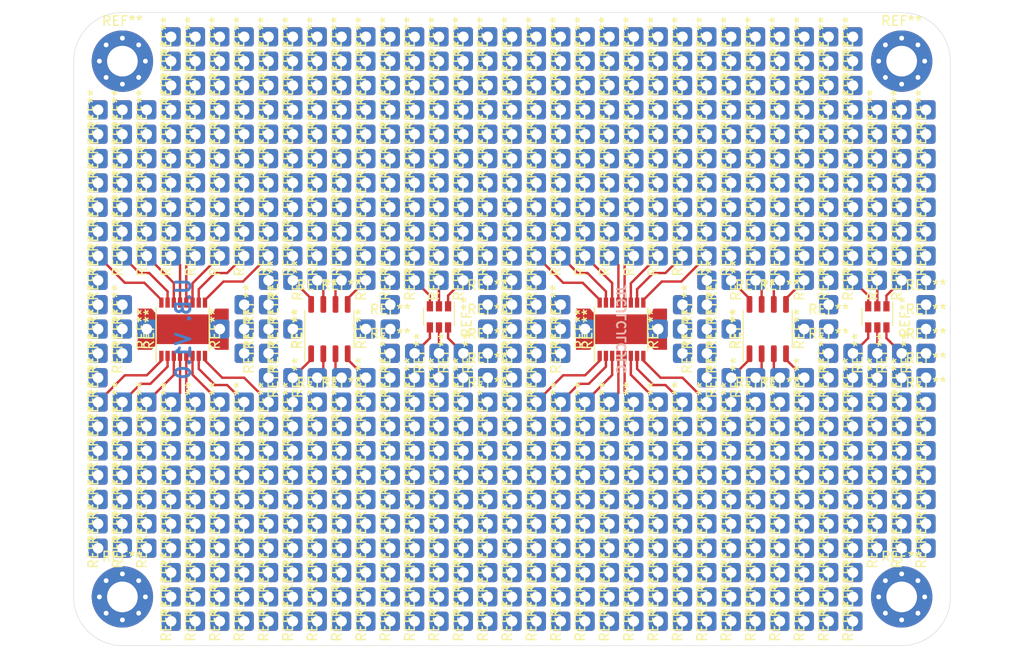
<source format=kicad_pcb>
(kicad_pcb (version 20171130) (host pcbnew "(5.1.5)-3")
  (layers (0 F.Cu signal) (31 B.Cu signal) (34 B.Paste user) (35 F.Paste user) (36 B.SilkS user) (37 F.SilkS user) (38 B.Mask user) (39 F.Mask user) (44 Edge.Cuts user))
  (net 0 "")
  (module "Universal board:Uni_board" (layer F.Cu) (at 144.78 86.36 270)
    (fp_text reference REF** (at 0 0.5 90) (layer F.SilkS))
    (fp_text value Uni_board)
    (pad 1 thru_hole roundrect (at 0 0 270) (size 2 2) (drill 1.1) (layers *.Cu *.Mask) (roundrect_rratio 0.15))
  )
  (module "Universal board:Uni_board" (layer F.Cu) (at 144.78 83.82 270)
    (fp_text reference REF** (at 0 0.5 90) (layer F.SilkS))
    (fp_text value Uni_board)
    (pad 1 thru_hole roundrect (at 0 0 270) (size 2 2) (drill 1.1) (layers *.Cu *.Mask) (roundrect_rratio 0.15))
  )
  (module "Universal board:Uni_board" (layer F.Cu) (at 144.78 81.28 270)
    (fp_text reference REF** (at 0 0.5 90) (layer F.SilkS))
    (fp_text value Uni_board)
    (pad 1 thru_hole roundrect (at 0 0 270) (size 2 2) (drill 1.1) (layers *.Cu *.Mask) (roundrect_rratio 0.15))
  )
  (module "Universal board:Uni_board" (layer F.Cu) (at 144.78 88.9 270)
    (fp_text reference REF** (at 0 0.5 90) (layer F.SilkS))
    (fp_text value Uni_board)
    (pad 1 thru_hole roundrect (at 0 0 270) (size 2 2) (drill 1.1) (layers *.Cu *.Mask) (roundrect_rratio 0.15))
  )
  (module "Universal board:Uni_board" (layer F.Cu) (at 144.78 91.44 270)
    (fp_text reference REF** (at 0 0.5 90) (layer F.SilkS))
    (fp_text value Uni_board)
    (pad 1 thru_hole roundrect (at 0 0 270) (size 2 2) (drill 1.1) (layers *.Cu *.Mask) (roundrect_rratio 0.15))
  )
  (module "Universal board:Uni_board" (layer F.Cu) (at 185.42 88.9 90)
    (fp_text reference REF** (at 0 0.5 90) (layer F.SilkS))
    (fp_text value Uni_board)
    (pad 1 thru_hole roundrect (at 0 0 90) (size 2 2) (drill 1.1) (layers *.Cu *.Mask) (roundrect_rratio 0.15))
  )
  (module "Universal board:Uni_board" (layer F.Cu) (at 180.34 88.9 90)
    (fp_text reference REF** (at 0 0.5 90) (layer F.SilkS))
    (fp_text value Uni_board)
    (pad 1 thru_hole roundrect (at 0 0 90) (size 2 2) (drill 1.1) (layers *.Cu *.Mask) (roundrect_rratio 0.15))
  )
  (module "Universal board:Uni_board" (layer F.Cu) (at 187.96 86.36)
    (fp_text reference REF** (at 0 0.5) (layer F.SilkS))
    (fp_text value Uni_board)
    (pad 1 thru_hole roundrect (at 0 0) (size 2 2) (drill 1.1) (layers *.Cu *.Mask) (roundrect_rratio 0.15))
  )
  (module "Universal board:Uni_board" (layer F.Cu) (at 187.96 91.44)
    (fp_text reference REF** (at 0 0.5) (layer F.SilkS))
    (fp_text value Uni_board)
    (pad 1 thru_hole roundrect (at 0 0) (size 2 2) (drill 1.1) (layers *.Cu *.Mask) (roundrect_rratio 0.15))
  )
  (module "Universal board:Uni_board" (layer F.Cu) (at 187.96 81.28)
    (fp_text reference REF** (at 0 0.5) (layer F.SilkS))
    (fp_text value Uni_board)
    (pad 1 thru_hole roundrect (at 0 0) (size 2 2) (drill 1.1) (layers *.Cu *.Mask) (roundrect_rratio 0.15))
  )
  (module "Universal board:Uni_board" (layer F.Cu) (at 185.42 91.44 270)
    (fp_text reference REF** (at 0 0.5 90) (layer F.SilkS))
    (fp_text value Uni_board)
    (pad 1 thru_hole roundrect (at 0 0 270) (size 2 2) (drill 1.1) (layers *.Cu *.Mask) (roundrect_rratio 0.15))
  )
  (module "Universal board:Uni_board" (layer F.Cu) (at 180.34 91.44 270)
    (fp_text reference REF** (at 0 0.5 90) (layer F.SilkS))
    (fp_text value Uni_board)
    (pad 1 thru_hole roundrect (at 0 0 270) (size 2 2) (drill 1.1) (layers *.Cu *.Mask) (roundrect_rratio 0.15))
  )
  (module "Universal board:Uni_board" (layer F.Cu) (at 180.34 81.28 270)
    (fp_text reference REF** (at 0 0.5 90) (layer F.SilkS))
    (fp_text value Uni_board)
    (pad 1 thru_hole roundrect (at 0 0 270) (size 2 2) (drill 1.1) (layers *.Cu *.Mask) (roundrect_rratio 0.15))
  )
  (module "Universal board:Uni_board" (layer F.Cu) (at 170.18 91.44)
    (fp_text reference REF** (at 0 0.5) (layer F.SilkS))
    (fp_text value Uni_board)
    (pad 1 thru_hole roundrect (at 0 0) (size 2 2) (drill 1.1) (layers *.Cu *.Mask) (roundrect_rratio 0.15))
  )
  (module "Universal board:Uni_board" (layer F.Cu) (at 182.88 91.44 270)
    (fp_text reference REF** (at 0 0.5 90) (layer F.SilkS))
    (fp_text value Uni_board)
    (pad 1 thru_hole roundrect (at 0 0 270) (size 2 2) (drill 1.1) (layers *.Cu *.Mask) (roundrect_rratio 0.15))
  )
  (module "Universal board:Uni_board" (layer F.Cu) (at 177.8 91.44 270)
    (fp_text reference REF** (at 0 0.5 90) (layer F.SilkS))
    (fp_text value Uni_board)
    (pad 1 thru_hole roundrect (at 0 0 270) (size 2 2) (drill 1.1) (layers *.Cu *.Mask) (roundrect_rratio 0.15))
  )
  (module "Universal board:Uni_board" (layer F.Cu) (at 177.8 83.82)
    (fp_text reference REF** (at 0 0.5) (layer F.SilkS))
    (fp_text value Uni_board)
    (pad 1 thru_hole roundrect (at 0 0) (size 2 2) (drill 1.1) (layers *.Cu *.Mask) (roundrect_rratio 0.15))
  )
  (module "Universal board:Uni_board" (layer F.Cu) (at 177.8 81.28 270)
    (fp_text reference REF** (at 0 0.5 90) (layer F.SilkS))
    (fp_text value Uni_board)
    (pad 1 thru_hole roundrect (at 0 0 270) (size 2 2) (drill 1.1) (layers *.Cu *.Mask) (roundrect_rratio 0.15))
  )
  (module "Universal board:Uni_board" (layer F.Cu) (at 177.8 88.9 270)
    (fp_text reference REF** (at 0 0.5 90) (layer F.SilkS))
    (fp_text value Uni_board)
    (pad 1 thru_hole roundrect (at 0 0 270) (size 2 2) (drill 1.1) (layers *.Cu *.Mask) (roundrect_rratio 0.15))
  )
  (module "Universal board:Uni_board" (layer F.Cu) (at 177.8 86.36)
    (fp_text reference REF** (at 0 0.5) (layer F.SilkS))
    (fp_text value Uni_board)
    (pad 1 thru_hole roundrect (at 0 0) (size 2 2) (drill 1.1) (layers *.Cu *.Mask) (roundrect_rratio 0.15))
  )
  (module "Universal board:Uni_board" (layer F.Cu) (at 182.88 81.28 270)
    (fp_text reference REF** (at 0 0.5 90) (layer F.SilkS))
    (fp_text value Uni_board)
    (pad 1 thru_hole roundrect (at 0 0 270) (size 2 2) (drill 1.1) (layers *.Cu *.Mask) (roundrect_rratio 0.15))
  )
  (module "Universal board:Uni_board" (layer F.Cu) (at 185.42 81.28 270)
    (fp_text reference REF** (at 0 0.5 90) (layer F.SilkS))
    (fp_text value Uni_board)
    (pad 1 thru_hole roundrect (at 0 0 270) (size 2 2) (drill 1.1) (layers *.Cu *.Mask) (roundrect_rratio 0.15))
  )
  (module "Universal board:Uni_board" (layer F.Cu) (at 182.88 88.9 90)
    (fp_text reference REF** (at 0 0.5 90) (layer F.SilkS))
    (fp_text value Uni_board)
    (pad 1 thru_hole roundrect (at 0 0 90) (size 2 2) (drill 1.1) (layers *.Cu *.Mask) (roundrect_rratio 0.15))
  )
  (module "Universal board:Uni_board" (layer F.Cu) (at 187.96 88.9)
    (fp_text reference REF** (at 0 0.5) (layer F.SilkS))
    (fp_text value Uni_board)
    (pad 1 thru_hole roundrect (at 0 0) (size 2 2) (drill 1.1) (layers *.Cu *.Mask) (roundrect_rratio 0.15))
  )
  (module "Universal board:Uni_board" (layer F.Cu) (at 187.96 83.82)
    (fp_text reference REF** (at 0 0.5) (layer F.SilkS))
    (fp_text value Uni_board)
    (pad 1 thru_hole roundrect (at 0 0) (size 2 2) (drill 1.1) (layers *.Cu *.Mask) (roundrect_rratio 0.15))
  )
  (module "Universal board:Uni_board" (layer F.Cu) (at 172.72 91.44)
    (fp_text reference REF** (at 0 0.5) (layer F.SilkS))
    (fp_text value Uni_board)
    (pad 1 thru_hole roundrect (at 0 0) (size 2 2) (drill 1.1) (layers *.Cu *.Mask) (roundrect_rratio 0.15))
  )
  (module "Universal board:Uni_board" (layer F.Cu) (at 170.18 81.28)
    (fp_text reference REF** (at 0 0.5) (layer F.SilkS))
    (fp_text value Uni_board)
    (pad 1 thru_hole roundrect (at 0 0) (size 2 2) (drill 1.1) (layers *.Cu *.Mask) (roundrect_rratio 0.15))
  )
  (module "Universal board:Uni_board" (layer F.Cu) (at 172.72 81.28)
    (fp_text reference REF** (at 0 0.5) (layer F.SilkS))
    (fp_text value Uni_board)
    (pad 1 thru_hole roundrect (at 0 0) (size 2 2) (drill 1.1) (layers *.Cu *.Mask) (roundrect_rratio 0.15))
  )
  (module "Universal board:Uni_board" (layer F.Cu) (at 175.26 81.28 270)
    (fp_text reference REF** (at 0 0.5 90) (layer F.SilkS))
    (fp_text value Uni_board)
    (pad 1 thru_hole roundrect (at 0 0 270) (size 2 2) (drill 1.1) (layers *.Cu *.Mask) (roundrect_rratio 0.15))
  )
  (module "Universal board:Uni_board" (layer F.Cu) (at 175.26 86.36 270)
    (fp_text reference REF** (at 0 0.5 90) (layer F.SilkS))
    (fp_text value Uni_board)
    (pad 1 thru_hole roundrect (at 0 0 270) (size 2 2) (drill 1.1) (layers *.Cu *.Mask) (roundrect_rratio 0.15))
  )
  (module "Universal board:Uni_board" (layer F.Cu) (at 175.26 91.44 270)
    (fp_text reference REF** (at 0 0.5 90) (layer F.SilkS))
    (fp_text value Uni_board)
    (pad 1 thru_hole roundrect (at 0 0 270) (size 2 2) (drill 1.1) (layers *.Cu *.Mask) (roundrect_rratio 0.15))
  )
  (module "Universal board:Uni_board" (layer F.Cu) (at 167.64 91.44 90)
    (fp_text reference REF** (at 0 0.5 90) (layer F.SilkS))
    (fp_text value Uni_board)
    (pad 1 thru_hole roundrect (at 0 0 90) (size 2 2) (drill 1.1) (layers *.Cu *.Mask) (roundrect_rratio 0.15))
  )
  (module "Universal board:Uni_board" (layer F.Cu) (at 167.64 86.36 90)
    (fp_text reference REF** (at 0 0.5 90) (layer F.SilkS))
    (fp_text value Uni_board)
    (pad 1 thru_hole roundrect (at 0 0 90) (size 2 2) (drill 1.1) (layers *.Cu *.Mask) (roundrect_rratio 0.15))
  )
  (module "Universal board:Uni_board" (layer F.Cu) (at 165.1 91.44 90)
    (fp_text reference REF** (at 0 0.5 90) (layer F.SilkS))
    (fp_text value Uni_board)
    (pad 1 thru_hole roundrect (at 0 0 90) (size 2 2) (drill 1.1) (layers *.Cu *.Mask) (roundrect_rratio 0.15))
  )
  (module "Universal board:Uni_board" (layer F.Cu) (at 167.64 81.28 90)
    (fp_text reference REF** (at 0 0.5 90) (layer F.SilkS))
    (fp_text value Uni_board)
    (pad 1 thru_hole roundrect (at 0 0 90) (size 2 2) (drill 1.1) (layers *.Cu *.Mask) (roundrect_rratio 0.15))
  )
  (module "Universal board:Uni_board" (layer F.Cu) (at 165.1 86.36 90)
    (fp_text reference REF** (at 0 0.5 90) (layer F.SilkS))
    (fp_text value Uni_board)
    (pad 1 thru_hole roundrect (at 0 0 90) (size 2 2) (drill 1.1) (layers *.Cu *.Mask) (roundrect_rratio 0.15))
  )
  (module "Universal board:Uni_board" (layer F.Cu) (at 162.56 83.82 90)
    (fp_text reference REF** (at 0 0.5 90) (layer F.SilkS))
    (fp_text value Uni_board)
    (pad 1 thru_hole roundrect (at 0 0 90) (size 2 2) (drill 1.1) (layers *.Cu *.Mask) (roundrect_rratio 0.15))
  )
  (module "Universal board:Uni_board" (layer F.Cu) (at 165.1 88.9 90)
    (fp_text reference REF** (at 0 0.5 90) (layer F.SilkS))
    (fp_text value Uni_board)
    (pad 1 thru_hole roundrect (at 0 0 90) (size 2 2) (drill 1.1) (layers *.Cu *.Mask) (roundrect_rratio 0.15))
  )
  (module "Universal board:Uni_board" (layer F.Cu) (at 165.1 83.82 90)
    (fp_text reference REF** (at 0 0.5 90) (layer F.SilkS))
    (fp_text value Uni_board)
    (pad 1 thru_hole roundrect (at 0 0 90) (size 2 2) (drill 1.1) (layers *.Cu *.Mask) (roundrect_rratio 0.15))
  )
  (module "Universal board:Uni_board" (layer F.Cu) (at 165.1 81.28 90)
    (fp_text reference REF** (at 0 0.5 90) (layer F.SilkS))
    (fp_text value Uni_board)
    (pad 1 thru_hole roundrect (at 0 0 90) (size 2 2) (drill 1.1) (layers *.Cu *.Mask) (roundrect_rratio 0.15))
  )
  (module "Universal board:Uni_board" (layer F.Cu) (at 160.02 86.36 270)
    (fp_text reference REF** (at 0 0.5 90) (layer F.SilkS))
    (fp_text value Uni_board)
    (pad 1 thru_hole roundrect (at 0 0 270) (size 2 2) (drill 1.1) (layers *.Cu *.Mask) (roundrect_rratio 0.15))
  )
  (module "Universal board:Uni_board" (layer F.Cu) (at 152.4 86.36 270)
    (fp_text reference REF** (at 0 0.5 90) (layer F.SilkS))
    (fp_text value Uni_board)
    (pad 1 thru_hole roundrect (at 0 0 270) (size 2 2) (drill 1.1) (layers *.Cu *.Mask) (roundrect_rratio 0.15))
  )
  (module "Universal board:Uni_board" (layer F.Cu) (at 147.32 81.28 270)
    (fp_text reference REF** (at 0 0.5 90) (layer F.SilkS))
    (fp_text value Uni_board)
    (pad 1 thru_hole roundrect (at 0 0 270) (size 2 2) (drill 1.1) (layers *.Cu *.Mask) (roundrect_rratio 0.15))
  )
  (module "Universal board:Uni_board" (layer F.Cu) (at 149.86 86.36 270)
    (fp_text reference REF** (at 0 0.5 90) (layer F.SilkS))
    (fp_text value Uni_board)
    (pad 1 thru_hole roundrect (at 0 0 270) (size 2 2) (drill 1.1) (layers *.Cu *.Mask) (roundrect_rratio 0.15))
  )
  (module "Universal board:Uni_board" (layer F.Cu) (at 147.32 86.36 270)
    (fp_text reference REF** (at 0 0.5 90) (layer F.SilkS))
    (fp_text value Uni_board)
    (pad 1 thru_hole roundrect (at 0 0 270) (size 2 2) (drill 1.1) (layers *.Cu *.Mask) (roundrect_rratio 0.15))
  )
  (module "Universal board:Uni_board" (layer F.Cu) (at 149.86 83.82 270)
    (fp_text reference REF** (at 0 0.5 90) (layer F.SilkS))
    (fp_text value Uni_board)
    (pad 1 thru_hole roundrect (at 0 0 270) (size 2 2) (drill 1.1) (layers *.Cu *.Mask) (roundrect_rratio 0.15))
  )
  (module "Universal board:Uni_board" (layer F.Cu) (at 149.86 88.9 270)
    (fp_text reference REF** (at 0 0.5 90) (layer F.SilkS))
    (fp_text value Uni_board)
    (pad 1 thru_hole roundrect (at 0 0 270) (size 2 2) (drill 1.1) (layers *.Cu *.Mask) (roundrect_rratio 0.15))
  )
  (module "Universal board:Uni_board" (layer F.Cu) (at 162.56 86.36 90)
    (fp_text reference REF** (at 0 0.5 90) (layer F.SilkS))
    (fp_text value Uni_board)
    (pad 1 thru_hole roundrect (at 0 0 90) (size 2 2) (drill 1.1) (layers *.Cu *.Mask) (roundrect_rratio 0.15))
  )
  (module "Universal board:Uni_board" (layer F.Cu) (at 162.56 88.9 90)
    (fp_text reference REF** (at 0 0.5 90) (layer F.SilkS))
    (fp_text value Uni_board)
    (pad 1 thru_hole roundrect (at 0 0 90) (size 2 2) (drill 1.1) (layers *.Cu *.Mask) (roundrect_rratio 0.15))
  )
  (module "Universal board:Uni_board" (layer F.Cu) (at 147.32 83.82 270)
    (fp_text reference REF** (at 0 0.5 90) (layer F.SilkS))
    (fp_text value Uni_board)
    (pad 1 thru_hole roundrect (at 0 0 270) (size 2 2) (drill 1.1) (layers *.Cu *.Mask) (roundrect_rratio 0.15))
  )
  (module "Universal board:Uni_board" (layer F.Cu) (at 147.32 88.9 270)
    (fp_text reference REF** (at 0 0.5 90) (layer F.SilkS))
    (fp_text value Uni_board)
    (pad 1 thru_hole roundrect (at 0 0 270) (size 2 2) (drill 1.1) (layers *.Cu *.Mask) (roundrect_rratio 0.15))
  )
  (module "Universal board:Uni_board" (layer F.Cu) (at 147.32 91.44 270)
    (fp_text reference REF** (at 0 0.5 90) (layer F.SilkS))
    (fp_text value Uni_board)
    (pad 1 thru_hole roundrect (at 0 0 270) (size 2 2) (drill 1.1) (layers *.Cu *.Mask) (roundrect_rratio 0.15))
  )
  (module Package_SO:SO-8_3.9x4.9mm_P1.27mm (layer F.Cu) (at 171.45 86.36 90)
    (fp_text reference REF** (at 0 -3.4 90) (layer F.SilkS))
    (fp_text value SO-8_3.9x4.9mm_P1.27mm)
    (pad 8 smd roundrect (at 2.575 -1.905 90) (size 1.75 0.6) (layers F.Cu F.Paste F.Mask))
    (pad 7 smd roundrect (at 2.575 -0.635 90) (size 1.75 0.6) (layers F.Cu F.Paste F.Mask))
    (pad 6 smd roundrect (at 2.575 0.635 90) (size 1.75 0.6) (layers F.Cu F.Paste F.Mask))
    (pad 5 smd roundrect (at 2.575 1.905 90) (size 1.75 0.6) (layers F.Cu F.Paste F.Mask))
    (pad 4 smd roundrect (at -2.575 1.905 90) (size 1.75 0.6) (layers F.Cu F.Paste F.Mask))
    (pad 3 smd roundrect (at -2.575 0.635 90) (size 1.75 0.6) (layers F.Cu F.Paste F.Mask))
    (pad 2 smd roundrect (at -2.575 -0.635 90) (size 1.75 0.6) (layers F.Cu F.Paste F.Mask))
    (pad 1 smd roundrect (at -2.575 -1.905 90) (size 1.75 0.6) (layers F.Cu F.Paste F.Mask))
  )
  (module Package_SO:TSSOP-16-1EP_4.4x5mm_P0.65mm (layer F.Cu) (at 156.1975 86.38 90)
    (fp_text reference REF** (at 0 -3.55 90) (layer F.SilkS))
    (fp_text value TSSOP-16-1EP_4.4x5mm_P0.65mm)
    (pad 1 smd rect (at -2.775 -2.275 90) (size 1.05 0.45) (layers F.Cu F.Paste F.Mask))
    (pad 2 smd rect (at -2.775 -1.625 90) (size 1.05 0.45) (layers F.Cu F.Paste F.Mask))
    (pad 3 smd rect (at -2.775 -0.975 90) (size 1.05 0.45) (layers F.Cu F.Paste F.Mask))
    (pad 4 smd rect (at -2.775 -0.325 90) (size 1.05 0.45) (layers F.Cu F.Paste F.Mask))
    (pad 5 smd rect (at -2.775 0.325 90) (size 1.05 0.45) (layers F.Cu F.Paste F.Mask))
    (pad 6 smd rect (at -2.775 0.975 90) (size 1.05 0.45) (layers F.Cu F.Paste F.Mask))
    (pad 7 smd rect (at -2.775 1.625 90) (size 1.05 0.45) (layers F.Cu F.Paste F.Mask))
    (pad 8 smd rect (at -2.775 2.275 90) (size 1.05 0.45) (layers F.Cu F.Paste F.Mask))
    (pad 9 smd rect (at 2.775 2.275 90) (size 1.05 0.45) (layers F.Cu F.Paste F.Mask))
    (pad 10 smd rect (at 2.775 1.625 90) (size 1.05 0.45) (layers F.Cu F.Paste F.Mask))
    (pad 11 smd rect (at 2.775 0.975 90) (size 1.05 0.45) (layers F.Cu F.Paste F.Mask))
    (pad 12 smd rect (at 2.775 0.325 90) (size 1.05 0.45) (layers F.Cu F.Paste F.Mask))
    (pad 13 smd rect (at 2.775 -0.325 90) (size 1.05 0.45) (layers F.Cu F.Paste F.Mask))
    (pad 14 smd rect (at 2.775 -0.975 90) (size 1.05 0.45) (layers F.Cu F.Paste F.Mask))
    (pad 15 smd rect (at 2.775 -1.625 90) (size 1.05 0.45) (layers F.Cu F.Paste F.Mask))
    (pad 16 smd rect (at 2.775 -2.275 90) (size 1.05 0.45) (layers F.Cu F.Paste F.Mask))
    (pad 17 smd rect (at 0.735 1.3425 90) (size 1.47 0.895) (layers F.Cu F.Paste F.Mask))
    (pad 17 smd rect (at 0.735 0.4475 90) (size 1.47 0.895) (layers F.Cu F.Paste F.Mask))
    (pad 17 smd rect (at 0.735 -0.4475 90) (size 1.47 0.895) (layers F.Cu F.Paste F.Mask))
    (pad 17 smd rect (at 0.735 -1.3425 90) (size 1.47 0.895) (layers F.Cu F.Paste F.Mask))
    (pad 17 smd rect (at -0.735 1.3425 90) (size 1.47 0.895) (layers F.Cu F.Paste F.Mask))
    (pad 17 smd rect (at -0.735 0.4475 90) (size 1.47 0.895) (layers F.Cu F.Paste F.Mask))
    (pad 17 smd rect (at -0.735 -0.4475 90) (size 1.47 0.895) (layers F.Cu F.Paste F.Mask))
    (pad 17 smd rect (at -0.735 -1.3425 90) (size 1.47 0.895) (layers F.Cu F.Paste F.Mask))
  )
  (module Package_TO_SOT_SMD:SOT-23-6 (layer F.Cu) (at 182.88 85.09 270)
    (fp_text reference REF** (at 0 -2.9 90) (layer F.SilkS))
    (fp_text value SOT-23-6)
    (pad 5 smd rect (at 1.1 0 270) (size 1.06 0.65) (layers F.Cu F.Paste F.Mask))
    (pad 6 smd rect (at 1.1 -0.95 270) (size 1.06 0.65) (layers F.Cu F.Paste F.Mask))
    (pad 4 smd rect (at 1.1 0.95 270) (size 1.06 0.65) (layers F.Cu F.Paste F.Mask))
    (pad 3 smd rect (at -1.1 0.95 270) (size 1.06 0.65) (layers F.Cu F.Paste F.Mask))
    (pad 2 smd rect (at -1.1 0 270) (size 1.06 0.65) (layers F.Cu F.Paste F.Mask))
    (pad 1 smd rect (at -1.1 -0.95 270) (size 1.06 0.65) (layers F.Cu F.Paste F.Mask))
  )
  (module "Universal board:Uni_board" (layer F.Cu) (at 137.16 88.9 90)
    (fp_text reference REF** (at 0 0.5 90) (layer F.SilkS))
    (fp_text value Uni_board)
    (pad 1 thru_hole roundrect (at 0 0 90) (size 2 2) (drill 1.1) (layers *.Cu *.Mask) (roundrect_rratio 0.15))
  )
  (module "Universal board:Uni_board" (layer F.Cu) (at 139.7 88.9 90)
    (fp_text reference REF** (at 0 0.5 90) (layer F.SilkS))
    (fp_text value Uni_board)
    (pad 1 thru_hole roundrect (at 0 0 90) (size 2 2) (drill 1.1) (layers *.Cu *.Mask) (roundrect_rratio 0.15))
  )
  (module "Universal board:Uni_board" (layer F.Cu) (at 134.62 88.9 90)
    (fp_text reference REF** (at 0 0.5 90) (layer F.SilkS))
    (fp_text value Uni_board)
    (pad 1 thru_hole roundrect (at 0 0 90) (size 2 2) (drill 1.1) (layers *.Cu *.Mask) (roundrect_rratio 0.15))
  )
  (module "Universal board:Uni_board" (layer F.Cu) (at 142.24 86.36)
    (fp_text reference REF** (at 0 0.5) (layer F.SilkS))
    (fp_text value Uni_board)
    (pad 1 thru_hole roundrect (at 0 0) (size 2 2) (drill 1.1) (layers *.Cu *.Mask) (roundrect_rratio 0.15))
  )
  (module "Universal board:Uni_board" (layer F.Cu) (at 142.24 88.9)
    (fp_text reference REF** (at 0 0.5) (layer F.SilkS))
    (fp_text value Uni_board)
    (pad 1 thru_hole roundrect (at 0 0) (size 2 2) (drill 1.1) (layers *.Cu *.Mask) (roundrect_rratio 0.15))
  )
  (module "Universal board:Uni_board" (layer F.Cu) (at 142.24 91.44)
    (fp_text reference REF** (at 0 0.5) (layer F.SilkS))
    (fp_text value Uni_board)
    (pad 1 thru_hole roundrect (at 0 0) (size 2 2) (drill 1.1) (layers *.Cu *.Mask) (roundrect_rratio 0.15))
  )
  (module "Universal board:Uni_board" (layer F.Cu) (at 142.24 83.82)
    (fp_text reference REF** (at 0 0.5) (layer F.SilkS))
    (fp_text value Uni_board)
    (pad 1 thru_hole roundrect (at 0 0) (size 2 2) (drill 1.1) (layers *.Cu *.Mask) (roundrect_rratio 0.15))
  )
  (module "Universal board:Uni_board" (layer F.Cu) (at 142.24 81.28)
    (fp_text reference REF** (at 0 0.5) (layer F.SilkS))
    (fp_text value Uni_board)
    (pad 1 thru_hole roundrect (at 0 0) (size 2 2) (drill 1.1) (layers *.Cu *.Mask) (roundrect_rratio 0.15))
  )
  (module "Universal board:Uni_board" (layer F.Cu) (at 132.08 88.9 270)
    (fp_text reference REF** (at 0 0.5 90) (layer F.SilkS))
    (fp_text value Uni_board)
    (pad 1 thru_hole roundrect (at 0 0 270) (size 2 2) (drill 1.1) (layers *.Cu *.Mask) (roundrect_rratio 0.15))
  )
  (module "Universal board:Uni_board" (layer F.Cu) (at 132.08 83.82)
    (fp_text reference REF** (at 0 0.5) (layer F.SilkS))
    (fp_text value Uni_board)
    (pad 1 thru_hole roundrect (at 0 0) (size 2 2) (drill 1.1) (layers *.Cu *.Mask) (roundrect_rratio 0.15))
  )
  (module "Universal board:Uni_board" (layer F.Cu) (at 132.08 86.36)
    (fp_text reference REF** (at 0 0.5) (layer F.SilkS))
    (fp_text value Uni_board)
    (pad 1 thru_hole roundrect (at 0 0) (size 2 2) (drill 1.1) (layers *.Cu *.Mask) (roundrect_rratio 0.15))
  )
  (module "Universal board:Uni_board" (layer F.Cu) (at 139.7 81.28 270)
    (fp_text reference REF** (at 0 0.5 90) (layer F.SilkS))
    (fp_text value Uni_board)
    (pad 1 thru_hole roundrect (at 0 0 270) (size 2 2) (drill 1.1) (layers *.Cu *.Mask) (roundrect_rratio 0.15))
  )
  (module "Universal board:Uni_board" (layer F.Cu) (at 134.62 81.28 270)
    (fp_text reference REF** (at 0 0.5 90) (layer F.SilkS))
    (fp_text value Uni_board)
    (pad 1 thru_hole roundrect (at 0 0 270) (size 2 2) (drill 1.1) (layers *.Cu *.Mask) (roundrect_rratio 0.15))
  )
  (module "Universal board:Uni_board" (layer F.Cu) (at 132.08 81.28 270)
    (fp_text reference REF** (at 0 0.5 90) (layer F.SilkS))
    (fp_text value Uni_board)
    (pad 1 thru_hole roundrect (at 0 0 270) (size 2 2) (drill 1.1) (layers *.Cu *.Mask) (roundrect_rratio 0.15))
  )
  (module "Universal board:Uni_board" (layer F.Cu) (at 137.16 81.28 270)
    (fp_text reference REF** (at 0 0.5 90) (layer F.SilkS))
    (fp_text value Uni_board)
    (pad 1 thru_hole roundrect (at 0 0 270) (size 2 2) (drill 1.1) (layers *.Cu *.Mask) (roundrect_rratio 0.15))
  )
  (module "Universal board:Uni_board" (layer F.Cu) (at 139.7 91.44 270)
    (fp_text reference REF** (at 0 0.5 90) (layer F.SilkS))
    (fp_text value Uni_board)
    (pad 1 thru_hole roundrect (at 0 0 270) (size 2 2) (drill 1.1) (layers *.Cu *.Mask) (roundrect_rratio 0.15))
  )
  (module "Universal board:Uni_board" (layer F.Cu) (at 134.62 91.44 270)
    (fp_text reference REF** (at 0 0.5 90) (layer F.SilkS))
    (fp_text value Uni_board)
    (pad 1 thru_hole roundrect (at 0 0 270) (size 2 2) (drill 1.1) (layers *.Cu *.Mask) (roundrect_rratio 0.15))
  )
  (module "Universal board:Uni_board" (layer F.Cu) (at 132.08 91.44 270)
    (fp_text reference REF** (at 0 0.5 90) (layer F.SilkS))
    (fp_text value Uni_board)
    (pad 1 thru_hole roundrect (at 0 0 270) (size 2 2) (drill 1.1) (layers *.Cu *.Mask) (roundrect_rratio 0.15))
  )
  (module "Universal board:Uni_board" (layer F.Cu) (at 137.16 91.44 270)
    (fp_text reference REF** (at 0 0.5 90) (layer F.SilkS))
    (fp_text value Uni_board)
    (pad 1 thru_hole roundrect (at 0 0 270) (size 2 2) (drill 1.1) (layers *.Cu *.Mask) (roundrect_rratio 0.15))
  )
  (module "Universal board:Uni_board" (layer F.Cu) (at 124.46 91.44)
    (fp_text reference REF** (at 0 0.5) (layer F.SilkS))
    (fp_text value Uni_board)
    (pad 1 thru_hole roundrect (at 0 0) (size 2 2) (drill 1.1) (layers *.Cu *.Mask) (roundrect_rratio 0.15))
  )
  (module "Universal board:Uni_board" (layer F.Cu) (at 127 91.44)
    (fp_text reference REF** (at 0 0.5) (layer F.SilkS))
    (fp_text value Uni_board)
    (pad 1 thru_hole roundrect (at 0 0) (size 2 2) (drill 1.1) (layers *.Cu *.Mask) (roundrect_rratio 0.15))
  )
  (module "Universal board:Uni_board" (layer F.Cu) (at 124.46 81.28)
    (fp_text reference REF** (at 0 0.5) (layer F.SilkS))
    (fp_text value Uni_board)
    (pad 1 thru_hole roundrect (at 0 0) (size 2 2) (drill 1.1) (layers *.Cu *.Mask) (roundrect_rratio 0.15))
  )
  (module "Universal board:Uni_board" (layer F.Cu) (at 127 81.28)
    (fp_text reference REF** (at 0 0.5) (layer F.SilkS))
    (fp_text value Uni_board)
    (pad 1 thru_hole roundrect (at 0 0) (size 2 2) (drill 1.1) (layers *.Cu *.Mask) (roundrect_rratio 0.15))
  )
  (module "Universal board:Uni_board" (layer F.Cu) (at 129.54 81.28 270)
    (fp_text reference REF** (at 0 0.5 90) (layer F.SilkS))
    (fp_text value Uni_board)
    (pad 1 thru_hole roundrect (at 0 0 270) (size 2 2) (drill 1.1) (layers *.Cu *.Mask) (roundrect_rratio 0.15))
  )
  (module "Universal board:Uni_board" (layer F.Cu) (at 129.54 86.36 270)
    (fp_text reference REF** (at 0 0.5 90) (layer F.SilkS))
    (fp_text value Uni_board)
    (pad 1 thru_hole roundrect (at 0 0 270) (size 2 2) (drill 1.1) (layers *.Cu *.Mask) (roundrect_rratio 0.15))
  )
  (module "Universal board:Uni_board" (layer F.Cu) (at 129.54 91.44 270)
    (fp_text reference REF** (at 0 0.5 90) (layer F.SilkS))
    (fp_text value Uni_board)
    (pad 1 thru_hole roundrect (at 0 0 270) (size 2 2) (drill 1.1) (layers *.Cu *.Mask) (roundrect_rratio 0.15))
  )
  (module "Universal board:Uni_board" (layer F.Cu) (at 121.92 91.44 90)
    (fp_text reference REF** (at 0 0.5 90) (layer F.SilkS))
    (fp_text value Uni_board)
    (pad 1 thru_hole roundrect (at 0 0 90) (size 2 2) (drill 1.1) (layers *.Cu *.Mask) (roundrect_rratio 0.15))
  )
  (module "Universal board:Uni_board" (layer F.Cu) (at 121.92 86.36 90)
    (fp_text reference REF** (at 0 0.5 90) (layer F.SilkS))
    (fp_text value Uni_board)
    (pad 1 thru_hole roundrect (at 0 0 90) (size 2 2) (drill 1.1) (layers *.Cu *.Mask) (roundrect_rratio 0.15))
  )
  (module "Universal board:Uni_board" (layer F.Cu) (at 121.92 81.28 90)
    (fp_text reference REF** (at 0 0.5 90) (layer F.SilkS))
    (fp_text value Uni_board)
    (pad 1 thru_hole roundrect (at 0 0 90) (size 2 2) (drill 1.1) (layers *.Cu *.Mask) (roundrect_rratio 0.15))
  )
  (module "Universal board:Uni_board" (layer F.Cu) (at 119.38 91.44 90)
    (fp_text reference REF** (at 0 0.5 90) (layer F.SilkS))
    (fp_text value Uni_board)
    (pad 1 thru_hole roundrect (at 0 0 90) (size 2 2) (drill 1.1) (layers *.Cu *.Mask) (roundrect_rratio 0.15))
  )
  (module "Universal board:Uni_board" (layer F.Cu) (at 116.84 86.36 90)
    (fp_text reference REF** (at 0 0.5 90) (layer F.SilkS))
    (fp_text value Uni_board)
    (pad 1 thru_hole roundrect (at 0 0 90) (size 2 2) (drill 1.1) (layers *.Cu *.Mask) (roundrect_rratio 0.15))
  )
  (module "Universal board:Uni_board" (layer F.Cu) (at 119.38 86.36 90)
    (fp_text reference REF** (at 0 0.5 90) (layer F.SilkS))
    (fp_text value Uni_board)
    (pad 1 thru_hole roundrect (at 0 0 90) (size 2 2) (drill 1.1) (layers *.Cu *.Mask) (roundrect_rratio 0.15))
  )
  (module "Universal board:Uni_board" (layer F.Cu) (at 116.84 88.9 90)
    (fp_text reference REF** (at 0 0.5 90) (layer F.SilkS))
    (fp_text value Uni_board)
    (pad 1 thru_hole roundrect (at 0 0 90) (size 2 2) (drill 1.1) (layers *.Cu *.Mask) (roundrect_rratio 0.15))
  )
  (module "Universal board:Uni_board" (layer F.Cu) (at 116.84 83.82 90)
    (fp_text reference REF** (at 0 0.5 90) (layer F.SilkS))
    (fp_text value Uni_board)
    (pad 1 thru_hole roundrect (at 0 0 90) (size 2 2) (drill 1.1) (layers *.Cu *.Mask) (roundrect_rratio 0.15))
  )
  (module "Universal board:Uni_board" (layer F.Cu) (at 119.38 88.9 90)
    (fp_text reference REF** (at 0 0.5 90) (layer F.SilkS))
    (fp_text value Uni_board)
    (pad 1 thru_hole roundrect (at 0 0 90) (size 2 2) (drill 1.1) (layers *.Cu *.Mask) (roundrect_rratio 0.15))
  )
  (module "Universal board:Uni_board" (layer F.Cu) (at 119.38 83.82 90)
    (fp_text reference REF** (at 0 0.5 90) (layer F.SilkS))
    (fp_text value Uni_board)
    (pad 1 thru_hole roundrect (at 0 0 90) (size 2 2) (drill 1.1) (layers *.Cu *.Mask) (roundrect_rratio 0.15))
  )
  (module "Universal board:Uni_board" (layer F.Cu) (at 119.38 81.28 90)
    (fp_text reference REF** (at 0 0.5 90) (layer F.SilkS))
    (fp_text value Uni_board)
    (pad 1 thru_hole roundrect (at 0 0 90) (size 2 2) (drill 1.1) (layers *.Cu *.Mask) (roundrect_rratio 0.15))
  )
  (module "Universal board:Uni_board" (layer F.Cu) (at 114.3 86.36 270)
    (fp_text reference REF** (at 0 0.5 90) (layer F.SilkS))
    (fp_text value Uni_board)
    (pad 1 thru_hole roundrect (at 0 0 270) (size 2 2) (drill 1.1) (layers *.Cu *.Mask) (roundrect_rratio 0.15))
  )
  (module "Universal board:Uni_board" (layer F.Cu) (at 106.68 86.36 270)
    (fp_text reference REF** (at 0 0.5 90) (layer F.SilkS))
    (fp_text value Uni_board)
    (pad 1 thru_hole roundrect (at 0 0 270) (size 2 2) (drill 1.1) (layers *.Cu *.Mask) (roundrect_rratio 0.15))
  )
  (module "Universal board:Uni_board" (layer F.Cu) (at 101.6 81.28 270)
    (fp_text reference REF** (at 0 0.5 90) (layer F.SilkS))
    (fp_text value Uni_board)
    (pad 1 thru_hole roundrect (at 0 0 270) (size 2 2) (drill 1.1) (layers *.Cu *.Mask) (roundrect_rratio 0.15))
  )
  (module "Universal board:Uni_board" (layer F.Cu) (at 104.14 83.82 270)
    (fp_text reference REF** (at 0 0.5 90) (layer F.SilkS))
    (fp_text value Uni_board)
    (pad 1 thru_hole roundrect (at 0 0 270) (size 2 2) (drill 1.1) (layers *.Cu *.Mask) (roundrect_rratio 0.15))
  )
  (module "Universal board:Uni_board" (layer F.Cu) (at 101.6 83.82 270)
    (fp_text reference REF** (at 0 0.5 90) (layer F.SilkS))
    (fp_text value Uni_board)
    (pad 1 thru_hole roundrect (at 0 0 270) (size 2 2) (drill 1.1) (layers *.Cu *.Mask) (roundrect_rratio 0.15))
  )
  (module "Universal board:Uni_board" (layer F.Cu) (at 104.14 86.36 270)
    (fp_text reference REF** (at 0 0.5 90) (layer F.SilkS))
    (fp_text value Uni_board)
    (pad 1 thru_hole roundrect (at 0 0 270) (size 2 2) (drill 1.1) (layers *.Cu *.Mask) (roundrect_rratio 0.15))
  )
  (module "Universal board:Uni_board" (layer F.Cu) (at 101.6 86.36 270)
    (fp_text reference REF** (at 0 0.5 90) (layer F.SilkS))
    (fp_text value Uni_board)
    (pad 1 thru_hole roundrect (at 0 0 270) (size 2 2) (drill 1.1) (layers *.Cu *.Mask) (roundrect_rratio 0.15))
  )
  (module "Universal board:Uni_board" (layer F.Cu) (at 104.14 88.9 270)
    (fp_text reference REF** (at 0 0.5 90) (layer F.SilkS))
    (fp_text value Uni_board)
    (pad 1 thru_hole roundrect (at 0 0 270) (size 2 2) (drill 1.1) (layers *.Cu *.Mask) (roundrect_rratio 0.15))
  )
  (module "Universal board:Uni_board" (layer F.Cu) (at 101.6 88.9 270)
    (fp_text reference REF** (at 0 0.5 90) (layer F.SilkS))
    (fp_text value Uni_board)
    (pad 1 thru_hole roundrect (at 0 0 270) (size 2 2) (drill 1.1) (layers *.Cu *.Mask) (roundrect_rratio 0.15))
  )
  (module "Universal board:Uni_board" (layer F.Cu) (at 101.6 91.44 270)
    (fp_text reference REF** (at 0 0.5 90) (layer F.SilkS))
    (fp_text value Uni_board)
    (pad 1 thru_hole roundrect (at 0 0 270) (size 2 2) (drill 1.1) (layers *.Cu *.Mask) (roundrect_rratio 0.15))
  )
  (module Package_SO:SO-8_3.9x4.9mm_P1.27mm (layer F.Cu) (at 125.73 86.36 90)
    (fp_text reference REF** (at 0 -3.4 90) (layer F.SilkS))
    (fp_text value SO-8_3.9x4.9mm_P1.27mm)
    (pad 1 smd roundrect (at -2.575 -1.905 90) (size 1.75 0.6) (layers F.Cu F.Paste F.Mask))
    (pad 2 smd roundrect (at -2.575 -0.635 90) (size 1.75 0.6) (layers F.Cu F.Paste F.Mask))
    (pad 3 smd roundrect (at -2.575 0.635 90) (size 1.75 0.6) (layers F.Cu F.Paste F.Mask))
    (pad 4 smd roundrect (at -2.575 1.905 90) (size 1.75 0.6) (layers F.Cu F.Paste F.Mask))
    (pad 5 smd roundrect (at 2.575 1.905 90) (size 1.75 0.6) (layers F.Cu F.Paste F.Mask))
    (pad 6 smd roundrect (at 2.575 0.635 90) (size 1.75 0.6) (layers F.Cu F.Paste F.Mask))
    (pad 7 smd roundrect (at 2.575 -0.635 90) (size 1.75 0.6) (layers F.Cu F.Paste F.Mask))
    (pad 8 smd roundrect (at 2.575 -1.905 90) (size 1.75 0.6) (layers F.Cu F.Paste F.Mask))
  )
  (module Package_TO_SOT_SMD:SOT-23-6 (layer F.Cu) (at 137.16 85.09 270)
    (fp_text reference REF** (at 0 -2.9 90) (layer F.SilkS))
    (fp_text value SOT-23-6)
    (pad 1 smd rect (at -1.1 -0.95 270) (size 1.06 0.65) (layers F.Cu F.Paste F.Mask))
    (pad 2 smd rect (at -1.1 0 270) (size 1.06 0.65) (layers F.Cu F.Paste F.Mask))
    (pad 3 smd rect (at -1.1 0.95 270) (size 1.06 0.65) (layers F.Cu F.Paste F.Mask))
    (pad 4 smd rect (at 1.1 0.95 270) (size 1.06 0.65) (layers F.Cu F.Paste F.Mask))
    (pad 6 smd rect (at 1.1 -0.95 270) (size 1.06 0.65) (layers F.Cu F.Paste F.Mask))
    (pad 5 smd rect (at 1.1 0 270) (size 1.06 0.65) (layers F.Cu F.Paste F.Mask))
  )
  (module Package_SO:TSSOP-16-1EP_4.4x5mm_P0.65mm (layer F.Cu) (at 110.4775 86.38 90)
    (fp_text reference REF** (at 0 -3.55 90) (layer F.SilkS))
    (fp_text value TSSOP-16-1EP_4.4x5mm_P0.65mm)
    (pad 17 smd rect (at -0.735 -1.3425 90) (size 1.47 0.895) (layers F.Cu F.Paste F.Mask))
    (pad 17 smd rect (at -0.735 -0.4475 90) (size 1.47 0.895) (layers F.Cu F.Paste F.Mask))
    (pad 17 smd rect (at -0.735 0.4475 90) (size 1.47 0.895) (layers F.Cu F.Paste F.Mask))
    (pad 17 smd rect (at -0.735 1.3425 90) (size 1.47 0.895) (layers F.Cu F.Paste F.Mask))
    (pad 17 smd rect (at 0.735 -1.3425 90) (size 1.47 0.895) (layers F.Cu F.Paste F.Mask))
    (pad 17 smd rect (at 0.735 -0.4475 90) (size 1.47 0.895) (layers F.Cu F.Paste F.Mask))
    (pad 17 smd rect (at 0.735 0.4475 90) (size 1.47 0.895) (layers F.Cu F.Paste F.Mask))
    (pad 17 smd rect (at 0.735 1.3425 90) (size 1.47 0.895) (layers F.Cu F.Paste F.Mask))
    (pad 16 smd rect (at 2.775 -2.275 90) (size 1.05 0.45) (layers F.Cu F.Paste F.Mask))
    (pad 15 smd rect (at 2.775 -1.625 90) (size 1.05 0.45) (layers F.Cu F.Paste F.Mask))
    (pad 14 smd rect (at 2.775 -0.975 90) (size 1.05 0.45) (layers F.Cu F.Paste F.Mask))
    (pad 13 smd rect (at 2.775 -0.325 90) (size 1.05 0.45) (layers F.Cu F.Paste F.Mask))
    (pad 12 smd rect (at 2.775 0.325 90) (size 1.05 0.45) (layers F.Cu F.Paste F.Mask))
    (pad 11 smd rect (at 2.775 0.975 90) (size 1.05 0.45) (layers F.Cu F.Paste F.Mask))
    (pad 10 smd rect (at 2.775 1.625 90) (size 1.05 0.45) (layers F.Cu F.Paste F.Mask))
    (pad 9 smd rect (at 2.775 2.275 90) (size 1.05 0.45) (layers F.Cu F.Paste F.Mask))
    (pad 8 smd rect (at -2.775 2.275 90) (size 1.05 0.45) (layers F.Cu F.Paste F.Mask))
    (pad 7 smd rect (at -2.775 1.625 90) (size 1.05 0.45) (layers F.Cu F.Paste F.Mask))
    (pad 6 smd rect (at -2.775 0.975 90) (size 1.05 0.45) (layers F.Cu F.Paste F.Mask))
    (pad 5 smd rect (at -2.775 0.325 90) (size 1.05 0.45) (layers F.Cu F.Paste F.Mask))
    (pad 4 smd rect (at -2.775 -0.325 90) (size 1.05 0.45) (layers F.Cu F.Paste F.Mask))
    (pad 3 smd rect (at -2.775 -0.975 90) (size 1.05 0.45) (layers F.Cu F.Paste F.Mask))
    (pad 2 smd rect (at -2.775 -1.625 90) (size 1.05 0.45) (layers F.Cu F.Paste F.Mask))
    (pad 1 smd rect (at -2.775 -2.275 90) (size 1.05 0.45) (layers F.Cu F.Paste F.Mask))
  )
  (module MountingHole:MountingHole_3.2mm_M3_Pad_Via (layer F.Cu) (at 185.42 58.42)
    (fp_text reference REF** (at 0 -4.2) (layer F.SilkS))
    (fp_text value MountingHole_3.2mm_M3_Pad_Via)
    (pad 1 thru_hole circle (at 0 0) (size 6.4 6.4) (drill 3.2) (layers *.Cu *.Mask))
    (pad 1 thru_hole circle (at 2.4 0) (size 0.8 0.8) (drill 0.5) (layers *.Cu *.Mask))
    (pad 1 thru_hole circle (at 1.697056 1.697056) (size 0.8 0.8) (drill 0.5) (layers *.Cu *.Mask))
    (pad 1 thru_hole circle (at 0 2.4) (size 0.8 0.8) (drill 0.5) (layers *.Cu *.Mask))
    (pad 1 thru_hole circle (at -1.697056 1.697056) (size 0.8 0.8) (drill 0.5) (layers *.Cu *.Mask))
    (pad 1 thru_hole circle (at -2.4 0) (size 0.8 0.8) (drill 0.5) (layers *.Cu *.Mask))
    (pad 1 thru_hole circle (at -1.697056 -1.697056) (size 0.8 0.8) (drill 0.5) (layers *.Cu *.Mask))
    (pad 1 thru_hole circle (at 0 -2.4) (size 0.8 0.8) (drill 0.5) (layers *.Cu *.Mask))
    (pad 1 thru_hole circle (at 1.697056 -1.697056) (size 0.8 0.8) (drill 0.5) (layers *.Cu *.Mask))
  )
  (module MountingHole:MountingHole_3.2mm_M3_Pad_Via (layer F.Cu) (at 185.42 114.3)
    (fp_text reference REF** (at 0 -4.2) (layer F.SilkS))
    (fp_text value MountingHole_3.2mm_M3_Pad_Via)
    (pad 1 thru_hole circle (at 0 0) (size 6.4 6.4) (drill 3.2) (layers *.Cu *.Mask))
    (pad 1 thru_hole circle (at 2.4 0) (size 0.8 0.8) (drill 0.5) (layers *.Cu *.Mask))
    (pad 1 thru_hole circle (at 1.697056 1.697056) (size 0.8 0.8) (drill 0.5) (layers *.Cu *.Mask))
    (pad 1 thru_hole circle (at 0 2.4) (size 0.8 0.8) (drill 0.5) (layers *.Cu *.Mask))
    (pad 1 thru_hole circle (at -1.697056 1.697056) (size 0.8 0.8) (drill 0.5) (layers *.Cu *.Mask))
    (pad 1 thru_hole circle (at -2.4 0) (size 0.8 0.8) (drill 0.5) (layers *.Cu *.Mask))
    (pad 1 thru_hole circle (at -1.697056 -1.697056) (size 0.8 0.8) (drill 0.5) (layers *.Cu *.Mask))
    (pad 1 thru_hole circle (at 0 -2.4) (size 0.8 0.8) (drill 0.5) (layers *.Cu *.Mask))
    (pad 1 thru_hole circle (at 1.697056 -1.697056) (size 0.8 0.8) (drill 0.5) (layers *.Cu *.Mask))
  )
  (module MountingHole:MountingHole_3.2mm_M3_Pad_Via (layer F.Cu) (at 104.14 114.3)
    (fp_text reference REF** (at 0 -4.2) (layer F.SilkS))
    (fp_text value MountingHole_3.2mm_M3_Pad_Via)
    (pad 1 thru_hole circle (at 0 0) (size 6.4 6.4) (drill 3.2) (layers *.Cu *.Mask))
    (pad 1 thru_hole circle (at 2.4 0) (size 0.8 0.8) (drill 0.5) (layers *.Cu *.Mask))
    (pad 1 thru_hole circle (at 1.697056 1.697056) (size 0.8 0.8) (drill 0.5) (layers *.Cu *.Mask))
    (pad 1 thru_hole circle (at 0 2.4) (size 0.8 0.8) (drill 0.5) (layers *.Cu *.Mask))
    (pad 1 thru_hole circle (at -1.697056 1.697056) (size 0.8 0.8) (drill 0.5) (layers *.Cu *.Mask))
    (pad 1 thru_hole circle (at -2.4 0) (size 0.8 0.8) (drill 0.5) (layers *.Cu *.Mask))
    (pad 1 thru_hole circle (at -1.697056 -1.697056) (size 0.8 0.8) (drill 0.5) (layers *.Cu *.Mask))
    (pad 1 thru_hole circle (at 0 -2.4) (size 0.8 0.8) (drill 0.5) (layers *.Cu *.Mask))
    (pad 1 thru_hole circle (at 1.697056 -1.697056) (size 0.8 0.8) (drill 0.5) (layers *.Cu *.Mask))
  )
  (module MountingHole:MountingHole_3.2mm_M3_Pad_Via (layer F.Cu) (at 104.14 58.42)
    (fp_text reference REF** (at 0 -4.2) (layer F.SilkS))
    (fp_text value MountingHole_3.2mm_M3_Pad_Via)
    (pad 1 thru_hole circle (at 0 0) (size 6.4 6.4) (drill 3.2) (layers *.Cu *.Mask))
    (pad 1 thru_hole circle (at 2.4 0) (size 0.8 0.8) (drill 0.5) (layers *.Cu *.Mask))
    (pad 1 thru_hole circle (at 1.697056 1.697056) (size 0.8 0.8) (drill 0.5) (layers *.Cu *.Mask))
    (pad 1 thru_hole circle (at 0 2.4) (size 0.8 0.8) (drill 0.5) (layers *.Cu *.Mask))
    (pad 1 thru_hole circle (at -1.697056 1.697056) (size 0.8 0.8) (drill 0.5) (layers *.Cu *.Mask))
    (pad 1 thru_hole circle (at -2.4 0) (size 0.8 0.8) (drill 0.5) (layers *.Cu *.Mask))
    (pad 1 thru_hole circle (at -1.697056 -1.697056) (size 0.8 0.8) (drill 0.5) (layers *.Cu *.Mask))
    (pad 1 thru_hole circle (at 0 -2.4) (size 0.8 0.8) (drill 0.5) (layers *.Cu *.Mask))
    (pad 1 thru_hole circle (at 1.697056 -1.697056) (size 0.8 0.8) (drill 0.5) (layers *.Cu *.Mask))
  )
  (module "Universal board:Uni_board" (layer F.Cu) (at 180.34 116.84 270)
    (fp_text reference REF** (at 0 0.5 90) (layer F.SilkS))
    (fp_text value Uni_board)
    (pad 1 thru_hole roundrect (at 0 0 270) (size 2 2) (drill 1.1) (layers *.Cu *.Mask) (roundrect_rratio 0.15))
  )
  (module "Universal board:Uni_board" (layer F.Cu) (at 177.8 116.84 270)
    (fp_text reference REF** (at 0 0.5 90) (layer F.SilkS))
    (fp_text value Uni_board)
    (pad 1 thru_hole roundrect (at 0 0 270) (size 2 2) (drill 1.1) (layers *.Cu *.Mask) (roundrect_rratio 0.15))
  )
  (module "Universal board:Uni_board" (layer F.Cu) (at 175.26 116.84 270)
    (fp_text reference REF** (at 0 0.5 90) (layer F.SilkS))
    (fp_text value Uni_board)
    (pad 1 thru_hole roundrect (at 0 0 270) (size 2 2) (drill 1.1) (layers *.Cu *.Mask) (roundrect_rratio 0.15))
  )
  (module "Universal board:Uni_board" (layer F.Cu) (at 172.72 116.84 270)
    (fp_text reference REF** (at 0 0.5 90) (layer F.SilkS))
    (fp_text value Uni_board)
    (pad 1 thru_hole roundrect (at 0 0 270) (size 2 2) (drill 1.1) (layers *.Cu *.Mask) (roundrect_rratio 0.15))
  )
  (module "Universal board:Uni_board" (layer F.Cu) (at 170.18 116.84 270)
    (fp_text reference REF** (at 0 0.5 90) (layer F.SilkS))
    (fp_text value Uni_board)
    (pad 1 thru_hole roundrect (at 0 0 270) (size 2 2) (drill 1.1) (layers *.Cu *.Mask) (roundrect_rratio 0.15))
  )
  (module "Universal board:Uni_board" (layer F.Cu) (at 167.64 116.84 270)
    (fp_text reference REF** (at 0 0.5 90) (layer F.SilkS))
    (fp_text value Uni_board)
    (pad 1 thru_hole roundrect (at 0 0 270) (size 2 2) (drill 1.1) (layers *.Cu *.Mask) (roundrect_rratio 0.15))
  )
  (module "Universal board:Uni_board" (layer F.Cu) (at 165.1 116.84 270)
    (fp_text reference REF** (at 0 0.5 90) (layer F.SilkS))
    (fp_text value Uni_board)
    (pad 1 thru_hole roundrect (at 0 0 270) (size 2 2) (drill 1.1) (layers *.Cu *.Mask) (roundrect_rratio 0.15))
  )
  (module "Universal board:Uni_board" (layer F.Cu) (at 162.56 116.84 270)
    (fp_text reference REF** (at 0 0.5 90) (layer F.SilkS))
    (fp_text value Uni_board)
    (pad 1 thru_hole roundrect (at 0 0 270) (size 2 2) (drill 1.1) (layers *.Cu *.Mask) (roundrect_rratio 0.15))
  )
  (module "Universal board:Uni_board" (layer F.Cu) (at 160.02 116.84 270)
    (fp_text reference REF** (at 0 0.5 90) (layer F.SilkS))
    (fp_text value Uni_board)
    (pad 1 thru_hole roundrect (at 0 0 270) (size 2 2) (drill 1.1) (layers *.Cu *.Mask) (roundrect_rratio 0.15))
  )
  (module "Universal board:Uni_board" (layer F.Cu) (at 157.48 116.84 270)
    (fp_text reference REF** (at 0 0.5 90) (layer F.SilkS))
    (fp_text value Uni_board)
    (pad 1 thru_hole roundrect (at 0 0 270) (size 2 2) (drill 1.1) (layers *.Cu *.Mask) (roundrect_rratio 0.15))
  )
  (module "Universal board:Uni_board" (layer F.Cu) (at 154.94 116.84 270)
    (fp_text reference REF** (at 0 0.5 90) (layer F.SilkS))
    (fp_text value Uni_board)
    (pad 1 thru_hole roundrect (at 0 0 270) (size 2 2) (drill 1.1) (layers *.Cu *.Mask) (roundrect_rratio 0.15))
  )
  (module "Universal board:Uni_board" (layer F.Cu) (at 152.4 116.84 270)
    (fp_text reference REF** (at 0 0.5 90) (layer F.SilkS))
    (fp_text value Uni_board)
    (pad 1 thru_hole roundrect (at 0 0 270) (size 2 2) (drill 1.1) (layers *.Cu *.Mask) (roundrect_rratio 0.15))
  )
  (module "Universal board:Uni_board" (layer F.Cu) (at 149.86 116.84 270)
    (fp_text reference REF** (at 0 0.5 90) (layer F.SilkS))
    (fp_text value Uni_board)
    (pad 1 thru_hole roundrect (at 0 0 270) (size 2 2) (drill 1.1) (layers *.Cu *.Mask) (roundrect_rratio 0.15))
  )
  (module "Universal board:Uni_board" (layer F.Cu) (at 147.32 116.84 270)
    (fp_text reference REF** (at 0 0.5 90) (layer F.SilkS))
    (fp_text value Uni_board)
    (pad 1 thru_hole roundrect (at 0 0 270) (size 2 2) (drill 1.1) (layers *.Cu *.Mask) (roundrect_rratio 0.15))
  )
  (module "Universal board:Uni_board" (layer F.Cu) (at 144.78 116.84 270)
    (fp_text reference REF** (at 0 0.5 90) (layer F.SilkS))
    (fp_text value Uni_board)
    (pad 1 thru_hole roundrect (at 0 0 270) (size 2 2) (drill 1.1) (layers *.Cu *.Mask) (roundrect_rratio 0.15))
  )
  (module "Universal board:Uni_board" (layer F.Cu) (at 142.24 116.84 270)
    (fp_text reference REF** (at 0 0.5 90) (layer F.SilkS))
    (fp_text value Uni_board)
    (pad 1 thru_hole roundrect (at 0 0 270) (size 2 2) (drill 1.1) (layers *.Cu *.Mask) (roundrect_rratio 0.15))
  )
  (module "Universal board:Uni_board" (layer F.Cu) (at 139.7 116.84 270)
    (fp_text reference REF** (at 0 0.5 90) (layer F.SilkS))
    (fp_text value Uni_board)
    (pad 1 thru_hole roundrect (at 0 0 270) (size 2 2) (drill 1.1) (layers *.Cu *.Mask) (roundrect_rratio 0.15))
  )
  (module "Universal board:Uni_board" (layer F.Cu) (at 137.16 116.84 270)
    (fp_text reference REF** (at 0 0.5 90) (layer F.SilkS))
    (fp_text value Uni_board)
    (pad 1 thru_hole roundrect (at 0 0 270) (size 2 2) (drill 1.1) (layers *.Cu *.Mask) (roundrect_rratio 0.15))
  )
  (module "Universal board:Uni_board" (layer F.Cu) (at 134.62 116.84 270)
    (fp_text reference REF** (at 0 0.5 90) (layer F.SilkS))
    (fp_text value Uni_board)
    (pad 1 thru_hole roundrect (at 0 0 270) (size 2 2) (drill 1.1) (layers *.Cu *.Mask) (roundrect_rratio 0.15))
  )
  (module "Universal board:Uni_board" (layer F.Cu) (at 132.08 116.84 270)
    (fp_text reference REF** (at 0 0.5 90) (layer F.SilkS))
    (fp_text value Uni_board)
    (pad 1 thru_hole roundrect (at 0 0 270) (size 2 2) (drill 1.1) (layers *.Cu *.Mask) (roundrect_rratio 0.15))
  )
  (module "Universal board:Uni_board" (layer F.Cu) (at 129.54 116.84 270)
    (fp_text reference REF** (at 0 0.5 90) (layer F.SilkS))
    (fp_text value Uni_board)
    (pad 1 thru_hole roundrect (at 0 0 270) (size 2 2) (drill 1.1) (layers *.Cu *.Mask) (roundrect_rratio 0.15))
  )
  (module "Universal board:Uni_board" (layer F.Cu) (at 127 116.84 270)
    (fp_text reference REF** (at 0 0.5 90) (layer F.SilkS))
    (fp_text value Uni_board)
    (pad 1 thru_hole roundrect (at 0 0 270) (size 2 2) (drill 1.1) (layers *.Cu *.Mask) (roundrect_rratio 0.15))
  )
  (module "Universal board:Uni_board" (layer F.Cu) (at 124.46 116.84 270)
    (fp_text reference REF** (at 0 0.5 90) (layer F.SilkS))
    (fp_text value Uni_board)
    (pad 1 thru_hole roundrect (at 0 0 270) (size 2 2) (drill 1.1) (layers *.Cu *.Mask) (roundrect_rratio 0.15))
  )
  (module "Universal board:Uni_board" (layer F.Cu) (at 121.92 116.84 270)
    (fp_text reference REF** (at 0 0.5 90) (layer F.SilkS))
    (fp_text value Uni_board)
    (pad 1 thru_hole roundrect (at 0 0 270) (size 2 2) (drill 1.1) (layers *.Cu *.Mask) (roundrect_rratio 0.15))
  )
  (module "Universal board:Uni_board" (layer F.Cu) (at 119.38 116.84 270)
    (fp_text reference REF** (at 0 0.5 90) (layer F.SilkS))
    (fp_text value Uni_board)
    (pad 1 thru_hole roundrect (at 0 0 270) (size 2 2) (drill 1.1) (layers *.Cu *.Mask) (roundrect_rratio 0.15))
  )
  (module "Universal board:Uni_board" (layer F.Cu) (at 116.84 116.84 270)
    (fp_text reference REF** (at 0 0.5 90) (layer F.SilkS))
    (fp_text value Uni_board)
    (pad 1 thru_hole roundrect (at 0 0 270) (size 2 2) (drill 1.1) (layers *.Cu *.Mask) (roundrect_rratio 0.15))
  )
  (module "Universal board:Uni_board" (layer F.Cu) (at 114.3 116.84 270)
    (fp_text reference REF** (at 0 0.5 90) (layer F.SilkS))
    (fp_text value Uni_board)
    (pad 1 thru_hole roundrect (at 0 0 270) (size 2 2) (drill 1.1) (layers *.Cu *.Mask) (roundrect_rratio 0.15))
  )
  (module "Universal board:Uni_board" (layer F.Cu) (at 111.76 116.84 270)
    (fp_text reference REF** (at 0 0.5 90) (layer F.SilkS))
    (fp_text value Uni_board)
    (pad 1 thru_hole roundrect (at 0 0 270) (size 2 2) (drill 1.1) (layers *.Cu *.Mask) (roundrect_rratio 0.15))
  )
  (module "Universal board:Uni_board" (layer F.Cu) (at 109.22 116.84 270)
    (fp_text reference REF** (at 0 0.5 90) (layer F.SilkS))
    (fp_text value Uni_board)
    (pad 1 thru_hole roundrect (at 0 0 270) (size 2 2) (drill 1.1) (layers *.Cu *.Mask) (roundrect_rratio 0.15))
  )
  (module "Universal board:Uni_board" (layer F.Cu) (at 180.34 114.3 270)
    (fp_text reference REF** (at 0 0.5 90) (layer F.SilkS))
    (fp_text value Uni_board)
    (pad 1 thru_hole roundrect (at 0 0 270) (size 2 2) (drill 1.1) (layers *.Cu *.Mask) (roundrect_rratio 0.15))
  )
  (module "Universal board:Uni_board" (layer F.Cu) (at 177.8 114.3 270)
    (fp_text reference REF** (at 0 0.5 90) (layer F.SilkS))
    (fp_text value Uni_board)
    (pad 1 thru_hole roundrect (at 0 0 270) (size 2 2) (drill 1.1) (layers *.Cu *.Mask) (roundrect_rratio 0.15))
  )
  (module "Universal board:Uni_board" (layer F.Cu) (at 175.26 114.3 270)
    (fp_text reference REF** (at 0 0.5 90) (layer F.SilkS))
    (fp_text value Uni_board)
    (pad 1 thru_hole roundrect (at 0 0 270) (size 2 2) (drill 1.1) (layers *.Cu *.Mask) (roundrect_rratio 0.15))
  )
  (module "Universal board:Uni_board" (layer F.Cu) (at 172.72 114.3 270)
    (fp_text reference REF** (at 0 0.5 90) (layer F.SilkS))
    (fp_text value Uni_board)
    (pad 1 thru_hole roundrect (at 0 0 270) (size 2 2) (drill 1.1) (layers *.Cu *.Mask) (roundrect_rratio 0.15))
  )
  (module "Universal board:Uni_board" (layer F.Cu) (at 170.18 114.3 270)
    (fp_text reference REF** (at 0 0.5 90) (layer F.SilkS))
    (fp_text value Uni_board)
    (pad 1 thru_hole roundrect (at 0 0 270) (size 2 2) (drill 1.1) (layers *.Cu *.Mask) (roundrect_rratio 0.15))
  )
  (module "Universal board:Uni_board" (layer F.Cu) (at 167.64 114.3 270)
    (fp_text reference REF** (at 0 0.5 90) (layer F.SilkS))
    (fp_text value Uni_board)
    (pad 1 thru_hole roundrect (at 0 0 270) (size 2 2) (drill 1.1) (layers *.Cu *.Mask) (roundrect_rratio 0.15))
  )
  (module "Universal board:Uni_board" (layer F.Cu) (at 165.1 114.3 270)
    (fp_text reference REF** (at 0 0.5 90) (layer F.SilkS))
    (fp_text value Uni_board)
    (pad 1 thru_hole roundrect (at 0 0 270) (size 2 2) (drill 1.1) (layers *.Cu *.Mask) (roundrect_rratio 0.15))
  )
  (module "Universal board:Uni_board" (layer F.Cu) (at 162.56 114.3 270)
    (fp_text reference REF** (at 0 0.5 90) (layer F.SilkS))
    (fp_text value Uni_board)
    (pad 1 thru_hole roundrect (at 0 0 270) (size 2 2) (drill 1.1) (layers *.Cu *.Mask) (roundrect_rratio 0.15))
  )
  (module "Universal board:Uni_board" (layer F.Cu) (at 160.02 114.3 270)
    (fp_text reference REF** (at 0 0.5 90) (layer F.SilkS))
    (fp_text value Uni_board)
    (pad 1 thru_hole roundrect (at 0 0 270) (size 2 2) (drill 1.1) (layers *.Cu *.Mask) (roundrect_rratio 0.15))
  )
  (module "Universal board:Uni_board" (layer F.Cu) (at 157.48 114.3 270)
    (fp_text reference REF** (at 0 0.5 90) (layer F.SilkS))
    (fp_text value Uni_board)
    (pad 1 thru_hole roundrect (at 0 0 270) (size 2 2) (drill 1.1) (layers *.Cu *.Mask) (roundrect_rratio 0.15))
  )
  (module "Universal board:Uni_board" (layer F.Cu) (at 154.94 114.3 270)
    (fp_text reference REF** (at 0 0.5 90) (layer F.SilkS))
    (fp_text value Uni_board)
    (pad 1 thru_hole roundrect (at 0 0 270) (size 2 2) (drill 1.1) (layers *.Cu *.Mask) (roundrect_rratio 0.15))
  )
  (module "Universal board:Uni_board" (layer F.Cu) (at 152.4 114.3 270)
    (fp_text reference REF** (at 0 0.5 90) (layer F.SilkS))
    (fp_text value Uni_board)
    (pad 1 thru_hole roundrect (at 0 0 270) (size 2 2) (drill 1.1) (layers *.Cu *.Mask) (roundrect_rratio 0.15))
  )
  (module "Universal board:Uni_board" (layer F.Cu) (at 149.86 114.3 270)
    (fp_text reference REF** (at 0 0.5 90) (layer F.SilkS))
    (fp_text value Uni_board)
    (pad 1 thru_hole roundrect (at 0 0 270) (size 2 2) (drill 1.1) (layers *.Cu *.Mask) (roundrect_rratio 0.15))
  )
  (module "Universal board:Uni_board" (layer F.Cu) (at 147.32 114.3 270)
    (fp_text reference REF** (at 0 0.5 90) (layer F.SilkS))
    (fp_text value Uni_board)
    (pad 1 thru_hole roundrect (at 0 0 270) (size 2 2) (drill 1.1) (layers *.Cu *.Mask) (roundrect_rratio 0.15))
  )
  (module "Universal board:Uni_board" (layer F.Cu) (at 144.78 114.3 270)
    (fp_text reference REF** (at 0 0.5 90) (layer F.SilkS))
    (fp_text value Uni_board)
    (pad 1 thru_hole roundrect (at 0 0 270) (size 2 2) (drill 1.1) (layers *.Cu *.Mask) (roundrect_rratio 0.15))
  )
  (module "Universal board:Uni_board" (layer F.Cu) (at 142.24 114.3 270)
    (fp_text reference REF** (at 0 0.5 90) (layer F.SilkS))
    (fp_text value Uni_board)
    (pad 1 thru_hole roundrect (at 0 0 270) (size 2 2) (drill 1.1) (layers *.Cu *.Mask) (roundrect_rratio 0.15))
  )
  (module "Universal board:Uni_board" (layer F.Cu) (at 139.7 114.3 270)
    (fp_text reference REF** (at 0 0.5 90) (layer F.SilkS))
    (fp_text value Uni_board)
    (pad 1 thru_hole roundrect (at 0 0 270) (size 2 2) (drill 1.1) (layers *.Cu *.Mask) (roundrect_rratio 0.15))
  )
  (module "Universal board:Uni_board" (layer F.Cu) (at 137.16 114.3 270)
    (fp_text reference REF** (at 0 0.5 90) (layer F.SilkS))
    (fp_text value Uni_board)
    (pad 1 thru_hole roundrect (at 0 0 270) (size 2 2) (drill 1.1) (layers *.Cu *.Mask) (roundrect_rratio 0.15))
  )
  (module "Universal board:Uni_board" (layer F.Cu) (at 134.62 114.3 270)
    (fp_text reference REF** (at 0 0.5 90) (layer F.SilkS))
    (fp_text value Uni_board)
    (pad 1 thru_hole roundrect (at 0 0 270) (size 2 2) (drill 1.1) (layers *.Cu *.Mask) (roundrect_rratio 0.15))
  )
  (module "Universal board:Uni_board" (layer F.Cu) (at 132.08 114.3 270)
    (fp_text reference REF** (at 0 0.5 90) (layer F.SilkS))
    (fp_text value Uni_board)
    (pad 1 thru_hole roundrect (at 0 0 270) (size 2 2) (drill 1.1) (layers *.Cu *.Mask) (roundrect_rratio 0.15))
  )
  (module "Universal board:Uni_board" (layer F.Cu) (at 129.54 114.3 270)
    (fp_text reference REF** (at 0 0.5 90) (layer F.SilkS))
    (fp_text value Uni_board)
    (pad 1 thru_hole roundrect (at 0 0 270) (size 2 2) (drill 1.1) (layers *.Cu *.Mask) (roundrect_rratio 0.15))
  )
  (module "Universal board:Uni_board" (layer F.Cu) (at 127 114.3 270)
    (fp_text reference REF** (at 0 0.5 90) (layer F.SilkS))
    (fp_text value Uni_board)
    (pad 1 thru_hole roundrect (at 0 0 270) (size 2 2) (drill 1.1) (layers *.Cu *.Mask) (roundrect_rratio 0.15))
  )
  (module "Universal board:Uni_board" (layer F.Cu) (at 124.46 114.3 270)
    (fp_text reference REF** (at 0 0.5 90) (layer F.SilkS))
    (fp_text value Uni_board)
    (pad 1 thru_hole roundrect (at 0 0 270) (size 2 2) (drill 1.1) (layers *.Cu *.Mask) (roundrect_rratio 0.15))
  )
  (module "Universal board:Uni_board" (layer F.Cu) (at 121.92 114.3 270)
    (fp_text reference REF** (at 0 0.5 90) (layer F.SilkS))
    (fp_text value Uni_board)
    (pad 1 thru_hole roundrect (at 0 0 270) (size 2 2) (drill 1.1) (layers *.Cu *.Mask) (roundrect_rratio 0.15))
  )
  (module "Universal board:Uni_board" (layer F.Cu) (at 119.38 114.3 270)
    (fp_text reference REF** (at 0 0.5 90) (layer F.SilkS))
    (fp_text value Uni_board)
    (pad 1 thru_hole roundrect (at 0 0 270) (size 2 2) (drill 1.1) (layers *.Cu *.Mask) (roundrect_rratio 0.15))
  )
  (module "Universal board:Uni_board" (layer F.Cu) (at 116.84 114.3 270)
    (fp_text reference REF** (at 0 0.5 90) (layer F.SilkS))
    (fp_text value Uni_board)
    (pad 1 thru_hole roundrect (at 0 0 270) (size 2 2) (drill 1.1) (layers *.Cu *.Mask) (roundrect_rratio 0.15))
  )
  (module "Universal board:Uni_board" (layer F.Cu) (at 114.3 114.3 270)
    (fp_text reference REF** (at 0 0.5 90) (layer F.SilkS))
    (fp_text value Uni_board)
    (pad 1 thru_hole roundrect (at 0 0 270) (size 2 2) (drill 1.1) (layers *.Cu *.Mask) (roundrect_rratio 0.15))
  )
  (module "Universal board:Uni_board" (layer F.Cu) (at 111.76 114.3 270)
    (fp_text reference REF** (at 0 0.5 90) (layer F.SilkS))
    (fp_text value Uni_board)
    (pad 1 thru_hole roundrect (at 0 0 270) (size 2 2) (drill 1.1) (layers *.Cu *.Mask) (roundrect_rratio 0.15))
  )
  (module "Universal board:Uni_board" (layer F.Cu) (at 109.22 114.3 270)
    (fp_text reference REF** (at 0 0.5 90) (layer F.SilkS))
    (fp_text value Uni_board)
    (pad 1 thru_hole roundrect (at 0 0 270) (size 2 2) (drill 1.1) (layers *.Cu *.Mask) (roundrect_rratio 0.15))
  )
  (module "Universal board:Uni_board" (layer F.Cu) (at 180.34 111.76 270)
    (fp_text reference REF** (at 0 0.5 90) (layer F.SilkS))
    (fp_text value Uni_board)
    (pad 1 thru_hole roundrect (at 0 0 270) (size 2 2) (drill 1.1) (layers *.Cu *.Mask) (roundrect_rratio 0.15))
  )
  (module "Universal board:Uni_board" (layer F.Cu) (at 177.8 111.76 270)
    (fp_text reference REF** (at 0 0.5 90) (layer F.SilkS))
    (fp_text value Uni_board)
    (pad 1 thru_hole roundrect (at 0 0 270) (size 2 2) (drill 1.1) (layers *.Cu *.Mask) (roundrect_rratio 0.15))
  )
  (module "Universal board:Uni_board" (layer F.Cu) (at 175.26 111.76 270)
    (fp_text reference REF** (at 0 0.5 90) (layer F.SilkS))
    (fp_text value Uni_board)
    (pad 1 thru_hole roundrect (at 0 0 270) (size 2 2) (drill 1.1) (layers *.Cu *.Mask) (roundrect_rratio 0.15))
  )
  (module "Universal board:Uni_board" (layer F.Cu) (at 172.72 111.76 270)
    (fp_text reference REF** (at 0 0.5 90) (layer F.SilkS))
    (fp_text value Uni_board)
    (pad 1 thru_hole roundrect (at 0 0 270) (size 2 2) (drill 1.1) (layers *.Cu *.Mask) (roundrect_rratio 0.15))
  )
  (module "Universal board:Uni_board" (layer F.Cu) (at 170.18 111.76 270)
    (fp_text reference REF** (at 0 0.5 90) (layer F.SilkS))
    (fp_text value Uni_board)
    (pad 1 thru_hole roundrect (at 0 0 270) (size 2 2) (drill 1.1) (layers *.Cu *.Mask) (roundrect_rratio 0.15))
  )
  (module "Universal board:Uni_board" (layer F.Cu) (at 167.64 111.76 270)
    (fp_text reference REF** (at 0 0.5 90) (layer F.SilkS))
    (fp_text value Uni_board)
    (pad 1 thru_hole roundrect (at 0 0 270) (size 2 2) (drill 1.1) (layers *.Cu *.Mask) (roundrect_rratio 0.15))
  )
  (module "Universal board:Uni_board" (layer F.Cu) (at 165.1 111.76 270)
    (fp_text reference REF** (at 0 0.5 90) (layer F.SilkS))
    (fp_text value Uni_board)
    (pad 1 thru_hole roundrect (at 0 0 270) (size 2 2) (drill 1.1) (layers *.Cu *.Mask) (roundrect_rratio 0.15))
  )
  (module "Universal board:Uni_board" (layer F.Cu) (at 162.56 111.76 270)
    (fp_text reference REF** (at 0 0.5 90) (layer F.SilkS))
    (fp_text value Uni_board)
    (pad 1 thru_hole roundrect (at 0 0 270) (size 2 2) (drill 1.1) (layers *.Cu *.Mask) (roundrect_rratio 0.15))
  )
  (module "Universal board:Uni_board" (layer F.Cu) (at 160.02 111.76 270)
    (fp_text reference REF** (at 0 0.5 90) (layer F.SilkS))
    (fp_text value Uni_board)
    (pad 1 thru_hole roundrect (at 0 0 270) (size 2 2) (drill 1.1) (layers *.Cu *.Mask) (roundrect_rratio 0.15))
  )
  (module "Universal board:Uni_board" (layer F.Cu) (at 157.48 111.76 270)
    (fp_text reference REF** (at 0 0.5 90) (layer F.SilkS))
    (fp_text value Uni_board)
    (pad 1 thru_hole roundrect (at 0 0 270) (size 2 2) (drill 1.1) (layers *.Cu *.Mask) (roundrect_rratio 0.15))
  )
  (module "Universal board:Uni_board" (layer F.Cu) (at 154.94 111.76 270)
    (fp_text reference REF** (at 0 0.5 90) (layer F.SilkS))
    (fp_text value Uni_board)
    (pad 1 thru_hole roundrect (at 0 0 270) (size 2 2) (drill 1.1) (layers *.Cu *.Mask) (roundrect_rratio 0.15))
  )
  (module "Universal board:Uni_board" (layer F.Cu) (at 152.4 111.76 270)
    (fp_text reference REF** (at 0 0.5 90) (layer F.SilkS))
    (fp_text value Uni_board)
    (pad 1 thru_hole roundrect (at 0 0 270) (size 2 2) (drill 1.1) (layers *.Cu *.Mask) (roundrect_rratio 0.15))
  )
  (module "Universal board:Uni_board" (layer F.Cu) (at 149.86 111.76 270)
    (fp_text reference REF** (at 0 0.5 90) (layer F.SilkS))
    (fp_text value Uni_board)
    (pad 1 thru_hole roundrect (at 0 0 270) (size 2 2) (drill 1.1) (layers *.Cu *.Mask) (roundrect_rratio 0.15))
  )
  (module "Universal board:Uni_board" (layer F.Cu) (at 147.32 111.76 270)
    (fp_text reference REF** (at 0 0.5 90) (layer F.SilkS))
    (fp_text value Uni_board)
    (pad 1 thru_hole roundrect (at 0 0 270) (size 2 2) (drill 1.1) (layers *.Cu *.Mask) (roundrect_rratio 0.15))
  )
  (module "Universal board:Uni_board" (layer F.Cu) (at 144.78 111.76 270)
    (fp_text reference REF** (at 0 0.5 90) (layer F.SilkS))
    (fp_text value Uni_board)
    (pad 1 thru_hole roundrect (at 0 0 270) (size 2 2) (drill 1.1) (layers *.Cu *.Mask) (roundrect_rratio 0.15))
  )
  (module "Universal board:Uni_board" (layer F.Cu) (at 142.24 111.76 270)
    (fp_text reference REF** (at 0 0.5 90) (layer F.SilkS))
    (fp_text value Uni_board)
    (pad 1 thru_hole roundrect (at 0 0 270) (size 2 2) (drill 1.1) (layers *.Cu *.Mask) (roundrect_rratio 0.15))
  )
  (module "Universal board:Uni_board" (layer F.Cu) (at 139.7 111.76 270)
    (fp_text reference REF** (at 0 0.5 90) (layer F.SilkS))
    (fp_text value Uni_board)
    (pad 1 thru_hole roundrect (at 0 0 270) (size 2 2) (drill 1.1) (layers *.Cu *.Mask) (roundrect_rratio 0.15))
  )
  (module "Universal board:Uni_board" (layer F.Cu) (at 137.16 111.76 270)
    (fp_text reference REF** (at 0 0.5 90) (layer F.SilkS))
    (fp_text value Uni_board)
    (pad 1 thru_hole roundrect (at 0 0 270) (size 2 2) (drill 1.1) (layers *.Cu *.Mask) (roundrect_rratio 0.15))
  )
  (module "Universal board:Uni_board" (layer F.Cu) (at 134.62 111.76 270)
    (fp_text reference REF** (at 0 0.5 90) (layer F.SilkS))
    (fp_text value Uni_board)
    (pad 1 thru_hole roundrect (at 0 0 270) (size 2 2) (drill 1.1) (layers *.Cu *.Mask) (roundrect_rratio 0.15))
  )
  (module "Universal board:Uni_board" (layer F.Cu) (at 132.08 111.76 270)
    (fp_text reference REF** (at 0 0.5 90) (layer F.SilkS))
    (fp_text value Uni_board)
    (pad 1 thru_hole roundrect (at 0 0 270) (size 2 2) (drill 1.1) (layers *.Cu *.Mask) (roundrect_rratio 0.15))
  )
  (module "Universal board:Uni_board" (layer F.Cu) (at 129.54 111.76 270)
    (fp_text reference REF** (at 0 0.5 90) (layer F.SilkS))
    (fp_text value Uni_board)
    (pad 1 thru_hole roundrect (at 0 0 270) (size 2 2) (drill 1.1) (layers *.Cu *.Mask) (roundrect_rratio 0.15))
  )
  (module "Universal board:Uni_board" (layer F.Cu) (at 127 111.76 270)
    (fp_text reference REF** (at 0 0.5 90) (layer F.SilkS))
    (fp_text value Uni_board)
    (pad 1 thru_hole roundrect (at 0 0 270) (size 2 2) (drill 1.1) (layers *.Cu *.Mask) (roundrect_rratio 0.15))
  )
  (module "Universal board:Uni_board" (layer F.Cu) (at 124.46 111.76 270)
    (fp_text reference REF** (at 0 0.5 90) (layer F.SilkS))
    (fp_text value Uni_board)
    (pad 1 thru_hole roundrect (at 0 0 270) (size 2 2) (drill 1.1) (layers *.Cu *.Mask) (roundrect_rratio 0.15))
  )
  (module "Universal board:Uni_board" (layer F.Cu) (at 121.92 111.76 270)
    (fp_text reference REF** (at 0 0.5 90) (layer F.SilkS))
    (fp_text value Uni_board)
    (pad 1 thru_hole roundrect (at 0 0 270) (size 2 2) (drill 1.1) (layers *.Cu *.Mask) (roundrect_rratio 0.15))
  )
  (module "Universal board:Uni_board" (layer F.Cu) (at 119.38 111.76 270)
    (fp_text reference REF** (at 0 0.5 90) (layer F.SilkS))
    (fp_text value Uni_board)
    (pad 1 thru_hole roundrect (at 0 0 270) (size 2 2) (drill 1.1) (layers *.Cu *.Mask) (roundrect_rratio 0.15))
  )
  (module "Universal board:Uni_board" (layer F.Cu) (at 116.84 111.76 270)
    (fp_text reference REF** (at 0 0.5 90) (layer F.SilkS))
    (fp_text value Uni_board)
    (pad 1 thru_hole roundrect (at 0 0 270) (size 2 2) (drill 1.1) (layers *.Cu *.Mask) (roundrect_rratio 0.15))
  )
  (module "Universal board:Uni_board" (layer F.Cu) (at 114.3 111.76 270)
    (fp_text reference REF** (at 0 0.5 90) (layer F.SilkS))
    (fp_text value Uni_board)
    (pad 1 thru_hole roundrect (at 0 0 270) (size 2 2) (drill 1.1) (layers *.Cu *.Mask) (roundrect_rratio 0.15))
  )
  (module "Universal board:Uni_board" (layer F.Cu) (at 111.76 111.76 270)
    (fp_text reference REF** (at 0 0.5 90) (layer F.SilkS))
    (fp_text value Uni_board)
    (pad 1 thru_hole roundrect (at 0 0 270) (size 2 2) (drill 1.1) (layers *.Cu *.Mask) (roundrect_rratio 0.15))
  )
  (module "Universal board:Uni_board" (layer F.Cu) (at 109.22 111.76 270)
    (fp_text reference REF** (at 0 0.5 90) (layer F.SilkS))
    (fp_text value Uni_board)
    (pad 1 thru_hole roundrect (at 0 0 270) (size 2 2) (drill 1.1) (layers *.Cu *.Mask) (roundrect_rratio 0.15))
  )
  (module "Universal board:Uni_board" (layer F.Cu) (at 187.96 109.22 270)
    (fp_text reference REF** (at 0 0.5 90) (layer F.SilkS))
    (fp_text value Uni_board)
    (pad 1 thru_hole roundrect (at 0 0 270) (size 2 2) (drill 1.1) (layers *.Cu *.Mask) (roundrect_rratio 0.15))
  )
  (module "Universal board:Uni_board" (layer F.Cu) (at 185.42 109.22 270)
    (fp_text reference REF** (at 0 0.5 90) (layer F.SilkS))
    (fp_text value Uni_board)
    (pad 1 thru_hole roundrect (at 0 0 270) (size 2 2) (drill 1.1) (layers *.Cu *.Mask) (roundrect_rratio 0.15))
  )
  (module "Universal board:Uni_board" (layer F.Cu) (at 182.88 109.22 270)
    (fp_text reference REF** (at 0 0.5 90) (layer F.SilkS))
    (fp_text value Uni_board)
    (pad 1 thru_hole roundrect (at 0 0 270) (size 2 2) (drill 1.1) (layers *.Cu *.Mask) (roundrect_rratio 0.15))
  )
  (module "Universal board:Uni_board" (layer F.Cu) (at 180.34 109.22 270)
    (fp_text reference REF** (at 0 0.5 90) (layer F.SilkS))
    (fp_text value Uni_board)
    (pad 1 thru_hole roundrect (at 0 0 270) (size 2 2) (drill 1.1) (layers *.Cu *.Mask) (roundrect_rratio 0.15))
  )
  (module "Universal board:Uni_board" (layer F.Cu) (at 177.8 109.22 270)
    (fp_text reference REF** (at 0 0.5 90) (layer F.SilkS))
    (fp_text value Uni_board)
    (pad 1 thru_hole roundrect (at 0 0 270) (size 2 2) (drill 1.1) (layers *.Cu *.Mask) (roundrect_rratio 0.15))
  )
  (module "Universal board:Uni_board" (layer F.Cu) (at 175.26 109.22 270)
    (fp_text reference REF** (at 0 0.5 90) (layer F.SilkS))
    (fp_text value Uni_board)
    (pad 1 thru_hole roundrect (at 0 0 270) (size 2 2) (drill 1.1) (layers *.Cu *.Mask) (roundrect_rratio 0.15))
  )
  (module "Universal board:Uni_board" (layer F.Cu) (at 172.72 109.22 270)
    (fp_text reference REF** (at 0 0.5 90) (layer F.SilkS))
    (fp_text value Uni_board)
    (pad 1 thru_hole roundrect (at 0 0 270) (size 2 2) (drill 1.1) (layers *.Cu *.Mask) (roundrect_rratio 0.15))
  )
  (module "Universal board:Uni_board" (layer F.Cu) (at 170.18 109.22 270)
    (fp_text reference REF** (at 0 0.5 90) (layer F.SilkS))
    (fp_text value Uni_board)
    (pad 1 thru_hole roundrect (at 0 0 270) (size 2 2) (drill 1.1) (layers *.Cu *.Mask) (roundrect_rratio 0.15))
  )
  (module "Universal board:Uni_board" (layer F.Cu) (at 167.64 109.22 270)
    (fp_text reference REF** (at 0 0.5 90) (layer F.SilkS))
    (fp_text value Uni_board)
    (pad 1 thru_hole roundrect (at 0 0 270) (size 2 2) (drill 1.1) (layers *.Cu *.Mask) (roundrect_rratio 0.15))
  )
  (module "Universal board:Uni_board" (layer F.Cu) (at 165.1 109.22 270)
    (fp_text reference REF** (at 0 0.5 90) (layer F.SilkS))
    (fp_text value Uni_board)
    (pad 1 thru_hole roundrect (at 0 0 270) (size 2 2) (drill 1.1) (layers *.Cu *.Mask) (roundrect_rratio 0.15))
  )
  (module "Universal board:Uni_board" (layer F.Cu) (at 162.56 109.22 270)
    (fp_text reference REF** (at 0 0.5 90) (layer F.SilkS))
    (fp_text value Uni_board)
    (pad 1 thru_hole roundrect (at 0 0 270) (size 2 2) (drill 1.1) (layers *.Cu *.Mask) (roundrect_rratio 0.15))
  )
  (module "Universal board:Uni_board" (layer F.Cu) (at 160.02 109.22 270)
    (fp_text reference REF** (at 0 0.5 90) (layer F.SilkS))
    (fp_text value Uni_board)
    (pad 1 thru_hole roundrect (at 0 0 270) (size 2 2) (drill 1.1) (layers *.Cu *.Mask) (roundrect_rratio 0.15))
  )
  (module "Universal board:Uni_board" (layer F.Cu) (at 157.48 109.22 270)
    (fp_text reference REF** (at 0 0.5 90) (layer F.SilkS))
    (fp_text value Uni_board)
    (pad 1 thru_hole roundrect (at 0 0 270) (size 2 2) (drill 1.1) (layers *.Cu *.Mask) (roundrect_rratio 0.15))
  )
  (module "Universal board:Uni_board" (layer F.Cu) (at 154.94 109.22 270)
    (fp_text reference REF** (at 0 0.5 90) (layer F.SilkS))
    (fp_text value Uni_board)
    (pad 1 thru_hole roundrect (at 0 0 270) (size 2 2) (drill 1.1) (layers *.Cu *.Mask) (roundrect_rratio 0.15))
  )
  (module "Universal board:Uni_board" (layer F.Cu) (at 152.4 109.22 270)
    (fp_text reference REF** (at 0 0.5 90) (layer F.SilkS))
    (fp_text value Uni_board)
    (pad 1 thru_hole roundrect (at 0 0 270) (size 2 2) (drill 1.1) (layers *.Cu *.Mask) (roundrect_rratio 0.15))
  )
  (module "Universal board:Uni_board" (layer F.Cu) (at 149.86 109.22 270)
    (fp_text reference REF** (at 0 0.5 90) (layer F.SilkS))
    (fp_text value Uni_board)
    (pad 1 thru_hole roundrect (at 0 0 270) (size 2 2) (drill 1.1) (layers *.Cu *.Mask) (roundrect_rratio 0.15))
  )
  (module "Universal board:Uni_board" (layer F.Cu) (at 147.32 109.22 270)
    (fp_text reference REF** (at 0 0.5 90) (layer F.SilkS))
    (fp_text value Uni_board)
    (pad 1 thru_hole roundrect (at 0 0 270) (size 2 2) (drill 1.1) (layers *.Cu *.Mask) (roundrect_rratio 0.15))
  )
  (module "Universal board:Uni_board" (layer F.Cu) (at 144.78 109.22 270)
    (fp_text reference REF** (at 0 0.5 90) (layer F.SilkS))
    (fp_text value Uni_board)
    (pad 1 thru_hole roundrect (at 0 0 270) (size 2 2) (drill 1.1) (layers *.Cu *.Mask) (roundrect_rratio 0.15))
  )
  (module "Universal board:Uni_board" (layer F.Cu) (at 142.24 109.22 270)
    (fp_text reference REF** (at 0 0.5 90) (layer F.SilkS))
    (fp_text value Uni_board)
    (pad 1 thru_hole roundrect (at 0 0 270) (size 2 2) (drill 1.1) (layers *.Cu *.Mask) (roundrect_rratio 0.15))
  )
  (module "Universal board:Uni_board" (layer F.Cu) (at 139.7 109.22 270)
    (fp_text reference REF** (at 0 0.5 90) (layer F.SilkS))
    (fp_text value Uni_board)
    (pad 1 thru_hole roundrect (at 0 0 270) (size 2 2) (drill 1.1) (layers *.Cu *.Mask) (roundrect_rratio 0.15))
  )
  (module "Universal board:Uni_board" (layer F.Cu) (at 137.16 109.22 270)
    (fp_text reference REF** (at 0 0.5 90) (layer F.SilkS))
    (fp_text value Uni_board)
    (pad 1 thru_hole roundrect (at 0 0 270) (size 2 2) (drill 1.1) (layers *.Cu *.Mask) (roundrect_rratio 0.15))
  )
  (module "Universal board:Uni_board" (layer F.Cu) (at 134.62 109.22 270)
    (fp_text reference REF** (at 0 0.5 90) (layer F.SilkS))
    (fp_text value Uni_board)
    (pad 1 thru_hole roundrect (at 0 0 270) (size 2 2) (drill 1.1) (layers *.Cu *.Mask) (roundrect_rratio 0.15))
  )
  (module "Universal board:Uni_board" (layer F.Cu) (at 132.08 109.22 270)
    (fp_text reference REF** (at 0 0.5 90) (layer F.SilkS))
    (fp_text value Uni_board)
    (pad 1 thru_hole roundrect (at 0 0 270) (size 2 2) (drill 1.1) (layers *.Cu *.Mask) (roundrect_rratio 0.15))
  )
  (module "Universal board:Uni_board" (layer F.Cu) (at 129.54 109.22 270)
    (fp_text reference REF** (at 0 0.5 90) (layer F.SilkS))
    (fp_text value Uni_board)
    (pad 1 thru_hole roundrect (at 0 0 270) (size 2 2) (drill 1.1) (layers *.Cu *.Mask) (roundrect_rratio 0.15))
  )
  (module "Universal board:Uni_board" (layer F.Cu) (at 127 109.22 270)
    (fp_text reference REF** (at 0 0.5 90) (layer F.SilkS))
    (fp_text value Uni_board)
    (pad 1 thru_hole roundrect (at 0 0 270) (size 2 2) (drill 1.1) (layers *.Cu *.Mask) (roundrect_rratio 0.15))
  )
  (module "Universal board:Uni_board" (layer F.Cu) (at 124.46 109.22 270)
    (fp_text reference REF** (at 0 0.5 90) (layer F.SilkS))
    (fp_text value Uni_board)
    (pad 1 thru_hole roundrect (at 0 0 270) (size 2 2) (drill 1.1) (layers *.Cu *.Mask) (roundrect_rratio 0.15))
  )
  (module "Universal board:Uni_board" (layer F.Cu) (at 121.92 109.22 270)
    (fp_text reference REF** (at 0 0.5 90) (layer F.SilkS))
    (fp_text value Uni_board)
    (pad 1 thru_hole roundrect (at 0 0 270) (size 2 2) (drill 1.1) (layers *.Cu *.Mask) (roundrect_rratio 0.15))
  )
  (module "Universal board:Uni_board" (layer F.Cu) (at 119.38 109.22 270)
    (fp_text reference REF** (at 0 0.5 90) (layer F.SilkS))
    (fp_text value Uni_board)
    (pad 1 thru_hole roundrect (at 0 0 270) (size 2 2) (drill 1.1) (layers *.Cu *.Mask) (roundrect_rratio 0.15))
  )
  (module "Universal board:Uni_board" (layer F.Cu) (at 116.84 109.22 270)
    (fp_text reference REF** (at 0 0.5 90) (layer F.SilkS))
    (fp_text value Uni_board)
    (pad 1 thru_hole roundrect (at 0 0 270) (size 2 2) (drill 1.1) (layers *.Cu *.Mask) (roundrect_rratio 0.15))
  )
  (module "Universal board:Uni_board" (layer F.Cu) (at 114.3 109.22 270)
    (fp_text reference REF** (at 0 0.5 90) (layer F.SilkS))
    (fp_text value Uni_board)
    (pad 1 thru_hole roundrect (at 0 0 270) (size 2 2) (drill 1.1) (layers *.Cu *.Mask) (roundrect_rratio 0.15))
  )
  (module "Universal board:Uni_board" (layer F.Cu) (at 111.76 109.22 270)
    (fp_text reference REF** (at 0 0.5 90) (layer F.SilkS))
    (fp_text value Uni_board)
    (pad 1 thru_hole roundrect (at 0 0 270) (size 2 2) (drill 1.1) (layers *.Cu *.Mask) (roundrect_rratio 0.15))
  )
  (module "Universal board:Uni_board" (layer F.Cu) (at 109.22 109.22 270)
    (fp_text reference REF** (at 0 0.5 90) (layer F.SilkS))
    (fp_text value Uni_board)
    (pad 1 thru_hole roundrect (at 0 0 270) (size 2 2) (drill 1.1) (layers *.Cu *.Mask) (roundrect_rratio 0.15))
  )
  (module "Universal board:Uni_board" (layer F.Cu) (at 106.68 109.22 270)
    (fp_text reference REF** (at 0 0.5 90) (layer F.SilkS))
    (fp_text value Uni_board)
    (pad 1 thru_hole roundrect (at 0 0 270) (size 2 2) (drill 1.1) (layers *.Cu *.Mask) (roundrect_rratio 0.15))
  )
  (module "Universal board:Uni_board" (layer F.Cu) (at 104.14 109.22 270)
    (fp_text reference REF** (at 0 0.5 90) (layer F.SilkS))
    (fp_text value Uni_board)
    (pad 1 thru_hole roundrect (at 0 0 270) (size 2 2) (drill 1.1) (layers *.Cu *.Mask) (roundrect_rratio 0.15))
  )
  (module "Universal board:Uni_board" (layer F.Cu) (at 101.6 109.22 270)
    (fp_text reference REF** (at 0 0.5 90) (layer F.SilkS))
    (fp_text value Uni_board)
    (pad 1 thru_hole roundrect (at 0 0 270) (size 2 2) (drill 1.1) (layers *.Cu *.Mask) (roundrect_rratio 0.15))
  )
  (module "Universal board:Uni_board" (layer F.Cu) (at 187.96 106.68 270)
    (fp_text reference REF** (at 0 0.5 90) (layer F.SilkS))
    (fp_text value Uni_board)
    (pad 1 thru_hole roundrect (at 0 0 270) (size 2 2) (drill 1.1) (layers *.Cu *.Mask) (roundrect_rratio 0.15))
  )
  (module "Universal board:Uni_board" (layer F.Cu) (at 185.42 106.68 270)
    (fp_text reference REF** (at 0 0.5 90) (layer F.SilkS))
    (fp_text value Uni_board)
    (pad 1 thru_hole roundrect (at 0 0 270) (size 2 2) (drill 1.1) (layers *.Cu *.Mask) (roundrect_rratio 0.15))
  )
  (module "Universal board:Uni_board" (layer F.Cu) (at 182.88 106.68 270)
    (fp_text reference REF** (at 0 0.5 90) (layer F.SilkS))
    (fp_text value Uni_board)
    (pad 1 thru_hole roundrect (at 0 0 270) (size 2 2) (drill 1.1) (layers *.Cu *.Mask) (roundrect_rratio 0.15))
  )
  (module "Universal board:Uni_board" (layer F.Cu) (at 180.34 106.68 270)
    (fp_text reference REF** (at 0 0.5 90) (layer F.SilkS))
    (fp_text value Uni_board)
    (pad 1 thru_hole roundrect (at 0 0 270) (size 2 2) (drill 1.1) (layers *.Cu *.Mask) (roundrect_rratio 0.15))
  )
  (module "Universal board:Uni_board" (layer F.Cu) (at 177.8 106.68 270)
    (fp_text reference REF** (at 0 0.5 90) (layer F.SilkS))
    (fp_text value Uni_board)
    (pad 1 thru_hole roundrect (at 0 0 270) (size 2 2) (drill 1.1) (layers *.Cu *.Mask) (roundrect_rratio 0.15))
  )
  (module "Universal board:Uni_board" (layer F.Cu) (at 175.26 106.68 270)
    (fp_text reference REF** (at 0 0.5 90) (layer F.SilkS))
    (fp_text value Uni_board)
    (pad 1 thru_hole roundrect (at 0 0 270) (size 2 2) (drill 1.1) (layers *.Cu *.Mask) (roundrect_rratio 0.15))
  )
  (module "Universal board:Uni_board" (layer F.Cu) (at 172.72 106.68 270)
    (fp_text reference REF** (at 0 0.5 90) (layer F.SilkS))
    (fp_text value Uni_board)
    (pad 1 thru_hole roundrect (at 0 0 270) (size 2 2) (drill 1.1) (layers *.Cu *.Mask) (roundrect_rratio 0.15))
  )
  (module "Universal board:Uni_board" (layer F.Cu) (at 170.18 106.68 270)
    (fp_text reference REF** (at 0 0.5 90) (layer F.SilkS))
    (fp_text value Uni_board)
    (pad 1 thru_hole roundrect (at 0 0 270) (size 2 2) (drill 1.1) (layers *.Cu *.Mask) (roundrect_rratio 0.15))
  )
  (module "Universal board:Uni_board" (layer F.Cu) (at 167.64 106.68 270)
    (fp_text reference REF** (at 0 0.5 90) (layer F.SilkS))
    (fp_text value Uni_board)
    (pad 1 thru_hole roundrect (at 0 0 270) (size 2 2) (drill 1.1) (layers *.Cu *.Mask) (roundrect_rratio 0.15))
  )
  (module "Universal board:Uni_board" (layer F.Cu) (at 165.1 106.68 270)
    (fp_text reference REF** (at 0 0.5 90) (layer F.SilkS))
    (fp_text value Uni_board)
    (pad 1 thru_hole roundrect (at 0 0 270) (size 2 2) (drill 1.1) (layers *.Cu *.Mask) (roundrect_rratio 0.15))
  )
  (module "Universal board:Uni_board" (layer F.Cu) (at 162.56 106.68 270)
    (fp_text reference REF** (at 0 0.5 90) (layer F.SilkS))
    (fp_text value Uni_board)
    (pad 1 thru_hole roundrect (at 0 0 270) (size 2 2) (drill 1.1) (layers *.Cu *.Mask) (roundrect_rratio 0.15))
  )
  (module "Universal board:Uni_board" (layer F.Cu) (at 160.02 106.68 270)
    (fp_text reference REF** (at 0 0.5 90) (layer F.SilkS))
    (fp_text value Uni_board)
    (pad 1 thru_hole roundrect (at 0 0 270) (size 2 2) (drill 1.1) (layers *.Cu *.Mask) (roundrect_rratio 0.15))
  )
  (module "Universal board:Uni_board" (layer F.Cu) (at 157.48 106.68 270)
    (fp_text reference REF** (at 0 0.5 90) (layer F.SilkS))
    (fp_text value Uni_board)
    (pad 1 thru_hole roundrect (at 0 0 270) (size 2 2) (drill 1.1) (layers *.Cu *.Mask) (roundrect_rratio 0.15))
  )
  (module "Universal board:Uni_board" (layer F.Cu) (at 154.94 106.68 270)
    (fp_text reference REF** (at 0 0.5 90) (layer F.SilkS))
    (fp_text value Uni_board)
    (pad 1 thru_hole roundrect (at 0 0 270) (size 2 2) (drill 1.1) (layers *.Cu *.Mask) (roundrect_rratio 0.15))
  )
  (module "Universal board:Uni_board" (layer F.Cu) (at 152.4 106.68 270)
    (fp_text reference REF** (at 0 0.5 90) (layer F.SilkS))
    (fp_text value Uni_board)
    (pad 1 thru_hole roundrect (at 0 0 270) (size 2 2) (drill 1.1) (layers *.Cu *.Mask) (roundrect_rratio 0.15))
  )
  (module "Universal board:Uni_board" (layer F.Cu) (at 149.86 106.68 270)
    (fp_text reference REF** (at 0 0.5 90) (layer F.SilkS))
    (fp_text value Uni_board)
    (pad 1 thru_hole roundrect (at 0 0 270) (size 2 2) (drill 1.1) (layers *.Cu *.Mask) (roundrect_rratio 0.15))
  )
  (module "Universal board:Uni_board" (layer F.Cu) (at 147.32 106.68 270)
    (fp_text reference REF** (at 0 0.5 90) (layer F.SilkS))
    (fp_text value Uni_board)
    (pad 1 thru_hole roundrect (at 0 0 270) (size 2 2) (drill 1.1) (layers *.Cu *.Mask) (roundrect_rratio 0.15))
  )
  (module "Universal board:Uni_board" (layer F.Cu) (at 144.78 106.68 270)
    (fp_text reference REF** (at 0 0.5 90) (layer F.SilkS))
    (fp_text value Uni_board)
    (pad 1 thru_hole roundrect (at 0 0 270) (size 2 2) (drill 1.1) (layers *.Cu *.Mask) (roundrect_rratio 0.15))
  )
  (module "Universal board:Uni_board" (layer F.Cu) (at 142.24 106.68 270)
    (fp_text reference REF** (at 0 0.5 90) (layer F.SilkS))
    (fp_text value Uni_board)
    (pad 1 thru_hole roundrect (at 0 0 270) (size 2 2) (drill 1.1) (layers *.Cu *.Mask) (roundrect_rratio 0.15))
  )
  (module "Universal board:Uni_board" (layer F.Cu) (at 139.7 106.68 270)
    (fp_text reference REF** (at 0 0.5 90) (layer F.SilkS))
    (fp_text value Uni_board)
    (pad 1 thru_hole roundrect (at 0 0 270) (size 2 2) (drill 1.1) (layers *.Cu *.Mask) (roundrect_rratio 0.15))
  )
  (module "Universal board:Uni_board" (layer F.Cu) (at 137.16 106.68 270)
    (fp_text reference REF** (at 0 0.5 90) (layer F.SilkS))
    (fp_text value Uni_board)
    (pad 1 thru_hole roundrect (at 0 0 270) (size 2 2) (drill 1.1) (layers *.Cu *.Mask) (roundrect_rratio 0.15))
  )
  (module "Universal board:Uni_board" (layer F.Cu) (at 134.62 106.68 270)
    (fp_text reference REF** (at 0 0.5 90) (layer F.SilkS))
    (fp_text value Uni_board)
    (pad 1 thru_hole roundrect (at 0 0 270) (size 2 2) (drill 1.1) (layers *.Cu *.Mask) (roundrect_rratio 0.15))
  )
  (module "Universal board:Uni_board" (layer F.Cu) (at 132.08 106.68 270)
    (fp_text reference REF** (at 0 0.5 90) (layer F.SilkS))
    (fp_text value Uni_board)
    (pad 1 thru_hole roundrect (at 0 0 270) (size 2 2) (drill 1.1) (layers *.Cu *.Mask) (roundrect_rratio 0.15))
  )
  (module "Universal board:Uni_board" (layer F.Cu) (at 129.54 106.68 270)
    (fp_text reference REF** (at 0 0.5 90) (layer F.SilkS))
    (fp_text value Uni_board)
    (pad 1 thru_hole roundrect (at 0 0 270) (size 2 2) (drill 1.1) (layers *.Cu *.Mask) (roundrect_rratio 0.15))
  )
  (module "Universal board:Uni_board" (layer F.Cu) (at 127 106.68 270)
    (fp_text reference REF** (at 0 0.5 90) (layer F.SilkS))
    (fp_text value Uni_board)
    (pad 1 thru_hole roundrect (at 0 0 270) (size 2 2) (drill 1.1) (layers *.Cu *.Mask) (roundrect_rratio 0.15))
  )
  (module "Universal board:Uni_board" (layer F.Cu) (at 124.46 106.68 270)
    (fp_text reference REF** (at 0 0.5 90) (layer F.SilkS))
    (fp_text value Uni_board)
    (pad 1 thru_hole roundrect (at 0 0 270) (size 2 2) (drill 1.1) (layers *.Cu *.Mask) (roundrect_rratio 0.15))
  )
  (module "Universal board:Uni_board" (layer F.Cu) (at 121.92 106.68 270)
    (fp_text reference REF** (at 0 0.5 90) (layer F.SilkS))
    (fp_text value Uni_board)
    (pad 1 thru_hole roundrect (at 0 0 270) (size 2 2) (drill 1.1) (layers *.Cu *.Mask) (roundrect_rratio 0.15))
  )
  (module "Universal board:Uni_board" (layer F.Cu) (at 119.38 106.68 270)
    (fp_text reference REF** (at 0 0.5 90) (layer F.SilkS))
    (fp_text value Uni_board)
    (pad 1 thru_hole roundrect (at 0 0 270) (size 2 2) (drill 1.1) (layers *.Cu *.Mask) (roundrect_rratio 0.15))
  )
  (module "Universal board:Uni_board" (layer F.Cu) (at 116.84 106.68 270)
    (fp_text reference REF** (at 0 0.5 90) (layer F.SilkS))
    (fp_text value Uni_board)
    (pad 1 thru_hole roundrect (at 0 0 270) (size 2 2) (drill 1.1) (layers *.Cu *.Mask) (roundrect_rratio 0.15))
  )
  (module "Universal board:Uni_board" (layer F.Cu) (at 114.3 106.68 270)
    (fp_text reference REF** (at 0 0.5 90) (layer F.SilkS))
    (fp_text value Uni_board)
    (pad 1 thru_hole roundrect (at 0 0 270) (size 2 2) (drill 1.1) (layers *.Cu *.Mask) (roundrect_rratio 0.15))
  )
  (module "Universal board:Uni_board" (layer F.Cu) (at 111.76 106.68 270)
    (fp_text reference REF** (at 0 0.5 90) (layer F.SilkS))
    (fp_text value Uni_board)
    (pad 1 thru_hole roundrect (at 0 0 270) (size 2 2) (drill 1.1) (layers *.Cu *.Mask) (roundrect_rratio 0.15))
  )
  (module "Universal board:Uni_board" (layer F.Cu) (at 109.22 106.68 270)
    (fp_text reference REF** (at 0 0.5 90) (layer F.SilkS))
    (fp_text value Uni_board)
    (pad 1 thru_hole roundrect (at 0 0 270) (size 2 2) (drill 1.1) (layers *.Cu *.Mask) (roundrect_rratio 0.15))
  )
  (module "Universal board:Uni_board" (layer F.Cu) (at 106.68 106.68 270)
    (fp_text reference REF** (at 0 0.5 90) (layer F.SilkS))
    (fp_text value Uni_board)
    (pad 1 thru_hole roundrect (at 0 0 270) (size 2 2) (drill 1.1) (layers *.Cu *.Mask) (roundrect_rratio 0.15))
  )
  (module "Universal board:Uni_board" (layer F.Cu) (at 104.14 106.68 270)
    (fp_text reference REF** (at 0 0.5 90) (layer F.SilkS))
    (fp_text value Uni_board)
    (pad 1 thru_hole roundrect (at 0 0 270) (size 2 2) (drill 1.1) (layers *.Cu *.Mask) (roundrect_rratio 0.15))
  )
  (module "Universal board:Uni_board" (layer F.Cu) (at 101.6 106.68 270)
    (fp_text reference REF** (at 0 0.5 90) (layer F.SilkS))
    (fp_text value Uni_board)
    (pad 1 thru_hole roundrect (at 0 0 270) (size 2 2) (drill 1.1) (layers *.Cu *.Mask) (roundrect_rratio 0.15))
  )
  (module "Universal board:Uni_board" (layer F.Cu) (at 187.96 104.14 270)
    (fp_text reference REF** (at 0 0.5 90) (layer F.SilkS))
    (fp_text value Uni_board)
    (pad 1 thru_hole roundrect (at 0 0 270) (size 2 2) (drill 1.1) (layers *.Cu *.Mask) (roundrect_rratio 0.15))
  )
  (module "Universal board:Uni_board" (layer F.Cu) (at 185.42 104.14 270)
    (fp_text reference REF** (at 0 0.5 90) (layer F.SilkS))
    (fp_text value Uni_board)
    (pad 1 thru_hole roundrect (at 0 0 270) (size 2 2) (drill 1.1) (layers *.Cu *.Mask) (roundrect_rratio 0.15))
  )
  (module "Universal board:Uni_board" (layer F.Cu) (at 182.88 104.14 270)
    (fp_text reference REF** (at 0 0.5 90) (layer F.SilkS))
    (fp_text value Uni_board)
    (pad 1 thru_hole roundrect (at 0 0 270) (size 2 2) (drill 1.1) (layers *.Cu *.Mask) (roundrect_rratio 0.15))
  )
  (module "Universal board:Uni_board" (layer F.Cu) (at 180.34 104.14 270)
    (fp_text reference REF** (at 0 0.5 90) (layer F.SilkS))
    (fp_text value Uni_board)
    (pad 1 thru_hole roundrect (at 0 0 270) (size 2 2) (drill 1.1) (layers *.Cu *.Mask) (roundrect_rratio 0.15))
  )
  (module "Universal board:Uni_board" (layer F.Cu) (at 177.8 104.14 270)
    (fp_text reference REF** (at 0 0.5 90) (layer F.SilkS))
    (fp_text value Uni_board)
    (pad 1 thru_hole roundrect (at 0 0 270) (size 2 2) (drill 1.1) (layers *.Cu *.Mask) (roundrect_rratio 0.15))
  )
  (module "Universal board:Uni_board" (layer F.Cu) (at 175.26 104.14 270)
    (fp_text reference REF** (at 0 0.5 90) (layer F.SilkS))
    (fp_text value Uni_board)
    (pad 1 thru_hole roundrect (at 0 0 270) (size 2 2) (drill 1.1) (layers *.Cu *.Mask) (roundrect_rratio 0.15))
  )
  (module "Universal board:Uni_board" (layer F.Cu) (at 172.72 104.14 270)
    (fp_text reference REF** (at 0 0.5 90) (layer F.SilkS))
    (fp_text value Uni_board)
    (pad 1 thru_hole roundrect (at 0 0 270) (size 2 2) (drill 1.1) (layers *.Cu *.Mask) (roundrect_rratio 0.15))
  )
  (module "Universal board:Uni_board" (layer F.Cu) (at 170.18 104.14 270)
    (fp_text reference REF** (at 0 0.5 90) (layer F.SilkS))
    (fp_text value Uni_board)
    (pad 1 thru_hole roundrect (at 0 0 270) (size 2 2) (drill 1.1) (layers *.Cu *.Mask) (roundrect_rratio 0.15))
  )
  (module "Universal board:Uni_board" (layer F.Cu) (at 167.64 104.14 270)
    (fp_text reference REF** (at 0 0.5 90) (layer F.SilkS))
    (fp_text value Uni_board)
    (pad 1 thru_hole roundrect (at 0 0 270) (size 2 2) (drill 1.1) (layers *.Cu *.Mask) (roundrect_rratio 0.15))
  )
  (module "Universal board:Uni_board" (layer F.Cu) (at 165.1 104.14 270)
    (fp_text reference REF** (at 0 0.5 90) (layer F.SilkS))
    (fp_text value Uni_board)
    (pad 1 thru_hole roundrect (at 0 0 270) (size 2 2) (drill 1.1) (layers *.Cu *.Mask) (roundrect_rratio 0.15))
  )
  (module "Universal board:Uni_board" (layer F.Cu) (at 162.56 104.14 270)
    (fp_text reference REF** (at 0 0.5 90) (layer F.SilkS))
    (fp_text value Uni_board)
    (pad 1 thru_hole roundrect (at 0 0 270) (size 2 2) (drill 1.1) (layers *.Cu *.Mask) (roundrect_rratio 0.15))
  )
  (module "Universal board:Uni_board" (layer F.Cu) (at 160.02 104.14 270)
    (fp_text reference REF** (at 0 0.5 90) (layer F.SilkS))
    (fp_text value Uni_board)
    (pad 1 thru_hole roundrect (at 0 0 270) (size 2 2) (drill 1.1) (layers *.Cu *.Mask) (roundrect_rratio 0.15))
  )
  (module "Universal board:Uni_board" (layer F.Cu) (at 157.48 104.14 270)
    (fp_text reference REF** (at 0 0.5 90) (layer F.SilkS))
    (fp_text value Uni_board)
    (pad 1 thru_hole roundrect (at 0 0 270) (size 2 2) (drill 1.1) (layers *.Cu *.Mask) (roundrect_rratio 0.15))
  )
  (module "Universal board:Uni_board" (layer F.Cu) (at 154.94 104.14 270)
    (fp_text reference REF** (at 0 0.5 90) (layer F.SilkS))
    (fp_text value Uni_board)
    (pad 1 thru_hole roundrect (at 0 0 270) (size 2 2) (drill 1.1) (layers *.Cu *.Mask) (roundrect_rratio 0.15))
  )
  (module "Universal board:Uni_board" (layer F.Cu) (at 152.4 104.14 270)
    (fp_text reference REF** (at 0 0.5 90) (layer F.SilkS))
    (fp_text value Uni_board)
    (pad 1 thru_hole roundrect (at 0 0 270) (size 2 2) (drill 1.1) (layers *.Cu *.Mask) (roundrect_rratio 0.15))
  )
  (module "Universal board:Uni_board" (layer F.Cu) (at 149.86 104.14 270)
    (fp_text reference REF** (at 0 0.5 90) (layer F.SilkS))
    (fp_text value Uni_board)
    (pad 1 thru_hole roundrect (at 0 0 270) (size 2 2) (drill 1.1) (layers *.Cu *.Mask) (roundrect_rratio 0.15))
  )
  (module "Universal board:Uni_board" (layer F.Cu) (at 147.32 104.14 270)
    (fp_text reference REF** (at 0 0.5 90) (layer F.SilkS))
    (fp_text value Uni_board)
    (pad 1 thru_hole roundrect (at 0 0 270) (size 2 2) (drill 1.1) (layers *.Cu *.Mask) (roundrect_rratio 0.15))
  )
  (module "Universal board:Uni_board" (layer F.Cu) (at 144.78 104.14 270)
    (fp_text reference REF** (at 0 0.5 90) (layer F.SilkS))
    (fp_text value Uni_board)
    (pad 1 thru_hole roundrect (at 0 0 270) (size 2 2) (drill 1.1) (layers *.Cu *.Mask) (roundrect_rratio 0.15))
  )
  (module "Universal board:Uni_board" (layer F.Cu) (at 142.24 104.14 270)
    (fp_text reference REF** (at 0 0.5 90) (layer F.SilkS))
    (fp_text value Uni_board)
    (pad 1 thru_hole roundrect (at 0 0 270) (size 2 2) (drill 1.1) (layers *.Cu *.Mask) (roundrect_rratio 0.15))
  )
  (module "Universal board:Uni_board" (layer F.Cu) (at 139.7 104.14 270)
    (fp_text reference REF** (at 0 0.5 90) (layer F.SilkS))
    (fp_text value Uni_board)
    (pad 1 thru_hole roundrect (at 0 0 270) (size 2 2) (drill 1.1) (layers *.Cu *.Mask) (roundrect_rratio 0.15))
  )
  (module "Universal board:Uni_board" (layer F.Cu) (at 137.16 104.14 270)
    (fp_text reference REF** (at 0 0.5 90) (layer F.SilkS))
    (fp_text value Uni_board)
    (pad 1 thru_hole roundrect (at 0 0 270) (size 2 2) (drill 1.1) (layers *.Cu *.Mask) (roundrect_rratio 0.15))
  )
  (module "Universal board:Uni_board" (layer F.Cu) (at 134.62 104.14 270)
    (fp_text reference REF** (at 0 0.5 90) (layer F.SilkS))
    (fp_text value Uni_board)
    (pad 1 thru_hole roundrect (at 0 0 270) (size 2 2) (drill 1.1) (layers *.Cu *.Mask) (roundrect_rratio 0.15))
  )
  (module "Universal board:Uni_board" (layer F.Cu) (at 132.08 104.14 270)
    (fp_text reference REF** (at 0 0.5 90) (layer F.SilkS))
    (fp_text value Uni_board)
    (pad 1 thru_hole roundrect (at 0 0 270) (size 2 2) (drill 1.1) (layers *.Cu *.Mask) (roundrect_rratio 0.15))
  )
  (module "Universal board:Uni_board" (layer F.Cu) (at 129.54 104.14 270)
    (fp_text reference REF** (at 0 0.5 90) (layer F.SilkS))
    (fp_text value Uni_board)
    (pad 1 thru_hole roundrect (at 0 0 270) (size 2 2) (drill 1.1) (layers *.Cu *.Mask) (roundrect_rratio 0.15))
  )
  (module "Universal board:Uni_board" (layer F.Cu) (at 127 104.14 270)
    (fp_text reference REF** (at 0 0.5 90) (layer F.SilkS))
    (fp_text value Uni_board)
    (pad 1 thru_hole roundrect (at 0 0 270) (size 2 2) (drill 1.1) (layers *.Cu *.Mask) (roundrect_rratio 0.15))
  )
  (module "Universal board:Uni_board" (layer F.Cu) (at 124.46 104.14 270)
    (fp_text reference REF** (at 0 0.5 90) (layer F.SilkS))
    (fp_text value Uni_board)
    (pad 1 thru_hole roundrect (at 0 0 270) (size 2 2) (drill 1.1) (layers *.Cu *.Mask) (roundrect_rratio 0.15))
  )
  (module "Universal board:Uni_board" (layer F.Cu) (at 121.92 104.14 270)
    (fp_text reference REF** (at 0 0.5 90) (layer F.SilkS))
    (fp_text value Uni_board)
    (pad 1 thru_hole roundrect (at 0 0 270) (size 2 2) (drill 1.1) (layers *.Cu *.Mask) (roundrect_rratio 0.15))
  )
  (module "Universal board:Uni_board" (layer F.Cu) (at 119.38 104.14 270)
    (fp_text reference REF** (at 0 0.5 90) (layer F.SilkS))
    (fp_text value Uni_board)
    (pad 1 thru_hole roundrect (at 0 0 270) (size 2 2) (drill 1.1) (layers *.Cu *.Mask) (roundrect_rratio 0.15))
  )
  (module "Universal board:Uni_board" (layer F.Cu) (at 116.84 104.14 270)
    (fp_text reference REF** (at 0 0.5 90) (layer F.SilkS))
    (fp_text value Uni_board)
    (pad 1 thru_hole roundrect (at 0 0 270) (size 2 2) (drill 1.1) (layers *.Cu *.Mask) (roundrect_rratio 0.15))
  )
  (module "Universal board:Uni_board" (layer F.Cu) (at 114.3 104.14 270)
    (fp_text reference REF** (at 0 0.5 90) (layer F.SilkS))
    (fp_text value Uni_board)
    (pad 1 thru_hole roundrect (at 0 0 270) (size 2 2) (drill 1.1) (layers *.Cu *.Mask) (roundrect_rratio 0.15))
  )
  (module "Universal board:Uni_board" (layer F.Cu) (at 111.76 104.14 270)
    (fp_text reference REF** (at 0 0.5 90) (layer F.SilkS))
    (fp_text value Uni_board)
    (pad 1 thru_hole roundrect (at 0 0 270) (size 2 2) (drill 1.1) (layers *.Cu *.Mask) (roundrect_rratio 0.15))
  )
  (module "Universal board:Uni_board" (layer F.Cu) (at 109.22 104.14 270)
    (fp_text reference REF** (at 0 0.5 90) (layer F.SilkS))
    (fp_text value Uni_board)
    (pad 1 thru_hole roundrect (at 0 0 270) (size 2 2) (drill 1.1) (layers *.Cu *.Mask) (roundrect_rratio 0.15))
  )
  (module "Universal board:Uni_board" (layer F.Cu) (at 106.68 104.14 270)
    (fp_text reference REF** (at 0 0.5 90) (layer F.SilkS))
    (fp_text value Uni_board)
    (pad 1 thru_hole roundrect (at 0 0 270) (size 2 2) (drill 1.1) (layers *.Cu *.Mask) (roundrect_rratio 0.15))
  )
  (module "Universal board:Uni_board" (layer F.Cu) (at 104.14 104.14 270)
    (fp_text reference REF** (at 0 0.5 90) (layer F.SilkS))
    (fp_text value Uni_board)
    (pad 1 thru_hole roundrect (at 0 0 270) (size 2 2) (drill 1.1) (layers *.Cu *.Mask) (roundrect_rratio 0.15))
  )
  (module "Universal board:Uni_board" (layer F.Cu) (at 101.6 104.14 270)
    (fp_text reference REF** (at 0 0.5 90) (layer F.SilkS))
    (fp_text value Uni_board)
    (pad 1 thru_hole roundrect (at 0 0 270) (size 2 2) (drill 1.1) (layers *.Cu *.Mask) (roundrect_rratio 0.15))
  )
  (module "Universal board:Uni_board" (layer F.Cu) (at 187.96 101.6 270)
    (fp_text reference REF** (at 0 0.5 90) (layer F.SilkS))
    (fp_text value Uni_board)
    (pad 1 thru_hole roundrect (at 0 0 270) (size 2 2) (drill 1.1) (layers *.Cu *.Mask) (roundrect_rratio 0.15))
  )
  (module "Universal board:Uni_board" (layer F.Cu) (at 185.42 101.6 270)
    (fp_text reference REF** (at 0 0.5 90) (layer F.SilkS))
    (fp_text value Uni_board)
    (pad 1 thru_hole roundrect (at 0 0 270) (size 2 2) (drill 1.1) (layers *.Cu *.Mask) (roundrect_rratio 0.15))
  )
  (module "Universal board:Uni_board" (layer F.Cu) (at 182.88 101.6 270)
    (fp_text reference REF** (at 0 0.5 90) (layer F.SilkS))
    (fp_text value Uni_board)
    (pad 1 thru_hole roundrect (at 0 0 270) (size 2 2) (drill 1.1) (layers *.Cu *.Mask) (roundrect_rratio 0.15))
  )
  (module "Universal board:Uni_board" (layer F.Cu) (at 180.34 101.6 270)
    (fp_text reference REF** (at 0 0.5 90) (layer F.SilkS))
    (fp_text value Uni_board)
    (pad 1 thru_hole roundrect (at 0 0 270) (size 2 2) (drill 1.1) (layers *.Cu *.Mask) (roundrect_rratio 0.15))
  )
  (module "Universal board:Uni_board" (layer F.Cu) (at 177.8 101.6 270)
    (fp_text reference REF** (at 0 0.5 90) (layer F.SilkS))
    (fp_text value Uni_board)
    (pad 1 thru_hole roundrect (at 0 0 270) (size 2 2) (drill 1.1) (layers *.Cu *.Mask) (roundrect_rratio 0.15))
  )
  (module "Universal board:Uni_board" (layer F.Cu) (at 175.26 101.6 270)
    (fp_text reference REF** (at 0 0.5 90) (layer F.SilkS))
    (fp_text value Uni_board)
    (pad 1 thru_hole roundrect (at 0 0 270) (size 2 2) (drill 1.1) (layers *.Cu *.Mask) (roundrect_rratio 0.15))
  )
  (module "Universal board:Uni_board" (layer F.Cu) (at 172.72 101.6 270)
    (fp_text reference REF** (at 0 0.5 90) (layer F.SilkS))
    (fp_text value Uni_board)
    (pad 1 thru_hole roundrect (at 0 0 270) (size 2 2) (drill 1.1) (layers *.Cu *.Mask) (roundrect_rratio 0.15))
  )
  (module "Universal board:Uni_board" (layer F.Cu) (at 170.18 101.6 270)
    (fp_text reference REF** (at 0 0.5 90) (layer F.SilkS))
    (fp_text value Uni_board)
    (pad 1 thru_hole roundrect (at 0 0 270) (size 2 2) (drill 1.1) (layers *.Cu *.Mask) (roundrect_rratio 0.15))
  )
  (module "Universal board:Uni_board" (layer F.Cu) (at 167.64 101.6 270)
    (fp_text reference REF** (at 0 0.5 90) (layer F.SilkS))
    (fp_text value Uni_board)
    (pad 1 thru_hole roundrect (at 0 0 270) (size 2 2) (drill 1.1) (layers *.Cu *.Mask) (roundrect_rratio 0.15))
  )
  (module "Universal board:Uni_board" (layer F.Cu) (at 165.1 101.6 270)
    (fp_text reference REF** (at 0 0.5 90) (layer F.SilkS))
    (fp_text value Uni_board)
    (pad 1 thru_hole roundrect (at 0 0 270) (size 2 2) (drill 1.1) (layers *.Cu *.Mask) (roundrect_rratio 0.15))
  )
  (module "Universal board:Uni_board" (layer F.Cu) (at 162.56 101.6 270)
    (fp_text reference REF** (at 0 0.5 90) (layer F.SilkS))
    (fp_text value Uni_board)
    (pad 1 thru_hole roundrect (at 0 0 270) (size 2 2) (drill 1.1) (layers *.Cu *.Mask) (roundrect_rratio 0.15))
  )
  (module "Universal board:Uni_board" (layer F.Cu) (at 160.02 101.6 270)
    (fp_text reference REF** (at 0 0.5 90) (layer F.SilkS))
    (fp_text value Uni_board)
    (pad 1 thru_hole roundrect (at 0 0 270) (size 2 2) (drill 1.1) (layers *.Cu *.Mask) (roundrect_rratio 0.15))
  )
  (module "Universal board:Uni_board" (layer F.Cu) (at 157.48 101.6 270)
    (fp_text reference REF** (at 0 0.5 90) (layer F.SilkS))
    (fp_text value Uni_board)
    (pad 1 thru_hole roundrect (at 0 0 270) (size 2 2) (drill 1.1) (layers *.Cu *.Mask) (roundrect_rratio 0.15))
  )
  (module "Universal board:Uni_board" (layer F.Cu) (at 154.94 101.6 270)
    (fp_text reference REF** (at 0 0.5 90) (layer F.SilkS))
    (fp_text value Uni_board)
    (pad 1 thru_hole roundrect (at 0 0 270) (size 2 2) (drill 1.1) (layers *.Cu *.Mask) (roundrect_rratio 0.15))
  )
  (module "Universal board:Uni_board" (layer F.Cu) (at 152.4 101.6 270)
    (fp_text reference REF** (at 0 0.5 90) (layer F.SilkS))
    (fp_text value Uni_board)
    (pad 1 thru_hole roundrect (at 0 0 270) (size 2 2) (drill 1.1) (layers *.Cu *.Mask) (roundrect_rratio 0.15))
  )
  (module "Universal board:Uni_board" (layer F.Cu) (at 149.86 101.6 270)
    (fp_text reference REF** (at 0 0.5 90) (layer F.SilkS))
    (fp_text value Uni_board)
    (pad 1 thru_hole roundrect (at 0 0 270) (size 2 2) (drill 1.1) (layers *.Cu *.Mask) (roundrect_rratio 0.15))
  )
  (module "Universal board:Uni_board" (layer F.Cu) (at 147.32 101.6 270)
    (fp_text reference REF** (at 0 0.5 90) (layer F.SilkS))
    (fp_text value Uni_board)
    (pad 1 thru_hole roundrect (at 0 0 270) (size 2 2) (drill 1.1) (layers *.Cu *.Mask) (roundrect_rratio 0.15))
  )
  (module "Universal board:Uni_board" (layer F.Cu) (at 144.78 101.6 270)
    (fp_text reference REF** (at 0 0.5 90) (layer F.SilkS))
    (fp_text value Uni_board)
    (pad 1 thru_hole roundrect (at 0 0 270) (size 2 2) (drill 1.1) (layers *.Cu *.Mask) (roundrect_rratio 0.15))
  )
  (module "Universal board:Uni_board" (layer F.Cu) (at 142.24 101.6 270)
    (fp_text reference REF** (at 0 0.5 90) (layer F.SilkS))
    (fp_text value Uni_board)
    (pad 1 thru_hole roundrect (at 0 0 270) (size 2 2) (drill 1.1) (layers *.Cu *.Mask) (roundrect_rratio 0.15))
  )
  (module "Universal board:Uni_board" (layer F.Cu) (at 139.7 101.6 270)
    (fp_text reference REF** (at 0 0.5 90) (layer F.SilkS))
    (fp_text value Uni_board)
    (pad 1 thru_hole roundrect (at 0 0 270) (size 2 2) (drill 1.1) (layers *.Cu *.Mask) (roundrect_rratio 0.15))
  )
  (module "Universal board:Uni_board" (layer F.Cu) (at 137.16 101.6 270)
    (fp_text reference REF** (at 0 0.5 90) (layer F.SilkS))
    (fp_text value Uni_board)
    (pad 1 thru_hole roundrect (at 0 0 270) (size 2 2) (drill 1.1) (layers *.Cu *.Mask) (roundrect_rratio 0.15))
  )
  (module "Universal board:Uni_board" (layer F.Cu) (at 134.62 101.6 270)
    (fp_text reference REF** (at 0 0.5 90) (layer F.SilkS))
    (fp_text value Uni_board)
    (pad 1 thru_hole roundrect (at 0 0 270) (size 2 2) (drill 1.1) (layers *.Cu *.Mask) (roundrect_rratio 0.15))
  )
  (module "Universal board:Uni_board" (layer F.Cu) (at 132.08 101.6 270)
    (fp_text reference REF** (at 0 0.5 90) (layer F.SilkS))
    (fp_text value Uni_board)
    (pad 1 thru_hole roundrect (at 0 0 270) (size 2 2) (drill 1.1) (layers *.Cu *.Mask) (roundrect_rratio 0.15))
  )
  (module "Universal board:Uni_board" (layer F.Cu) (at 129.54 101.6 270)
    (fp_text reference REF** (at 0 0.5 90) (layer F.SilkS))
    (fp_text value Uni_board)
    (pad 1 thru_hole roundrect (at 0 0 270) (size 2 2) (drill 1.1) (layers *.Cu *.Mask) (roundrect_rratio 0.15))
  )
  (module "Universal board:Uni_board" (layer F.Cu) (at 127 101.6 270)
    (fp_text reference REF** (at 0 0.5 90) (layer F.SilkS))
    (fp_text value Uni_board)
    (pad 1 thru_hole roundrect (at 0 0 270) (size 2 2) (drill 1.1) (layers *.Cu *.Mask) (roundrect_rratio 0.15))
  )
  (module "Universal board:Uni_board" (layer F.Cu) (at 124.46 101.6 270)
    (fp_text reference REF** (at 0 0.5 90) (layer F.SilkS))
    (fp_text value Uni_board)
    (pad 1 thru_hole roundrect (at 0 0 270) (size 2 2) (drill 1.1) (layers *.Cu *.Mask) (roundrect_rratio 0.15))
  )
  (module "Universal board:Uni_board" (layer F.Cu) (at 121.92 101.6 270)
    (fp_text reference REF** (at 0 0.5 90) (layer F.SilkS))
    (fp_text value Uni_board)
    (pad 1 thru_hole roundrect (at 0 0 270) (size 2 2) (drill 1.1) (layers *.Cu *.Mask) (roundrect_rratio 0.15))
  )
  (module "Universal board:Uni_board" (layer F.Cu) (at 119.38 101.6 270)
    (fp_text reference REF** (at 0 0.5 90) (layer F.SilkS))
    (fp_text value Uni_board)
    (pad 1 thru_hole roundrect (at 0 0 270) (size 2 2) (drill 1.1) (layers *.Cu *.Mask) (roundrect_rratio 0.15))
  )
  (module "Universal board:Uni_board" (layer F.Cu) (at 116.84 101.6 270)
    (fp_text reference REF** (at 0 0.5 90) (layer F.SilkS))
    (fp_text value Uni_board)
    (pad 1 thru_hole roundrect (at 0 0 270) (size 2 2) (drill 1.1) (layers *.Cu *.Mask) (roundrect_rratio 0.15))
  )
  (module "Universal board:Uni_board" (layer F.Cu) (at 114.3 101.6 270)
    (fp_text reference REF** (at 0 0.5 90) (layer F.SilkS))
    (fp_text value Uni_board)
    (pad 1 thru_hole roundrect (at 0 0 270) (size 2 2) (drill 1.1) (layers *.Cu *.Mask) (roundrect_rratio 0.15))
  )
  (module "Universal board:Uni_board" (layer F.Cu) (at 111.76 101.6 270)
    (fp_text reference REF** (at 0 0.5 90) (layer F.SilkS))
    (fp_text value Uni_board)
    (pad 1 thru_hole roundrect (at 0 0 270) (size 2 2) (drill 1.1) (layers *.Cu *.Mask) (roundrect_rratio 0.15))
  )
  (module "Universal board:Uni_board" (layer F.Cu) (at 109.22 101.6 270)
    (fp_text reference REF** (at 0 0.5 90) (layer F.SilkS))
    (fp_text value Uni_board)
    (pad 1 thru_hole roundrect (at 0 0 270) (size 2 2) (drill 1.1) (layers *.Cu *.Mask) (roundrect_rratio 0.15))
  )
  (module "Universal board:Uni_board" (layer F.Cu) (at 106.68 101.6 270)
    (fp_text reference REF** (at 0 0.5 90) (layer F.SilkS))
    (fp_text value Uni_board)
    (pad 1 thru_hole roundrect (at 0 0 270) (size 2 2) (drill 1.1) (layers *.Cu *.Mask) (roundrect_rratio 0.15))
  )
  (module "Universal board:Uni_board" (layer F.Cu) (at 104.14 101.6 270)
    (fp_text reference REF** (at 0 0.5 90) (layer F.SilkS))
    (fp_text value Uni_board)
    (pad 1 thru_hole roundrect (at 0 0 270) (size 2 2) (drill 1.1) (layers *.Cu *.Mask) (roundrect_rratio 0.15))
  )
  (module "Universal board:Uni_board" (layer F.Cu) (at 101.6 101.6 270)
    (fp_text reference REF** (at 0 0.5 90) (layer F.SilkS))
    (fp_text value Uni_board)
    (pad 1 thru_hole roundrect (at 0 0 270) (size 2 2) (drill 1.1) (layers *.Cu *.Mask) (roundrect_rratio 0.15))
  )
  (module "Universal board:Uni_board" (layer F.Cu) (at 187.96 99.06 270)
    (fp_text reference REF** (at 0 0.5 90) (layer F.SilkS))
    (fp_text value Uni_board)
    (pad 1 thru_hole roundrect (at 0 0 270) (size 2 2) (drill 1.1) (layers *.Cu *.Mask) (roundrect_rratio 0.15))
  )
  (module "Universal board:Uni_board" (layer F.Cu) (at 185.42 99.06 270)
    (fp_text reference REF** (at 0 0.5 90) (layer F.SilkS))
    (fp_text value Uni_board)
    (pad 1 thru_hole roundrect (at 0 0 270) (size 2 2) (drill 1.1) (layers *.Cu *.Mask) (roundrect_rratio 0.15))
  )
  (module "Universal board:Uni_board" (layer F.Cu) (at 182.88 99.06 270)
    (fp_text reference REF** (at 0 0.5 90) (layer F.SilkS))
    (fp_text value Uni_board)
    (pad 1 thru_hole roundrect (at 0 0 270) (size 2 2) (drill 1.1) (layers *.Cu *.Mask) (roundrect_rratio 0.15))
  )
  (module "Universal board:Uni_board" (layer F.Cu) (at 180.34 99.06 270)
    (fp_text reference REF** (at 0 0.5 90) (layer F.SilkS))
    (fp_text value Uni_board)
    (pad 1 thru_hole roundrect (at 0 0 270) (size 2 2) (drill 1.1) (layers *.Cu *.Mask) (roundrect_rratio 0.15))
  )
  (module "Universal board:Uni_board" (layer F.Cu) (at 177.8 99.06 270)
    (fp_text reference REF** (at 0 0.5 90) (layer F.SilkS))
    (fp_text value Uni_board)
    (pad 1 thru_hole roundrect (at 0 0 270) (size 2 2) (drill 1.1) (layers *.Cu *.Mask) (roundrect_rratio 0.15))
  )
  (module "Universal board:Uni_board" (layer F.Cu) (at 175.26 99.06 270)
    (fp_text reference REF** (at 0 0.5 90) (layer F.SilkS))
    (fp_text value Uni_board)
    (pad 1 thru_hole roundrect (at 0 0 270) (size 2 2) (drill 1.1) (layers *.Cu *.Mask) (roundrect_rratio 0.15))
  )
  (module "Universal board:Uni_board" (layer F.Cu) (at 172.72 99.06 270)
    (fp_text reference REF** (at 0 0.5 90) (layer F.SilkS))
    (fp_text value Uni_board)
    (pad 1 thru_hole roundrect (at 0 0 270) (size 2 2) (drill 1.1) (layers *.Cu *.Mask) (roundrect_rratio 0.15))
  )
  (module "Universal board:Uni_board" (layer F.Cu) (at 170.18 99.06 270)
    (fp_text reference REF** (at 0 0.5 90) (layer F.SilkS))
    (fp_text value Uni_board)
    (pad 1 thru_hole roundrect (at 0 0 270) (size 2 2) (drill 1.1) (layers *.Cu *.Mask) (roundrect_rratio 0.15))
  )
  (module "Universal board:Uni_board" (layer F.Cu) (at 167.64 99.06 270)
    (fp_text reference REF** (at 0 0.5 90) (layer F.SilkS))
    (fp_text value Uni_board)
    (pad 1 thru_hole roundrect (at 0 0 270) (size 2 2) (drill 1.1) (layers *.Cu *.Mask) (roundrect_rratio 0.15))
  )
  (module "Universal board:Uni_board" (layer F.Cu) (at 165.1 99.06 270)
    (fp_text reference REF** (at 0 0.5 90) (layer F.SilkS))
    (fp_text value Uni_board)
    (pad 1 thru_hole roundrect (at 0 0 270) (size 2 2) (drill 1.1) (layers *.Cu *.Mask) (roundrect_rratio 0.15))
  )
  (module "Universal board:Uni_board" (layer F.Cu) (at 162.56 99.06 270)
    (fp_text reference REF** (at 0 0.5 90) (layer F.SilkS))
    (fp_text value Uni_board)
    (pad 1 thru_hole roundrect (at 0 0 270) (size 2 2) (drill 1.1) (layers *.Cu *.Mask) (roundrect_rratio 0.15))
  )
  (module "Universal board:Uni_board" (layer F.Cu) (at 160.02 99.06 270)
    (fp_text reference REF** (at 0 0.5 90) (layer F.SilkS))
    (fp_text value Uni_board)
    (pad 1 thru_hole roundrect (at 0 0 270) (size 2 2) (drill 1.1) (layers *.Cu *.Mask) (roundrect_rratio 0.15))
  )
  (module "Universal board:Uni_board" (layer F.Cu) (at 157.48 99.06 270)
    (fp_text reference REF** (at 0 0.5 90) (layer F.SilkS))
    (fp_text value Uni_board)
    (pad 1 thru_hole roundrect (at 0 0 270) (size 2 2) (drill 1.1) (layers *.Cu *.Mask) (roundrect_rratio 0.15))
  )
  (module "Universal board:Uni_board" (layer F.Cu) (at 154.94 99.06 270)
    (fp_text reference REF** (at 0 0.5 90) (layer F.SilkS))
    (fp_text value Uni_board)
    (pad 1 thru_hole roundrect (at 0 0 270) (size 2 2) (drill 1.1) (layers *.Cu *.Mask) (roundrect_rratio 0.15))
  )
  (module "Universal board:Uni_board" (layer F.Cu) (at 152.4 99.06 270)
    (fp_text reference REF** (at 0 0.5 90) (layer F.SilkS))
    (fp_text value Uni_board)
    (pad 1 thru_hole roundrect (at 0 0 270) (size 2 2) (drill 1.1) (layers *.Cu *.Mask) (roundrect_rratio 0.15))
  )
  (module "Universal board:Uni_board" (layer F.Cu) (at 149.86 99.06 270)
    (fp_text reference REF** (at 0 0.5 90) (layer F.SilkS))
    (fp_text value Uni_board)
    (pad 1 thru_hole roundrect (at 0 0 270) (size 2 2) (drill 1.1) (layers *.Cu *.Mask) (roundrect_rratio 0.15))
  )
  (module "Universal board:Uni_board" (layer F.Cu) (at 147.32 99.06 270)
    (fp_text reference REF** (at 0 0.5 90) (layer F.SilkS))
    (fp_text value Uni_board)
    (pad 1 thru_hole roundrect (at 0 0 270) (size 2 2) (drill 1.1) (layers *.Cu *.Mask) (roundrect_rratio 0.15))
  )
  (module "Universal board:Uni_board" (layer F.Cu) (at 144.78 99.06 270)
    (fp_text reference REF** (at 0 0.5 90) (layer F.SilkS))
    (fp_text value Uni_board)
    (pad 1 thru_hole roundrect (at 0 0 270) (size 2 2) (drill 1.1) (layers *.Cu *.Mask) (roundrect_rratio 0.15))
  )
  (module "Universal board:Uni_board" (layer F.Cu) (at 142.24 99.06 270)
    (fp_text reference REF** (at 0 0.5 90) (layer F.SilkS))
    (fp_text value Uni_board)
    (pad 1 thru_hole roundrect (at 0 0 270) (size 2 2) (drill 1.1) (layers *.Cu *.Mask) (roundrect_rratio 0.15))
  )
  (module "Universal board:Uni_board" (layer F.Cu) (at 139.7 99.06 270)
    (fp_text reference REF** (at 0 0.5 90) (layer F.SilkS))
    (fp_text value Uni_board)
    (pad 1 thru_hole roundrect (at 0 0 270) (size 2 2) (drill 1.1) (layers *.Cu *.Mask) (roundrect_rratio 0.15))
  )
  (module "Universal board:Uni_board" (layer F.Cu) (at 137.16 99.06 270)
    (fp_text reference REF** (at 0 0.5 90) (layer F.SilkS))
    (fp_text value Uni_board)
    (pad 1 thru_hole roundrect (at 0 0 270) (size 2 2) (drill 1.1) (layers *.Cu *.Mask) (roundrect_rratio 0.15))
  )
  (module "Universal board:Uni_board" (layer F.Cu) (at 134.62 99.06 270)
    (fp_text reference REF** (at 0 0.5 90) (layer F.SilkS))
    (fp_text value Uni_board)
    (pad 1 thru_hole roundrect (at 0 0 270) (size 2 2) (drill 1.1) (layers *.Cu *.Mask) (roundrect_rratio 0.15))
  )
  (module "Universal board:Uni_board" (layer F.Cu) (at 132.08 99.06 270)
    (fp_text reference REF** (at 0 0.5 90) (layer F.SilkS))
    (fp_text value Uni_board)
    (pad 1 thru_hole roundrect (at 0 0 270) (size 2 2) (drill 1.1) (layers *.Cu *.Mask) (roundrect_rratio 0.15))
  )
  (module "Universal board:Uni_board" (layer F.Cu) (at 129.54 99.06 270)
    (fp_text reference REF** (at 0 0.5 90) (layer F.SilkS))
    (fp_text value Uni_board)
    (pad 1 thru_hole roundrect (at 0 0 270) (size 2 2) (drill 1.1) (layers *.Cu *.Mask) (roundrect_rratio 0.15))
  )
  (module "Universal board:Uni_board" (layer F.Cu) (at 127 99.06 270)
    (fp_text reference REF** (at 0 0.5 90) (layer F.SilkS))
    (fp_text value Uni_board)
    (pad 1 thru_hole roundrect (at 0 0 270) (size 2 2) (drill 1.1) (layers *.Cu *.Mask) (roundrect_rratio 0.15))
  )
  (module "Universal board:Uni_board" (layer F.Cu) (at 124.46 99.06 270)
    (fp_text reference REF** (at 0 0.5 90) (layer F.SilkS))
    (fp_text value Uni_board)
    (pad 1 thru_hole roundrect (at 0 0 270) (size 2 2) (drill 1.1) (layers *.Cu *.Mask) (roundrect_rratio 0.15))
  )
  (module "Universal board:Uni_board" (layer F.Cu) (at 121.92 99.06 270)
    (fp_text reference REF** (at 0 0.5 90) (layer F.SilkS))
    (fp_text value Uni_board)
    (pad 1 thru_hole roundrect (at 0 0 270) (size 2 2) (drill 1.1) (layers *.Cu *.Mask) (roundrect_rratio 0.15))
  )
  (module "Universal board:Uni_board" (layer F.Cu) (at 119.38 99.06 270)
    (fp_text reference REF** (at 0 0.5 90) (layer F.SilkS))
    (fp_text value Uni_board)
    (pad 1 thru_hole roundrect (at 0 0 270) (size 2 2) (drill 1.1) (layers *.Cu *.Mask) (roundrect_rratio 0.15))
  )
  (module "Universal board:Uni_board" (layer F.Cu) (at 116.84 99.06 270)
    (fp_text reference REF** (at 0 0.5 90) (layer F.SilkS))
    (fp_text value Uni_board)
    (pad 1 thru_hole roundrect (at 0 0 270) (size 2 2) (drill 1.1) (layers *.Cu *.Mask) (roundrect_rratio 0.15))
  )
  (module "Universal board:Uni_board" (layer F.Cu) (at 114.3 99.06 270)
    (fp_text reference REF** (at 0 0.5 90) (layer F.SilkS))
    (fp_text value Uni_board)
    (pad 1 thru_hole roundrect (at 0 0 270) (size 2 2) (drill 1.1) (layers *.Cu *.Mask) (roundrect_rratio 0.15))
  )
  (module "Universal board:Uni_board" (layer F.Cu) (at 111.76 99.06 270)
    (fp_text reference REF** (at 0 0.5 90) (layer F.SilkS))
    (fp_text value Uni_board)
    (pad 1 thru_hole roundrect (at 0 0 270) (size 2 2) (drill 1.1) (layers *.Cu *.Mask) (roundrect_rratio 0.15))
  )
  (module "Universal board:Uni_board" (layer F.Cu) (at 109.22 99.06 270)
    (fp_text reference REF** (at 0 0.5 90) (layer F.SilkS))
    (fp_text value Uni_board)
    (pad 1 thru_hole roundrect (at 0 0 270) (size 2 2) (drill 1.1) (layers *.Cu *.Mask) (roundrect_rratio 0.15))
  )
  (module "Universal board:Uni_board" (layer F.Cu) (at 106.68 99.06 270)
    (fp_text reference REF** (at 0 0.5 90) (layer F.SilkS))
    (fp_text value Uni_board)
    (pad 1 thru_hole roundrect (at 0 0 270) (size 2 2) (drill 1.1) (layers *.Cu *.Mask) (roundrect_rratio 0.15))
  )
  (module "Universal board:Uni_board" (layer F.Cu) (at 104.14 99.06 270)
    (fp_text reference REF** (at 0 0.5 90) (layer F.SilkS))
    (fp_text value Uni_board)
    (pad 1 thru_hole roundrect (at 0 0 270) (size 2 2) (drill 1.1) (layers *.Cu *.Mask) (roundrect_rratio 0.15))
  )
  (module "Universal board:Uni_board" (layer F.Cu) (at 101.6 99.06 270)
    (fp_text reference REF** (at 0 0.5 90) (layer F.SilkS))
    (fp_text value Uni_board)
    (pad 1 thru_hole roundrect (at 0 0 270) (size 2 2) (drill 1.1) (layers *.Cu *.Mask) (roundrect_rratio 0.15))
  )
  (module "Universal board:Uni_board" (layer F.Cu) (at 187.96 96.52 270)
    (fp_text reference REF** (at 0 0.5 90) (layer F.SilkS))
    (fp_text value Uni_board)
    (pad 1 thru_hole roundrect (at 0 0 270) (size 2 2) (drill 1.1) (layers *.Cu *.Mask) (roundrect_rratio 0.15))
  )
  (module "Universal board:Uni_board" (layer F.Cu) (at 185.42 96.52 270)
    (fp_text reference REF** (at 0 0.5 90) (layer F.SilkS))
    (fp_text value Uni_board)
    (pad 1 thru_hole roundrect (at 0 0 270) (size 2 2) (drill 1.1) (layers *.Cu *.Mask) (roundrect_rratio 0.15))
  )
  (module "Universal board:Uni_board" (layer F.Cu) (at 182.88 96.52 270)
    (fp_text reference REF** (at 0 0.5 90) (layer F.SilkS))
    (fp_text value Uni_board)
    (pad 1 thru_hole roundrect (at 0 0 270) (size 2 2) (drill 1.1) (layers *.Cu *.Mask) (roundrect_rratio 0.15))
  )
  (module "Universal board:Uni_board" (layer F.Cu) (at 180.34 96.52 270)
    (fp_text reference REF** (at 0 0.5 90) (layer F.SilkS))
    (fp_text value Uni_board)
    (pad 1 thru_hole roundrect (at 0 0 270) (size 2 2) (drill 1.1) (layers *.Cu *.Mask) (roundrect_rratio 0.15))
  )
  (module "Universal board:Uni_board" (layer F.Cu) (at 177.8 96.52 270)
    (fp_text reference REF** (at 0 0.5 90) (layer F.SilkS))
    (fp_text value Uni_board)
    (pad 1 thru_hole roundrect (at 0 0 270) (size 2 2) (drill 1.1) (layers *.Cu *.Mask) (roundrect_rratio 0.15))
  )
  (module "Universal board:Uni_board" (layer F.Cu) (at 175.26 96.52 270)
    (fp_text reference REF** (at 0 0.5 90) (layer F.SilkS))
    (fp_text value Uni_board)
    (pad 1 thru_hole roundrect (at 0 0 270) (size 2 2) (drill 1.1) (layers *.Cu *.Mask) (roundrect_rratio 0.15))
  )
  (module "Universal board:Uni_board" (layer F.Cu) (at 172.72 96.52 270)
    (fp_text reference REF** (at 0 0.5 90) (layer F.SilkS))
    (fp_text value Uni_board)
    (pad 1 thru_hole roundrect (at 0 0 270) (size 2 2) (drill 1.1) (layers *.Cu *.Mask) (roundrect_rratio 0.15))
  )
  (module "Universal board:Uni_board" (layer F.Cu) (at 170.18 96.52 270)
    (fp_text reference REF** (at 0 0.5 90) (layer F.SilkS))
    (fp_text value Uni_board)
    (pad 1 thru_hole roundrect (at 0 0 270) (size 2 2) (drill 1.1) (layers *.Cu *.Mask) (roundrect_rratio 0.15))
  )
  (module "Universal board:Uni_board" (layer F.Cu) (at 167.64 96.52 270)
    (fp_text reference REF** (at 0 0.5 90) (layer F.SilkS))
    (fp_text value Uni_board)
    (pad 1 thru_hole roundrect (at 0 0 270) (size 2 2) (drill 1.1) (layers *.Cu *.Mask) (roundrect_rratio 0.15))
  )
  (module "Universal board:Uni_board" (layer F.Cu) (at 165.1 96.52 270)
    (fp_text reference REF** (at 0 0.5 90) (layer F.SilkS))
    (fp_text value Uni_board)
    (pad 1 thru_hole roundrect (at 0 0 270) (size 2 2) (drill 1.1) (layers *.Cu *.Mask) (roundrect_rratio 0.15))
  )
  (module "Universal board:Uni_board" (layer F.Cu) (at 162.56 96.52 270)
    (fp_text reference REF** (at 0 0.5 90) (layer F.SilkS))
    (fp_text value Uni_board)
    (pad 1 thru_hole roundrect (at 0 0 270) (size 2 2) (drill 1.1) (layers *.Cu *.Mask) (roundrect_rratio 0.15))
  )
  (module "Universal board:Uni_board" (layer F.Cu) (at 160.02 96.52 270)
    (fp_text reference REF** (at 0 0.5 90) (layer F.SilkS))
    (fp_text value Uni_board)
    (pad 1 thru_hole roundrect (at 0 0 270) (size 2 2) (drill 1.1) (layers *.Cu *.Mask) (roundrect_rratio 0.15))
  )
  (module "Universal board:Uni_board" (layer F.Cu) (at 157.48 96.52 270)
    (fp_text reference REF** (at 0 0.5 90) (layer F.SilkS))
    (fp_text value Uni_board)
    (pad 1 thru_hole roundrect (at 0 0 270) (size 2 2) (drill 1.1) (layers *.Cu *.Mask) (roundrect_rratio 0.15))
  )
  (module "Universal board:Uni_board" (layer F.Cu) (at 154.94 96.52 270)
    (fp_text reference REF** (at 0 0.5 90) (layer F.SilkS))
    (fp_text value Uni_board)
    (pad 1 thru_hole roundrect (at 0 0 270) (size 2 2) (drill 1.1) (layers *.Cu *.Mask) (roundrect_rratio 0.15))
  )
  (module "Universal board:Uni_board" (layer F.Cu) (at 152.4 96.52 270)
    (fp_text reference REF** (at 0 0.5 90) (layer F.SilkS))
    (fp_text value Uni_board)
    (pad 1 thru_hole roundrect (at 0 0 270) (size 2 2) (drill 1.1) (layers *.Cu *.Mask) (roundrect_rratio 0.15))
  )
  (module "Universal board:Uni_board" (layer F.Cu) (at 149.86 96.52 270)
    (fp_text reference REF** (at 0 0.5 90) (layer F.SilkS))
    (fp_text value Uni_board)
    (pad 1 thru_hole roundrect (at 0 0 270) (size 2 2) (drill 1.1) (layers *.Cu *.Mask) (roundrect_rratio 0.15))
  )
  (module "Universal board:Uni_board" (layer F.Cu) (at 147.32 96.52 270)
    (fp_text reference REF** (at 0 0.5 90) (layer F.SilkS))
    (fp_text value Uni_board)
    (pad 1 thru_hole roundrect (at 0 0 270) (size 2 2) (drill 1.1) (layers *.Cu *.Mask) (roundrect_rratio 0.15))
  )
  (module "Universal board:Uni_board" (layer F.Cu) (at 144.78 96.52 270)
    (fp_text reference REF** (at 0 0.5 90) (layer F.SilkS))
    (fp_text value Uni_board)
    (pad 1 thru_hole roundrect (at 0 0 270) (size 2 2) (drill 1.1) (layers *.Cu *.Mask) (roundrect_rratio 0.15))
  )
  (module "Universal board:Uni_board" (layer F.Cu) (at 142.24 96.52 270)
    (fp_text reference REF** (at 0 0.5 90) (layer F.SilkS))
    (fp_text value Uni_board)
    (pad 1 thru_hole roundrect (at 0 0 270) (size 2 2) (drill 1.1) (layers *.Cu *.Mask) (roundrect_rratio 0.15))
  )
  (module "Universal board:Uni_board" (layer F.Cu) (at 139.7 96.52 270)
    (fp_text reference REF** (at 0 0.5 90) (layer F.SilkS))
    (fp_text value Uni_board)
    (pad 1 thru_hole roundrect (at 0 0 270) (size 2 2) (drill 1.1) (layers *.Cu *.Mask) (roundrect_rratio 0.15))
  )
  (module "Universal board:Uni_board" (layer F.Cu) (at 137.16 96.52 270)
    (fp_text reference REF** (at 0 0.5 90) (layer F.SilkS))
    (fp_text value Uni_board)
    (pad 1 thru_hole roundrect (at 0 0 270) (size 2 2) (drill 1.1) (layers *.Cu *.Mask) (roundrect_rratio 0.15))
  )
  (module "Universal board:Uni_board" (layer F.Cu) (at 134.62 96.52 270)
    (fp_text reference REF** (at 0 0.5 90) (layer F.SilkS))
    (fp_text value Uni_board)
    (pad 1 thru_hole roundrect (at 0 0 270) (size 2 2) (drill 1.1) (layers *.Cu *.Mask) (roundrect_rratio 0.15))
  )
  (module "Universal board:Uni_board" (layer F.Cu) (at 132.08 96.52 270)
    (fp_text reference REF** (at 0 0.5 90) (layer F.SilkS))
    (fp_text value Uni_board)
    (pad 1 thru_hole roundrect (at 0 0 270) (size 2 2) (drill 1.1) (layers *.Cu *.Mask) (roundrect_rratio 0.15))
  )
  (module "Universal board:Uni_board" (layer F.Cu) (at 129.54 96.52 270)
    (fp_text reference REF** (at 0 0.5 90) (layer F.SilkS))
    (fp_text value Uni_board)
    (pad 1 thru_hole roundrect (at 0 0 270) (size 2 2) (drill 1.1) (layers *.Cu *.Mask) (roundrect_rratio 0.15))
  )
  (module "Universal board:Uni_board" (layer F.Cu) (at 127 96.52 270)
    (fp_text reference REF** (at 0 0.5 90) (layer F.SilkS))
    (fp_text value Uni_board)
    (pad 1 thru_hole roundrect (at 0 0 270) (size 2 2) (drill 1.1) (layers *.Cu *.Mask) (roundrect_rratio 0.15))
  )
  (module "Universal board:Uni_board" (layer F.Cu) (at 124.46 96.52 270)
    (fp_text reference REF** (at 0 0.5 90) (layer F.SilkS))
    (fp_text value Uni_board)
    (pad 1 thru_hole roundrect (at 0 0 270) (size 2 2) (drill 1.1) (layers *.Cu *.Mask) (roundrect_rratio 0.15))
  )
  (module "Universal board:Uni_board" (layer F.Cu) (at 121.92 96.52 270)
    (fp_text reference REF** (at 0 0.5 90) (layer F.SilkS))
    (fp_text value Uni_board)
    (pad 1 thru_hole roundrect (at 0 0 270) (size 2 2) (drill 1.1) (layers *.Cu *.Mask) (roundrect_rratio 0.15))
  )
  (module "Universal board:Uni_board" (layer F.Cu) (at 119.38 96.52 270)
    (fp_text reference REF** (at 0 0.5 90) (layer F.SilkS))
    (fp_text value Uni_board)
    (pad 1 thru_hole roundrect (at 0 0 270) (size 2 2) (drill 1.1) (layers *.Cu *.Mask) (roundrect_rratio 0.15))
  )
  (module "Universal board:Uni_board" (layer F.Cu) (at 116.84 96.52 270)
    (fp_text reference REF** (at 0 0.5 90) (layer F.SilkS))
    (fp_text value Uni_board)
    (pad 1 thru_hole roundrect (at 0 0 270) (size 2 2) (drill 1.1) (layers *.Cu *.Mask) (roundrect_rratio 0.15))
  )
  (module "Universal board:Uni_board" (layer F.Cu) (at 114.3 96.52 270)
    (fp_text reference REF** (at 0 0.5 90) (layer F.SilkS))
    (fp_text value Uni_board)
    (pad 1 thru_hole roundrect (at 0 0 270) (size 2 2) (drill 1.1) (layers *.Cu *.Mask) (roundrect_rratio 0.15))
  )
  (module "Universal board:Uni_board" (layer F.Cu) (at 111.76 96.52 270)
    (fp_text reference REF** (at 0 0.5 90) (layer F.SilkS))
    (fp_text value Uni_board)
    (pad 1 thru_hole roundrect (at 0 0 270) (size 2 2) (drill 1.1) (layers *.Cu *.Mask) (roundrect_rratio 0.15))
  )
  (module "Universal board:Uni_board" (layer F.Cu) (at 109.22 96.52 270)
    (fp_text reference REF** (at 0 0.5 90) (layer F.SilkS))
    (fp_text value Uni_board)
    (pad 1 thru_hole roundrect (at 0 0 270) (size 2 2) (drill 1.1) (layers *.Cu *.Mask) (roundrect_rratio 0.15))
  )
  (module "Universal board:Uni_board" (layer F.Cu) (at 106.68 96.52 270)
    (fp_text reference REF** (at 0 0.5 90) (layer F.SilkS))
    (fp_text value Uni_board)
    (pad 1 thru_hole roundrect (at 0 0 270) (size 2 2) (drill 1.1) (layers *.Cu *.Mask) (roundrect_rratio 0.15))
  )
  (module "Universal board:Uni_board" (layer F.Cu) (at 104.14 96.52 270)
    (fp_text reference REF** (at 0 0.5 90) (layer F.SilkS))
    (fp_text value Uni_board)
    (pad 1 thru_hole roundrect (at 0 0 270) (size 2 2) (drill 1.1) (layers *.Cu *.Mask) (roundrect_rratio 0.15))
  )
  (module "Universal board:Uni_board" (layer F.Cu) (at 101.6 96.52 270)
    (fp_text reference REF** (at 0 0.5 90) (layer F.SilkS))
    (fp_text value Uni_board)
    (pad 1 thru_hole roundrect (at 0 0 270) (size 2 2) (drill 1.1) (layers *.Cu *.Mask) (roundrect_rratio 0.15))
  )
  (module "Universal board:Uni_board" (layer F.Cu) (at 187.96 93.98 270)
    (fp_text reference REF** (at 0 0.5 90) (layer F.SilkS))
    (fp_text value Uni_board)
    (pad 1 thru_hole roundrect (at 0 0 270) (size 2 2) (drill 1.1) (layers *.Cu *.Mask) (roundrect_rratio 0.15))
  )
  (module "Universal board:Uni_board" (layer F.Cu) (at 185.42 93.98 270)
    (fp_text reference REF** (at 0 0.5 90) (layer F.SilkS))
    (fp_text value Uni_board)
    (pad 1 thru_hole roundrect (at 0 0 270) (size 2 2) (drill 1.1) (layers *.Cu *.Mask) (roundrect_rratio 0.15))
  )
  (module "Universal board:Uni_board" (layer F.Cu) (at 182.88 93.98 270)
    (fp_text reference REF** (at 0 0.5 90) (layer F.SilkS))
    (fp_text value Uni_board)
    (pad 1 thru_hole roundrect (at 0 0 270) (size 2 2) (drill 1.1) (layers *.Cu *.Mask) (roundrect_rratio 0.15))
  )
  (module "Universal board:Uni_board" (layer F.Cu) (at 180.34 93.98 270)
    (fp_text reference REF** (at 0 0.5 90) (layer F.SilkS))
    (fp_text value Uni_board)
    (pad 1 thru_hole roundrect (at 0 0 270) (size 2 2) (drill 1.1) (layers *.Cu *.Mask) (roundrect_rratio 0.15))
  )
  (module "Universal board:Uni_board" (layer F.Cu) (at 177.8 93.98 270)
    (fp_text reference REF** (at 0 0.5 90) (layer F.SilkS))
    (fp_text value Uni_board)
    (pad 1 thru_hole roundrect (at 0 0 270) (size 2 2) (drill 1.1) (layers *.Cu *.Mask) (roundrect_rratio 0.15))
  )
  (module "Universal board:Uni_board" (layer F.Cu) (at 175.26 93.98 270)
    (fp_text reference REF** (at 0 0.5 90) (layer F.SilkS))
    (fp_text value Uni_board)
    (pad 1 thru_hole roundrect (at 0 0 270) (size 2 2) (drill 1.1) (layers *.Cu *.Mask) (roundrect_rratio 0.15))
  )
  (module "Universal board:Uni_board" (layer F.Cu) (at 172.72 93.98 270)
    (fp_text reference REF** (at 0 0.5 90) (layer F.SilkS))
    (fp_text value Uni_board)
    (pad 1 thru_hole roundrect (at 0 0 270) (size 2 2) (drill 1.1) (layers *.Cu *.Mask) (roundrect_rratio 0.15))
  )
  (module "Universal board:Uni_board" (layer F.Cu) (at 170.18 93.98 270)
    (fp_text reference REF** (at 0 0.5 90) (layer F.SilkS))
    (fp_text value Uni_board)
    (pad 1 thru_hole roundrect (at 0 0 270) (size 2 2) (drill 1.1) (layers *.Cu *.Mask) (roundrect_rratio 0.15))
  )
  (module "Universal board:Uni_board" (layer F.Cu) (at 167.64 93.98 270)
    (fp_text reference REF** (at 0 0.5 90) (layer F.SilkS))
    (fp_text value Uni_board)
    (pad 1 thru_hole roundrect (at 0 0 270) (size 2 2) (drill 1.1) (layers *.Cu *.Mask) (roundrect_rratio 0.15))
  )
  (module "Universal board:Uni_board" (layer F.Cu) (at 165.1 93.98 270)
    (fp_text reference REF** (at 0 0.5 90) (layer F.SilkS))
    (fp_text value Uni_board)
    (pad 1 thru_hole roundrect (at 0 0 270) (size 2 2) (drill 1.1) (layers *.Cu *.Mask) (roundrect_rratio 0.15))
  )
  (module "Universal board:Uni_board" (layer F.Cu) (at 162.56 93.98 270)
    (fp_text reference REF** (at 0 0.5 90) (layer F.SilkS))
    (fp_text value Uni_board)
    (pad 1 thru_hole roundrect (at 0 0 270) (size 2 2) (drill 1.1) (layers *.Cu *.Mask) (roundrect_rratio 0.15))
  )
  (module "Universal board:Uni_board" (layer F.Cu) (at 160.02 93.98 270)
    (fp_text reference REF** (at 0 0.5 90) (layer F.SilkS))
    (fp_text value Uni_board)
    (pad 1 thru_hole roundrect (at 0 0 270) (size 2 2) (drill 1.1) (layers *.Cu *.Mask) (roundrect_rratio 0.15))
  )
  (module "Universal board:Uni_board" (layer F.Cu) (at 157.48 93.98 270)
    (fp_text reference REF** (at 0 0.5 90) (layer F.SilkS))
    (fp_text value Uni_board)
    (pad 1 thru_hole roundrect (at 0 0 270) (size 2 2) (drill 1.1) (layers *.Cu *.Mask) (roundrect_rratio 0.15))
  )
  (module "Universal board:Uni_board" (layer F.Cu) (at 154.94 93.98 270)
    (fp_text reference REF** (at 0 0.5 90) (layer F.SilkS))
    (fp_text value Uni_board)
    (pad 1 thru_hole roundrect (at 0 0 270) (size 2 2) (drill 1.1) (layers *.Cu *.Mask) (roundrect_rratio 0.15))
  )
  (module "Universal board:Uni_board" (layer F.Cu) (at 152.4 93.98 270)
    (fp_text reference REF** (at 0 0.5 90) (layer F.SilkS))
    (fp_text value Uni_board)
    (pad 1 thru_hole roundrect (at 0 0 270) (size 2 2) (drill 1.1) (layers *.Cu *.Mask) (roundrect_rratio 0.15))
  )
  (module "Universal board:Uni_board" (layer F.Cu) (at 149.86 93.98 270)
    (fp_text reference REF** (at 0 0.5 90) (layer F.SilkS))
    (fp_text value Uni_board)
    (pad 1 thru_hole roundrect (at 0 0 270) (size 2 2) (drill 1.1) (layers *.Cu *.Mask) (roundrect_rratio 0.15))
  )
  (module "Universal board:Uni_board" (layer F.Cu) (at 147.32 93.98 270)
    (fp_text reference REF** (at 0 0.5 90) (layer F.SilkS))
    (fp_text value Uni_board)
    (pad 1 thru_hole roundrect (at 0 0 270) (size 2 2) (drill 1.1) (layers *.Cu *.Mask) (roundrect_rratio 0.15))
  )
  (module "Universal board:Uni_board" (layer F.Cu) (at 144.78 93.98 270)
    (fp_text reference REF** (at 0 0.5 90) (layer F.SilkS))
    (fp_text value Uni_board)
    (pad 1 thru_hole roundrect (at 0 0 270) (size 2 2) (drill 1.1) (layers *.Cu *.Mask) (roundrect_rratio 0.15))
  )
  (module "Universal board:Uni_board" (layer F.Cu) (at 142.24 93.98 270)
    (fp_text reference REF** (at 0 0.5 90) (layer F.SilkS))
    (fp_text value Uni_board)
    (pad 1 thru_hole roundrect (at 0 0 270) (size 2 2) (drill 1.1) (layers *.Cu *.Mask) (roundrect_rratio 0.15))
  )
  (module "Universal board:Uni_board" (layer F.Cu) (at 139.7 93.98 270)
    (fp_text reference REF** (at 0 0.5 90) (layer F.SilkS))
    (fp_text value Uni_board)
    (pad 1 thru_hole roundrect (at 0 0 270) (size 2 2) (drill 1.1) (layers *.Cu *.Mask) (roundrect_rratio 0.15))
  )
  (module "Universal board:Uni_board" (layer F.Cu) (at 137.16 93.98 270)
    (fp_text reference REF** (at 0 0.5 90) (layer F.SilkS))
    (fp_text value Uni_board)
    (pad 1 thru_hole roundrect (at 0 0 270) (size 2 2) (drill 1.1) (layers *.Cu *.Mask) (roundrect_rratio 0.15))
  )
  (module "Universal board:Uni_board" (layer F.Cu) (at 134.62 93.98 270)
    (fp_text reference REF** (at 0 0.5 90) (layer F.SilkS))
    (fp_text value Uni_board)
    (pad 1 thru_hole roundrect (at 0 0 270) (size 2 2) (drill 1.1) (layers *.Cu *.Mask) (roundrect_rratio 0.15))
  )
  (module "Universal board:Uni_board" (layer F.Cu) (at 132.08 93.98 270)
    (fp_text reference REF** (at 0 0.5 90) (layer F.SilkS))
    (fp_text value Uni_board)
    (pad 1 thru_hole roundrect (at 0 0 270) (size 2 2) (drill 1.1) (layers *.Cu *.Mask) (roundrect_rratio 0.15))
  )
  (module "Universal board:Uni_board" (layer F.Cu) (at 129.54 93.98 270)
    (fp_text reference REF** (at 0 0.5 90) (layer F.SilkS))
    (fp_text value Uni_board)
    (pad 1 thru_hole roundrect (at 0 0 270) (size 2 2) (drill 1.1) (layers *.Cu *.Mask) (roundrect_rratio 0.15))
  )
  (module "Universal board:Uni_board" (layer F.Cu) (at 127 93.98 270)
    (fp_text reference REF** (at 0 0.5 90) (layer F.SilkS))
    (fp_text value Uni_board)
    (pad 1 thru_hole roundrect (at 0 0 270) (size 2 2) (drill 1.1) (layers *.Cu *.Mask) (roundrect_rratio 0.15))
  )
  (module "Universal board:Uni_board" (layer F.Cu) (at 124.46 93.98 270)
    (fp_text reference REF** (at 0 0.5 90) (layer F.SilkS))
    (fp_text value Uni_board)
    (pad 1 thru_hole roundrect (at 0 0 270) (size 2 2) (drill 1.1) (layers *.Cu *.Mask) (roundrect_rratio 0.15))
  )
  (module "Universal board:Uni_board" (layer F.Cu) (at 121.92 93.98 270)
    (fp_text reference REF** (at 0 0.5 90) (layer F.SilkS))
    (fp_text value Uni_board)
    (pad 1 thru_hole roundrect (at 0 0 270) (size 2 2) (drill 1.1) (layers *.Cu *.Mask) (roundrect_rratio 0.15))
  )
  (module "Universal board:Uni_board" (layer F.Cu) (at 119.38 93.98 270)
    (fp_text reference REF** (at 0 0.5 90) (layer F.SilkS))
    (fp_text value Uni_board)
    (pad 1 thru_hole roundrect (at 0 0 270) (size 2 2) (drill 1.1) (layers *.Cu *.Mask) (roundrect_rratio 0.15))
  )
  (module "Universal board:Uni_board" (layer F.Cu) (at 116.84 93.98 270)
    (fp_text reference REF** (at 0 0.5 90) (layer F.SilkS))
    (fp_text value Uni_board)
    (pad 1 thru_hole roundrect (at 0 0 270) (size 2 2) (drill 1.1) (layers *.Cu *.Mask) (roundrect_rratio 0.15))
  )
  (module "Universal board:Uni_board" (layer F.Cu) (at 114.3 93.98 270)
    (fp_text reference REF** (at 0 0.5 90) (layer F.SilkS))
    (fp_text value Uni_board)
    (pad 1 thru_hole roundrect (at 0 0 270) (size 2 2) (drill 1.1) (layers *.Cu *.Mask) (roundrect_rratio 0.15))
  )
  (module "Universal board:Uni_board" (layer F.Cu) (at 111.76 93.98 270)
    (fp_text reference REF** (at 0 0.5 90) (layer F.SilkS))
    (fp_text value Uni_board)
    (pad 1 thru_hole roundrect (at 0 0 270) (size 2 2) (drill 1.1) (layers *.Cu *.Mask) (roundrect_rratio 0.15))
  )
  (module "Universal board:Uni_board" (layer F.Cu) (at 109.22 93.98 270)
    (fp_text reference REF** (at 0 0.5 90) (layer F.SilkS))
    (fp_text value Uni_board)
    (pad 1 thru_hole roundrect (at 0 0 270) (size 2 2) (drill 1.1) (layers *.Cu *.Mask) (roundrect_rratio 0.15))
  )
  (module "Universal board:Uni_board" (layer F.Cu) (at 106.68 93.98 270)
    (fp_text reference REF** (at 0 0.5 90) (layer F.SilkS))
    (fp_text value Uni_board)
    (pad 1 thru_hole roundrect (at 0 0 270) (size 2 2) (drill 1.1) (layers *.Cu *.Mask) (roundrect_rratio 0.15))
  )
  (module "Universal board:Uni_board" (layer F.Cu) (at 104.14 93.98 270)
    (fp_text reference REF** (at 0 0.5 90) (layer F.SilkS))
    (fp_text value Uni_board)
    (pad 1 thru_hole roundrect (at 0 0 270) (size 2 2) (drill 1.1) (layers *.Cu *.Mask) (roundrect_rratio 0.15))
  )
  (module "Universal board:Uni_board" (layer F.Cu) (at 101.6 93.98 270)
    (fp_text reference REF** (at 0 0.5 90) (layer F.SilkS))
    (fp_text value Uni_board)
    (pad 1 thru_hole roundrect (at 0 0 270) (size 2 2) (drill 1.1) (layers *.Cu *.Mask) (roundrect_rratio 0.15))
  )
  (module "Universal board:Uni_board" (layer F.Cu) (at 187.96 78.74 270)
    (fp_text reference REF** (at 0 0.5 90) (layer F.SilkS))
    (fp_text value Uni_board)
    (pad 1 thru_hole roundrect (at 0 0 270) (size 2 2) (drill 1.1) (layers *.Cu *.Mask) (roundrect_rratio 0.15))
  )
  (module "Universal board:Uni_board" (layer F.Cu) (at 185.42 78.74 270)
    (fp_text reference REF** (at 0 0.5 90) (layer F.SilkS))
    (fp_text value Uni_board)
    (pad 1 thru_hole roundrect (at 0 0 270) (size 2 2) (drill 1.1) (layers *.Cu *.Mask) (roundrect_rratio 0.15))
  )
  (module "Universal board:Uni_board" (layer F.Cu) (at 182.88 78.74 270)
    (fp_text reference REF** (at 0 0.5 90) (layer F.SilkS))
    (fp_text value Uni_board)
    (pad 1 thru_hole roundrect (at 0 0 270) (size 2 2) (drill 1.1) (layers *.Cu *.Mask) (roundrect_rratio 0.15))
  )
  (module "Universal board:Uni_board" (layer F.Cu) (at 180.34 78.74 270)
    (fp_text reference REF** (at 0 0.5 90) (layer F.SilkS))
    (fp_text value Uni_board)
    (pad 1 thru_hole roundrect (at 0 0 270) (size 2 2) (drill 1.1) (layers *.Cu *.Mask) (roundrect_rratio 0.15))
  )
  (module "Universal board:Uni_board" (layer F.Cu) (at 177.8 78.74 270)
    (fp_text reference REF** (at 0 0.5 90) (layer F.SilkS))
    (fp_text value Uni_board)
    (pad 1 thru_hole roundrect (at 0 0 270) (size 2 2) (drill 1.1) (layers *.Cu *.Mask) (roundrect_rratio 0.15))
  )
  (module "Universal board:Uni_board" (layer F.Cu) (at 175.26 78.74 270)
    (fp_text reference REF** (at 0 0.5 90) (layer F.SilkS))
    (fp_text value Uni_board)
    (pad 1 thru_hole roundrect (at 0 0 270) (size 2 2) (drill 1.1) (layers *.Cu *.Mask) (roundrect_rratio 0.15))
  )
  (module "Universal board:Uni_board" (layer F.Cu) (at 172.72 78.74 270)
    (fp_text reference REF** (at 0 0.5 90) (layer F.SilkS))
    (fp_text value Uni_board)
    (pad 1 thru_hole roundrect (at 0 0 270) (size 2 2) (drill 1.1) (layers *.Cu *.Mask) (roundrect_rratio 0.15))
  )
  (module "Universal board:Uni_board" (layer F.Cu) (at 170.18 78.74 270)
    (fp_text reference REF** (at 0 0.5 90) (layer F.SilkS))
    (fp_text value Uni_board)
    (pad 1 thru_hole roundrect (at 0 0 270) (size 2 2) (drill 1.1) (layers *.Cu *.Mask) (roundrect_rratio 0.15))
  )
  (module "Universal board:Uni_board" (layer F.Cu) (at 167.64 78.74 270)
    (fp_text reference REF** (at 0 0.5 90) (layer F.SilkS))
    (fp_text value Uni_board)
    (pad 1 thru_hole roundrect (at 0 0 270) (size 2 2) (drill 1.1) (layers *.Cu *.Mask) (roundrect_rratio 0.15))
  )
  (module "Universal board:Uni_board" (layer F.Cu) (at 165.1 78.74 270)
    (fp_text reference REF** (at 0 0.5 90) (layer F.SilkS))
    (fp_text value Uni_board)
    (pad 1 thru_hole roundrect (at 0 0 270) (size 2 2) (drill 1.1) (layers *.Cu *.Mask) (roundrect_rratio 0.15))
  )
  (module "Universal board:Uni_board" (layer F.Cu) (at 162.56 78.74 270)
    (fp_text reference REF** (at 0 0.5 90) (layer F.SilkS))
    (fp_text value Uni_board)
    (pad 1 thru_hole roundrect (at 0 0 270) (size 2 2) (drill 1.1) (layers *.Cu *.Mask) (roundrect_rratio 0.15))
  )
  (module "Universal board:Uni_board" (layer F.Cu) (at 160.02 78.74 270)
    (fp_text reference REF** (at 0 0.5 90) (layer F.SilkS))
    (fp_text value Uni_board)
    (pad 1 thru_hole roundrect (at 0 0 270) (size 2 2) (drill 1.1) (layers *.Cu *.Mask) (roundrect_rratio 0.15))
  )
  (module "Universal board:Uni_board" (layer F.Cu) (at 157.48 78.74 270)
    (fp_text reference REF** (at 0 0.5 90) (layer F.SilkS))
    (fp_text value Uni_board)
    (pad 1 thru_hole roundrect (at 0 0 270) (size 2 2) (drill 1.1) (layers *.Cu *.Mask) (roundrect_rratio 0.15))
  )
  (module "Universal board:Uni_board" (layer F.Cu) (at 154.94 78.74 270)
    (fp_text reference REF** (at 0 0.5 90) (layer F.SilkS))
    (fp_text value Uni_board)
    (pad 1 thru_hole roundrect (at 0 0 270) (size 2 2) (drill 1.1) (layers *.Cu *.Mask) (roundrect_rratio 0.15))
  )
  (module "Universal board:Uni_board" (layer F.Cu) (at 152.4 78.74 270)
    (fp_text reference REF** (at 0 0.5 90) (layer F.SilkS))
    (fp_text value Uni_board)
    (pad 1 thru_hole roundrect (at 0 0 270) (size 2 2) (drill 1.1) (layers *.Cu *.Mask) (roundrect_rratio 0.15))
  )
  (module "Universal board:Uni_board" (layer F.Cu) (at 149.86 78.74 270)
    (fp_text reference REF** (at 0 0.5 90) (layer F.SilkS))
    (fp_text value Uni_board)
    (pad 1 thru_hole roundrect (at 0 0 270) (size 2 2) (drill 1.1) (layers *.Cu *.Mask) (roundrect_rratio 0.15))
  )
  (module "Universal board:Uni_board" (layer F.Cu) (at 147.32 78.74 270)
    (fp_text reference REF** (at 0 0.5 90) (layer F.SilkS))
    (fp_text value Uni_board)
    (pad 1 thru_hole roundrect (at 0 0 270) (size 2 2) (drill 1.1) (layers *.Cu *.Mask) (roundrect_rratio 0.15))
  )
  (module "Universal board:Uni_board" (layer F.Cu) (at 144.78 78.74 270)
    (fp_text reference REF** (at 0 0.5 90) (layer F.SilkS))
    (fp_text value Uni_board)
    (pad 1 thru_hole roundrect (at 0 0 270) (size 2 2) (drill 1.1) (layers *.Cu *.Mask) (roundrect_rratio 0.15))
  )
  (module "Universal board:Uni_board" (layer F.Cu) (at 142.24 78.74 270)
    (fp_text reference REF** (at 0 0.5 90) (layer F.SilkS))
    (fp_text value Uni_board)
    (pad 1 thru_hole roundrect (at 0 0 270) (size 2 2) (drill 1.1) (layers *.Cu *.Mask) (roundrect_rratio 0.15))
  )
  (module "Universal board:Uni_board" (layer F.Cu) (at 139.7 78.74 270)
    (fp_text reference REF** (at 0 0.5 90) (layer F.SilkS))
    (fp_text value Uni_board)
    (pad 1 thru_hole roundrect (at 0 0 270) (size 2 2) (drill 1.1) (layers *.Cu *.Mask) (roundrect_rratio 0.15))
  )
  (module "Universal board:Uni_board" (layer F.Cu) (at 137.16 78.74 270)
    (fp_text reference REF** (at 0 0.5 90) (layer F.SilkS))
    (fp_text value Uni_board)
    (pad 1 thru_hole roundrect (at 0 0 270) (size 2 2) (drill 1.1) (layers *.Cu *.Mask) (roundrect_rratio 0.15))
  )
  (module "Universal board:Uni_board" (layer F.Cu) (at 134.62 78.74 270)
    (fp_text reference REF** (at 0 0.5 90) (layer F.SilkS))
    (fp_text value Uni_board)
    (pad 1 thru_hole roundrect (at 0 0 270) (size 2 2) (drill 1.1) (layers *.Cu *.Mask) (roundrect_rratio 0.15))
  )
  (module "Universal board:Uni_board" (layer F.Cu) (at 132.08 78.74 270)
    (fp_text reference REF** (at 0 0.5 90) (layer F.SilkS))
    (fp_text value Uni_board)
    (pad 1 thru_hole roundrect (at 0 0 270) (size 2 2) (drill 1.1) (layers *.Cu *.Mask) (roundrect_rratio 0.15))
  )
  (module "Universal board:Uni_board" (layer F.Cu) (at 129.54 78.74 270)
    (fp_text reference REF** (at 0 0.5 90) (layer F.SilkS))
    (fp_text value Uni_board)
    (pad 1 thru_hole roundrect (at 0 0 270) (size 2 2) (drill 1.1) (layers *.Cu *.Mask) (roundrect_rratio 0.15))
  )
  (module "Universal board:Uni_board" (layer F.Cu) (at 127 78.74 270)
    (fp_text reference REF** (at 0 0.5 90) (layer F.SilkS))
    (fp_text value Uni_board)
    (pad 1 thru_hole roundrect (at 0 0 270) (size 2 2) (drill 1.1) (layers *.Cu *.Mask) (roundrect_rratio 0.15))
  )
  (module "Universal board:Uni_board" (layer F.Cu) (at 124.46 78.74 270)
    (fp_text reference REF** (at 0 0.5 90) (layer F.SilkS))
    (fp_text value Uni_board)
    (pad 1 thru_hole roundrect (at 0 0 270) (size 2 2) (drill 1.1) (layers *.Cu *.Mask) (roundrect_rratio 0.15))
  )
  (module "Universal board:Uni_board" (layer F.Cu) (at 121.92 78.74 270)
    (fp_text reference REF** (at 0 0.5 90) (layer F.SilkS))
    (fp_text value Uni_board)
    (pad 1 thru_hole roundrect (at 0 0 270) (size 2 2) (drill 1.1) (layers *.Cu *.Mask) (roundrect_rratio 0.15))
  )
  (module "Universal board:Uni_board" (layer F.Cu) (at 119.38 78.74 270)
    (fp_text reference REF** (at 0 0.5 90) (layer F.SilkS))
    (fp_text value Uni_board)
    (pad 1 thru_hole roundrect (at 0 0 270) (size 2 2) (drill 1.1) (layers *.Cu *.Mask) (roundrect_rratio 0.15))
  )
  (module "Universal board:Uni_board" (layer F.Cu) (at 116.84 78.74 270)
    (fp_text reference REF** (at 0 0.5 90) (layer F.SilkS))
    (fp_text value Uni_board)
    (pad 1 thru_hole roundrect (at 0 0 270) (size 2 2) (drill 1.1) (layers *.Cu *.Mask) (roundrect_rratio 0.15))
  )
  (module "Universal board:Uni_board" (layer F.Cu) (at 114.3 78.74 270)
    (fp_text reference REF** (at 0 0.5 90) (layer F.SilkS))
    (fp_text value Uni_board)
    (pad 1 thru_hole roundrect (at 0 0 270) (size 2 2) (drill 1.1) (layers *.Cu *.Mask) (roundrect_rratio 0.15))
  )
  (module "Universal board:Uni_board" (layer F.Cu) (at 111.76 78.74 270)
    (fp_text reference REF** (at 0 0.5 90) (layer F.SilkS))
    (fp_text value Uni_board)
    (pad 1 thru_hole roundrect (at 0 0 270) (size 2 2) (drill 1.1) (layers *.Cu *.Mask) (roundrect_rratio 0.15))
  )
  (module "Universal board:Uni_board" (layer F.Cu) (at 109.22 78.74 270)
    (fp_text reference REF** (at 0 0.5 90) (layer F.SilkS))
    (fp_text value Uni_board)
    (pad 1 thru_hole roundrect (at 0 0 270) (size 2 2) (drill 1.1) (layers *.Cu *.Mask) (roundrect_rratio 0.15))
  )
  (module "Universal board:Uni_board" (layer F.Cu) (at 106.68 78.74 270)
    (fp_text reference REF** (at 0 0.5 90) (layer F.SilkS))
    (fp_text value Uni_board)
    (pad 1 thru_hole roundrect (at 0 0 270) (size 2 2) (drill 1.1) (layers *.Cu *.Mask) (roundrect_rratio 0.15))
  )
  (module "Universal board:Uni_board" (layer F.Cu) (at 104.14 78.74 270)
    (fp_text reference REF** (at 0 0.5 90) (layer F.SilkS))
    (fp_text value Uni_board)
    (pad 1 thru_hole roundrect (at 0 0 270) (size 2 2) (drill 1.1) (layers *.Cu *.Mask) (roundrect_rratio 0.15))
  )
  (module "Universal board:Uni_board" (layer F.Cu) (at 101.6 78.74 270)
    (fp_text reference REF** (at 0 0.5 90) (layer F.SilkS))
    (fp_text value Uni_board)
    (pad 1 thru_hole roundrect (at 0 0 270) (size 2 2) (drill 1.1) (layers *.Cu *.Mask) (roundrect_rratio 0.15))
  )
  (module "Universal board:Uni_board" (layer F.Cu) (at 187.96 76.2 270)
    (fp_text reference REF** (at 0 0.5 90) (layer F.SilkS))
    (fp_text value Uni_board)
    (pad 1 thru_hole roundrect (at 0 0 270) (size 2 2) (drill 1.1) (layers *.Cu *.Mask) (roundrect_rratio 0.15))
  )
  (module "Universal board:Uni_board" (layer F.Cu) (at 185.42 76.2 270)
    (fp_text reference REF** (at 0 0.5 90) (layer F.SilkS))
    (fp_text value Uni_board)
    (pad 1 thru_hole roundrect (at 0 0 270) (size 2 2) (drill 1.1) (layers *.Cu *.Mask) (roundrect_rratio 0.15))
  )
  (module "Universal board:Uni_board" (layer F.Cu) (at 182.88 76.2 270)
    (fp_text reference REF** (at 0 0.5 90) (layer F.SilkS))
    (fp_text value Uni_board)
    (pad 1 thru_hole roundrect (at 0 0 270) (size 2 2) (drill 1.1) (layers *.Cu *.Mask) (roundrect_rratio 0.15))
  )
  (module "Universal board:Uni_board" (layer F.Cu) (at 180.34 76.2 270)
    (fp_text reference REF** (at 0 0.5 90) (layer F.SilkS))
    (fp_text value Uni_board)
    (pad 1 thru_hole roundrect (at 0 0 270) (size 2 2) (drill 1.1) (layers *.Cu *.Mask) (roundrect_rratio 0.15))
  )
  (module "Universal board:Uni_board" (layer F.Cu) (at 177.8 76.2 270)
    (fp_text reference REF** (at 0 0.5 90) (layer F.SilkS))
    (fp_text value Uni_board)
    (pad 1 thru_hole roundrect (at 0 0 270) (size 2 2) (drill 1.1) (layers *.Cu *.Mask) (roundrect_rratio 0.15))
  )
  (module "Universal board:Uni_board" (layer F.Cu) (at 175.26 76.2 270)
    (fp_text reference REF** (at 0 0.5 90) (layer F.SilkS))
    (fp_text value Uni_board)
    (pad 1 thru_hole roundrect (at 0 0 270) (size 2 2) (drill 1.1) (layers *.Cu *.Mask) (roundrect_rratio 0.15))
  )
  (module "Universal board:Uni_board" (layer F.Cu) (at 172.72 76.2 270)
    (fp_text reference REF** (at 0 0.5 90) (layer F.SilkS))
    (fp_text value Uni_board)
    (pad 1 thru_hole roundrect (at 0 0 270) (size 2 2) (drill 1.1) (layers *.Cu *.Mask) (roundrect_rratio 0.15))
  )
  (module "Universal board:Uni_board" (layer F.Cu) (at 170.18 76.2 270)
    (fp_text reference REF** (at 0 0.5 90) (layer F.SilkS))
    (fp_text value Uni_board)
    (pad 1 thru_hole roundrect (at 0 0 270) (size 2 2) (drill 1.1) (layers *.Cu *.Mask) (roundrect_rratio 0.15))
  )
  (module "Universal board:Uni_board" (layer F.Cu) (at 167.64 76.2 270)
    (fp_text reference REF** (at 0 0.5 90) (layer F.SilkS))
    (fp_text value Uni_board)
    (pad 1 thru_hole roundrect (at 0 0 270) (size 2 2) (drill 1.1) (layers *.Cu *.Mask) (roundrect_rratio 0.15))
  )
  (module "Universal board:Uni_board" (layer F.Cu) (at 165.1 76.2 270)
    (fp_text reference REF** (at 0 0.5 90) (layer F.SilkS))
    (fp_text value Uni_board)
    (pad 1 thru_hole roundrect (at 0 0 270) (size 2 2) (drill 1.1) (layers *.Cu *.Mask) (roundrect_rratio 0.15))
  )
  (module "Universal board:Uni_board" (layer F.Cu) (at 162.56 76.2 270)
    (fp_text reference REF** (at 0 0.5 90) (layer F.SilkS))
    (fp_text value Uni_board)
    (pad 1 thru_hole roundrect (at 0 0 270) (size 2 2) (drill 1.1) (layers *.Cu *.Mask) (roundrect_rratio 0.15))
  )
  (module "Universal board:Uni_board" (layer F.Cu) (at 160.02 76.2 270)
    (fp_text reference REF** (at 0 0.5 90) (layer F.SilkS))
    (fp_text value Uni_board)
    (pad 1 thru_hole roundrect (at 0 0 270) (size 2 2) (drill 1.1) (layers *.Cu *.Mask) (roundrect_rratio 0.15))
  )
  (module "Universal board:Uni_board" (layer F.Cu) (at 157.48 76.2 270)
    (fp_text reference REF** (at 0 0.5 90) (layer F.SilkS))
    (fp_text value Uni_board)
    (pad 1 thru_hole roundrect (at 0 0 270) (size 2 2) (drill 1.1) (layers *.Cu *.Mask) (roundrect_rratio 0.15))
  )
  (module "Universal board:Uni_board" (layer F.Cu) (at 154.94 76.2 270)
    (fp_text reference REF** (at 0 0.5 90) (layer F.SilkS))
    (fp_text value Uni_board)
    (pad 1 thru_hole roundrect (at 0 0 270) (size 2 2) (drill 1.1) (layers *.Cu *.Mask) (roundrect_rratio 0.15))
  )
  (module "Universal board:Uni_board" (layer F.Cu) (at 152.4 76.2 270)
    (fp_text reference REF** (at 0 0.5 90) (layer F.SilkS))
    (fp_text value Uni_board)
    (pad 1 thru_hole roundrect (at 0 0 270) (size 2 2) (drill 1.1) (layers *.Cu *.Mask) (roundrect_rratio 0.15))
  )
  (module "Universal board:Uni_board" (layer F.Cu) (at 149.86 76.2 270)
    (fp_text reference REF** (at 0 0.5 90) (layer F.SilkS))
    (fp_text value Uni_board)
    (pad 1 thru_hole roundrect (at 0 0 270) (size 2 2) (drill 1.1) (layers *.Cu *.Mask) (roundrect_rratio 0.15))
  )
  (module "Universal board:Uni_board" (layer F.Cu) (at 147.32 76.2 270)
    (fp_text reference REF** (at 0 0.5 90) (layer F.SilkS))
    (fp_text value Uni_board)
    (pad 1 thru_hole roundrect (at 0 0 270) (size 2 2) (drill 1.1) (layers *.Cu *.Mask) (roundrect_rratio 0.15))
  )
  (module "Universal board:Uni_board" (layer F.Cu) (at 144.78 76.2 270)
    (fp_text reference REF** (at 0 0.5 90) (layer F.SilkS))
    (fp_text value Uni_board)
    (pad 1 thru_hole roundrect (at 0 0 270) (size 2 2) (drill 1.1) (layers *.Cu *.Mask) (roundrect_rratio 0.15))
  )
  (module "Universal board:Uni_board" (layer F.Cu) (at 142.24 76.2 270)
    (fp_text reference REF** (at 0 0.5 90) (layer F.SilkS))
    (fp_text value Uni_board)
    (pad 1 thru_hole roundrect (at 0 0 270) (size 2 2) (drill 1.1) (layers *.Cu *.Mask) (roundrect_rratio 0.15))
  )
  (module "Universal board:Uni_board" (layer F.Cu) (at 139.7 76.2 270)
    (fp_text reference REF** (at 0 0.5 90) (layer F.SilkS))
    (fp_text value Uni_board)
    (pad 1 thru_hole roundrect (at 0 0 270) (size 2 2) (drill 1.1) (layers *.Cu *.Mask) (roundrect_rratio 0.15))
  )
  (module "Universal board:Uni_board" (layer F.Cu) (at 137.16 76.2 270)
    (fp_text reference REF** (at 0 0.5 90) (layer F.SilkS))
    (fp_text value Uni_board)
    (pad 1 thru_hole roundrect (at 0 0 270) (size 2 2) (drill 1.1) (layers *.Cu *.Mask) (roundrect_rratio 0.15))
  )
  (module "Universal board:Uni_board" (layer F.Cu) (at 134.62 76.2 270)
    (fp_text reference REF** (at 0 0.5 90) (layer F.SilkS))
    (fp_text value Uni_board)
    (pad 1 thru_hole roundrect (at 0 0 270) (size 2 2) (drill 1.1) (layers *.Cu *.Mask) (roundrect_rratio 0.15))
  )
  (module "Universal board:Uni_board" (layer F.Cu) (at 132.08 76.2 270)
    (fp_text reference REF** (at 0 0.5 90) (layer F.SilkS))
    (fp_text value Uni_board)
    (pad 1 thru_hole roundrect (at 0 0 270) (size 2 2) (drill 1.1) (layers *.Cu *.Mask) (roundrect_rratio 0.15))
  )
  (module "Universal board:Uni_board" (layer F.Cu) (at 129.54 76.2 270)
    (fp_text reference REF** (at 0 0.5 90) (layer F.SilkS))
    (fp_text value Uni_board)
    (pad 1 thru_hole roundrect (at 0 0 270) (size 2 2) (drill 1.1) (layers *.Cu *.Mask) (roundrect_rratio 0.15))
  )
  (module "Universal board:Uni_board" (layer F.Cu) (at 127 76.2 270)
    (fp_text reference REF** (at 0 0.5 90) (layer F.SilkS))
    (fp_text value Uni_board)
    (pad 1 thru_hole roundrect (at 0 0 270) (size 2 2) (drill 1.1) (layers *.Cu *.Mask) (roundrect_rratio 0.15))
  )
  (module "Universal board:Uni_board" (layer F.Cu) (at 124.46 76.2 270)
    (fp_text reference REF** (at 0 0.5 90) (layer F.SilkS))
    (fp_text value Uni_board)
    (pad 1 thru_hole roundrect (at 0 0 270) (size 2 2) (drill 1.1) (layers *.Cu *.Mask) (roundrect_rratio 0.15))
  )
  (module "Universal board:Uni_board" (layer F.Cu) (at 121.92 76.2 270)
    (fp_text reference REF** (at 0 0.5 90) (layer F.SilkS))
    (fp_text value Uni_board)
    (pad 1 thru_hole roundrect (at 0 0 270) (size 2 2) (drill 1.1) (layers *.Cu *.Mask) (roundrect_rratio 0.15))
  )
  (module "Universal board:Uni_board" (layer F.Cu) (at 119.38 76.2 270)
    (fp_text reference REF** (at 0 0.5 90) (layer F.SilkS))
    (fp_text value Uni_board)
    (pad 1 thru_hole roundrect (at 0 0 270) (size 2 2) (drill 1.1) (layers *.Cu *.Mask) (roundrect_rratio 0.15))
  )
  (module "Universal board:Uni_board" (layer F.Cu) (at 116.84 76.2 270)
    (fp_text reference REF** (at 0 0.5 90) (layer F.SilkS))
    (fp_text value Uni_board)
    (pad 1 thru_hole roundrect (at 0 0 270) (size 2 2) (drill 1.1) (layers *.Cu *.Mask) (roundrect_rratio 0.15))
  )
  (module "Universal board:Uni_board" (layer F.Cu) (at 114.3 76.2 270)
    (fp_text reference REF** (at 0 0.5 90) (layer F.SilkS))
    (fp_text value Uni_board)
    (pad 1 thru_hole roundrect (at 0 0 270) (size 2 2) (drill 1.1) (layers *.Cu *.Mask) (roundrect_rratio 0.15))
  )
  (module "Universal board:Uni_board" (layer F.Cu) (at 111.76 76.2 270)
    (fp_text reference REF** (at 0 0.5 90) (layer F.SilkS))
    (fp_text value Uni_board)
    (pad 1 thru_hole roundrect (at 0 0 270) (size 2 2) (drill 1.1) (layers *.Cu *.Mask) (roundrect_rratio 0.15))
  )
  (module "Universal board:Uni_board" (layer F.Cu) (at 109.22 76.2 270)
    (fp_text reference REF** (at 0 0.5 90) (layer F.SilkS))
    (fp_text value Uni_board)
    (pad 1 thru_hole roundrect (at 0 0 270) (size 2 2) (drill 1.1) (layers *.Cu *.Mask) (roundrect_rratio 0.15))
  )
  (module "Universal board:Uni_board" (layer F.Cu) (at 106.68 76.2 270)
    (fp_text reference REF** (at 0 0.5 90) (layer F.SilkS))
    (fp_text value Uni_board)
    (pad 1 thru_hole roundrect (at 0 0 270) (size 2 2) (drill 1.1) (layers *.Cu *.Mask) (roundrect_rratio 0.15))
  )
  (module "Universal board:Uni_board" (layer F.Cu) (at 104.14 76.2 270)
    (fp_text reference REF** (at 0 0.5 90) (layer F.SilkS))
    (fp_text value Uni_board)
    (pad 1 thru_hole roundrect (at 0 0 270) (size 2 2) (drill 1.1) (layers *.Cu *.Mask) (roundrect_rratio 0.15))
  )
  (module "Universal board:Uni_board" (layer F.Cu) (at 101.6 76.2 270)
    (fp_text reference REF** (at 0 0.5 90) (layer F.SilkS))
    (fp_text value Uni_board)
    (pad 1 thru_hole roundrect (at 0 0 270) (size 2 2) (drill 1.1) (layers *.Cu *.Mask) (roundrect_rratio 0.15))
  )
  (module "Universal board:Uni_board" (layer F.Cu) (at 187.96 73.66 270)
    (fp_text reference REF** (at 0 0.5 90) (layer F.SilkS))
    (fp_text value Uni_board)
    (pad 1 thru_hole roundrect (at 0 0 270) (size 2 2) (drill 1.1) (layers *.Cu *.Mask) (roundrect_rratio 0.15))
  )
  (module "Universal board:Uni_board" (layer F.Cu) (at 185.42 73.66 270)
    (fp_text reference REF** (at 0 0.5 90) (layer F.SilkS))
    (fp_text value Uni_board)
    (pad 1 thru_hole roundrect (at 0 0 270) (size 2 2) (drill 1.1) (layers *.Cu *.Mask) (roundrect_rratio 0.15))
  )
  (module "Universal board:Uni_board" (layer F.Cu) (at 182.88 73.66 270)
    (fp_text reference REF** (at 0 0.5 90) (layer F.SilkS))
    (fp_text value Uni_board)
    (pad 1 thru_hole roundrect (at 0 0 270) (size 2 2) (drill 1.1) (layers *.Cu *.Mask) (roundrect_rratio 0.15))
  )
  (module "Universal board:Uni_board" (layer F.Cu) (at 180.34 73.66 270)
    (fp_text reference REF** (at 0 0.5 90) (layer F.SilkS))
    (fp_text value Uni_board)
    (pad 1 thru_hole roundrect (at 0 0 270) (size 2 2) (drill 1.1) (layers *.Cu *.Mask) (roundrect_rratio 0.15))
  )
  (module "Universal board:Uni_board" (layer F.Cu) (at 177.8 73.66 270)
    (fp_text reference REF** (at 0 0.5 90) (layer F.SilkS))
    (fp_text value Uni_board)
    (pad 1 thru_hole roundrect (at 0 0 270) (size 2 2) (drill 1.1) (layers *.Cu *.Mask) (roundrect_rratio 0.15))
  )
  (module "Universal board:Uni_board" (layer F.Cu) (at 175.26 73.66 270)
    (fp_text reference REF** (at 0 0.5 90) (layer F.SilkS))
    (fp_text value Uni_board)
    (pad 1 thru_hole roundrect (at 0 0 270) (size 2 2) (drill 1.1) (layers *.Cu *.Mask) (roundrect_rratio 0.15))
  )
  (module "Universal board:Uni_board" (layer F.Cu) (at 172.72 73.66 270)
    (fp_text reference REF** (at 0 0.5 90) (layer F.SilkS))
    (fp_text value Uni_board)
    (pad 1 thru_hole roundrect (at 0 0 270) (size 2 2) (drill 1.1) (layers *.Cu *.Mask) (roundrect_rratio 0.15))
  )
  (module "Universal board:Uni_board" (layer F.Cu) (at 170.18 73.66 270)
    (fp_text reference REF** (at 0 0.5 90) (layer F.SilkS))
    (fp_text value Uni_board)
    (pad 1 thru_hole roundrect (at 0 0 270) (size 2 2) (drill 1.1) (layers *.Cu *.Mask) (roundrect_rratio 0.15))
  )
  (module "Universal board:Uni_board" (layer F.Cu) (at 167.64 73.66 270)
    (fp_text reference REF** (at 0 0.5 90) (layer F.SilkS))
    (fp_text value Uni_board)
    (pad 1 thru_hole roundrect (at 0 0 270) (size 2 2) (drill 1.1) (layers *.Cu *.Mask) (roundrect_rratio 0.15))
  )
  (module "Universal board:Uni_board" (layer F.Cu) (at 165.1 73.66 270)
    (fp_text reference REF** (at 0 0.5 90) (layer F.SilkS))
    (fp_text value Uni_board)
    (pad 1 thru_hole roundrect (at 0 0 270) (size 2 2) (drill 1.1) (layers *.Cu *.Mask) (roundrect_rratio 0.15))
  )
  (module "Universal board:Uni_board" (layer F.Cu) (at 162.56 73.66 270)
    (fp_text reference REF** (at 0 0.5 90) (layer F.SilkS))
    (fp_text value Uni_board)
    (pad 1 thru_hole roundrect (at 0 0 270) (size 2 2) (drill 1.1) (layers *.Cu *.Mask) (roundrect_rratio 0.15))
  )
  (module "Universal board:Uni_board" (layer F.Cu) (at 160.02 73.66 270)
    (fp_text reference REF** (at 0 0.5 90) (layer F.SilkS))
    (fp_text value Uni_board)
    (pad 1 thru_hole roundrect (at 0 0 270) (size 2 2) (drill 1.1) (layers *.Cu *.Mask) (roundrect_rratio 0.15))
  )
  (module "Universal board:Uni_board" (layer F.Cu) (at 157.48 73.66 270)
    (fp_text reference REF** (at 0 0.5 90) (layer F.SilkS))
    (fp_text value Uni_board)
    (pad 1 thru_hole roundrect (at 0 0 270) (size 2 2) (drill 1.1) (layers *.Cu *.Mask) (roundrect_rratio 0.15))
  )
  (module "Universal board:Uni_board" (layer F.Cu) (at 154.94 73.66 270)
    (fp_text reference REF** (at 0 0.5 90) (layer F.SilkS))
    (fp_text value Uni_board)
    (pad 1 thru_hole roundrect (at 0 0 270) (size 2 2) (drill 1.1) (layers *.Cu *.Mask) (roundrect_rratio 0.15))
  )
  (module "Universal board:Uni_board" (layer F.Cu) (at 152.4 73.66 270)
    (fp_text reference REF** (at 0 0.5 90) (layer F.SilkS))
    (fp_text value Uni_board)
    (pad 1 thru_hole roundrect (at 0 0 270) (size 2 2) (drill 1.1) (layers *.Cu *.Mask) (roundrect_rratio 0.15))
  )
  (module "Universal board:Uni_board" (layer F.Cu) (at 149.86 73.66 270)
    (fp_text reference REF** (at 0 0.5 90) (layer F.SilkS))
    (fp_text value Uni_board)
    (pad 1 thru_hole roundrect (at 0 0 270) (size 2 2) (drill 1.1) (layers *.Cu *.Mask) (roundrect_rratio 0.15))
  )
  (module "Universal board:Uni_board" (layer F.Cu) (at 147.32 73.66 270)
    (fp_text reference REF** (at 0 0.5 90) (layer F.SilkS))
    (fp_text value Uni_board)
    (pad 1 thru_hole roundrect (at 0 0 270) (size 2 2) (drill 1.1) (layers *.Cu *.Mask) (roundrect_rratio 0.15))
  )
  (module "Universal board:Uni_board" (layer F.Cu) (at 144.78 73.66 270)
    (fp_text reference REF** (at 0 0.5 90) (layer F.SilkS))
    (fp_text value Uni_board)
    (pad 1 thru_hole roundrect (at 0 0 270) (size 2 2) (drill 1.1) (layers *.Cu *.Mask) (roundrect_rratio 0.15))
  )
  (module "Universal board:Uni_board" (layer F.Cu) (at 142.24 73.66 270)
    (fp_text reference REF** (at 0 0.5 90) (layer F.SilkS))
    (fp_text value Uni_board)
    (pad 1 thru_hole roundrect (at 0 0 270) (size 2 2) (drill 1.1) (layers *.Cu *.Mask) (roundrect_rratio 0.15))
  )
  (module "Universal board:Uni_board" (layer F.Cu) (at 139.7 73.66 270)
    (fp_text reference REF** (at 0 0.5 90) (layer F.SilkS))
    (fp_text value Uni_board)
    (pad 1 thru_hole roundrect (at 0 0 270) (size 2 2) (drill 1.1) (layers *.Cu *.Mask) (roundrect_rratio 0.15))
  )
  (module "Universal board:Uni_board" (layer F.Cu) (at 137.16 73.66 270)
    (fp_text reference REF** (at 0 0.5 90) (layer F.SilkS))
    (fp_text value Uni_board)
    (pad 1 thru_hole roundrect (at 0 0 270) (size 2 2) (drill 1.1) (layers *.Cu *.Mask) (roundrect_rratio 0.15))
  )
  (module "Universal board:Uni_board" (layer F.Cu) (at 134.62 73.66 270)
    (fp_text reference REF** (at 0 0.5 90) (layer F.SilkS))
    (fp_text value Uni_board)
    (pad 1 thru_hole roundrect (at 0 0 270) (size 2 2) (drill 1.1) (layers *.Cu *.Mask) (roundrect_rratio 0.15))
  )
  (module "Universal board:Uni_board" (layer F.Cu) (at 132.08 73.66 270)
    (fp_text reference REF** (at 0 0.5 90) (layer F.SilkS))
    (fp_text value Uni_board)
    (pad 1 thru_hole roundrect (at 0 0 270) (size 2 2) (drill 1.1) (layers *.Cu *.Mask) (roundrect_rratio 0.15))
  )
  (module "Universal board:Uni_board" (layer F.Cu) (at 129.54 73.66 270)
    (fp_text reference REF** (at 0 0.5 90) (layer F.SilkS))
    (fp_text value Uni_board)
    (pad 1 thru_hole roundrect (at 0 0 270) (size 2 2) (drill 1.1) (layers *.Cu *.Mask) (roundrect_rratio 0.15))
  )
  (module "Universal board:Uni_board" (layer F.Cu) (at 127 73.66 270)
    (fp_text reference REF** (at 0 0.5 90) (layer F.SilkS))
    (fp_text value Uni_board)
    (pad 1 thru_hole roundrect (at 0 0 270) (size 2 2) (drill 1.1) (layers *.Cu *.Mask) (roundrect_rratio 0.15))
  )
  (module "Universal board:Uni_board" (layer F.Cu) (at 124.46 73.66 270)
    (fp_text reference REF** (at 0 0.5 90) (layer F.SilkS))
    (fp_text value Uni_board)
    (pad 1 thru_hole roundrect (at 0 0 270) (size 2 2) (drill 1.1) (layers *.Cu *.Mask) (roundrect_rratio 0.15))
  )
  (module "Universal board:Uni_board" (layer F.Cu) (at 121.92 73.66 270)
    (fp_text reference REF** (at 0 0.5 90) (layer F.SilkS))
    (fp_text value Uni_board)
    (pad 1 thru_hole roundrect (at 0 0 270) (size 2 2) (drill 1.1) (layers *.Cu *.Mask) (roundrect_rratio 0.15))
  )
  (module "Universal board:Uni_board" (layer F.Cu) (at 119.38 73.66 270)
    (fp_text reference REF** (at 0 0.5 90) (layer F.SilkS))
    (fp_text value Uni_board)
    (pad 1 thru_hole roundrect (at 0 0 270) (size 2 2) (drill 1.1) (layers *.Cu *.Mask) (roundrect_rratio 0.15))
  )
  (module "Universal board:Uni_board" (layer F.Cu) (at 116.84 73.66 270)
    (fp_text reference REF** (at 0 0.5 90) (layer F.SilkS))
    (fp_text value Uni_board)
    (pad 1 thru_hole roundrect (at 0 0 270) (size 2 2) (drill 1.1) (layers *.Cu *.Mask) (roundrect_rratio 0.15))
  )
  (module "Universal board:Uni_board" (layer F.Cu) (at 114.3 73.66 270)
    (fp_text reference REF** (at 0 0.5 90) (layer F.SilkS))
    (fp_text value Uni_board)
    (pad 1 thru_hole roundrect (at 0 0 270) (size 2 2) (drill 1.1) (layers *.Cu *.Mask) (roundrect_rratio 0.15))
  )
  (module "Universal board:Uni_board" (layer F.Cu) (at 111.76 73.66 270)
    (fp_text reference REF** (at 0 0.5 90) (layer F.SilkS))
    (fp_text value Uni_board)
    (pad 1 thru_hole roundrect (at 0 0 270) (size 2 2) (drill 1.1) (layers *.Cu *.Mask) (roundrect_rratio 0.15))
  )
  (module "Universal board:Uni_board" (layer F.Cu) (at 109.22 73.66 270)
    (fp_text reference REF** (at 0 0.5 90) (layer F.SilkS))
    (fp_text value Uni_board)
    (pad 1 thru_hole roundrect (at 0 0 270) (size 2 2) (drill 1.1) (layers *.Cu *.Mask) (roundrect_rratio 0.15))
  )
  (module "Universal board:Uni_board" (layer F.Cu) (at 106.68 73.66 270)
    (fp_text reference REF** (at 0 0.5 90) (layer F.SilkS))
    (fp_text value Uni_board)
    (pad 1 thru_hole roundrect (at 0 0 270) (size 2 2) (drill 1.1) (layers *.Cu *.Mask) (roundrect_rratio 0.15))
  )
  (module "Universal board:Uni_board" (layer F.Cu) (at 104.14 73.66 270)
    (fp_text reference REF** (at 0 0.5 90) (layer F.SilkS))
    (fp_text value Uni_board)
    (pad 1 thru_hole roundrect (at 0 0 270) (size 2 2) (drill 1.1) (layers *.Cu *.Mask) (roundrect_rratio 0.15))
  )
  (module "Universal board:Uni_board" (layer F.Cu) (at 101.6 73.66 270)
    (fp_text reference REF** (at 0 0.5 90) (layer F.SilkS))
    (fp_text value Uni_board)
    (pad 1 thru_hole roundrect (at 0 0 270) (size 2 2) (drill 1.1) (layers *.Cu *.Mask) (roundrect_rratio 0.15))
  )
  (module "Universal board:Uni_board" (layer F.Cu) (at 187.96 71.12 270)
    (fp_text reference REF** (at 0 0.5 90) (layer F.SilkS))
    (fp_text value Uni_board)
    (pad 1 thru_hole roundrect (at 0 0 270) (size 2 2) (drill 1.1) (layers *.Cu *.Mask) (roundrect_rratio 0.15))
  )
  (module "Universal board:Uni_board" (layer F.Cu) (at 185.42 71.12 270)
    (fp_text reference REF** (at 0 0.5 90) (layer F.SilkS))
    (fp_text value Uni_board)
    (pad 1 thru_hole roundrect (at 0 0 270) (size 2 2) (drill 1.1) (layers *.Cu *.Mask) (roundrect_rratio 0.15))
  )
  (module "Universal board:Uni_board" (layer F.Cu) (at 182.88 71.12 270)
    (fp_text reference REF** (at 0 0.5 90) (layer F.SilkS))
    (fp_text value Uni_board)
    (pad 1 thru_hole roundrect (at 0 0 270) (size 2 2) (drill 1.1) (layers *.Cu *.Mask) (roundrect_rratio 0.15))
  )
  (module "Universal board:Uni_board" (layer F.Cu) (at 180.34 71.12 270)
    (fp_text reference REF** (at 0 0.5 90) (layer F.SilkS))
    (fp_text value Uni_board)
    (pad 1 thru_hole roundrect (at 0 0 270) (size 2 2) (drill 1.1) (layers *.Cu *.Mask) (roundrect_rratio 0.15))
  )
  (module "Universal board:Uni_board" (layer F.Cu) (at 177.8 71.12 270)
    (fp_text reference REF** (at 0 0.5 90) (layer F.SilkS))
    (fp_text value Uni_board)
    (pad 1 thru_hole roundrect (at 0 0 270) (size 2 2) (drill 1.1) (layers *.Cu *.Mask) (roundrect_rratio 0.15))
  )
  (module "Universal board:Uni_board" (layer F.Cu) (at 175.26 71.12 270)
    (fp_text reference REF** (at 0 0.5 90) (layer F.SilkS))
    (fp_text value Uni_board)
    (pad 1 thru_hole roundrect (at 0 0 270) (size 2 2) (drill 1.1) (layers *.Cu *.Mask) (roundrect_rratio 0.15))
  )
  (module "Universal board:Uni_board" (layer F.Cu) (at 172.72 71.12 270)
    (fp_text reference REF** (at 0 0.5 90) (layer F.SilkS))
    (fp_text value Uni_board)
    (pad 1 thru_hole roundrect (at 0 0 270) (size 2 2) (drill 1.1) (layers *.Cu *.Mask) (roundrect_rratio 0.15))
  )
  (module "Universal board:Uni_board" (layer F.Cu) (at 170.18 71.12 270)
    (fp_text reference REF** (at 0 0.5 90) (layer F.SilkS))
    (fp_text value Uni_board)
    (pad 1 thru_hole roundrect (at 0 0 270) (size 2 2) (drill 1.1) (layers *.Cu *.Mask) (roundrect_rratio 0.15))
  )
  (module "Universal board:Uni_board" (layer F.Cu) (at 167.64 71.12 270)
    (fp_text reference REF** (at 0 0.5 90) (layer F.SilkS))
    (fp_text value Uni_board)
    (pad 1 thru_hole roundrect (at 0 0 270) (size 2 2) (drill 1.1) (layers *.Cu *.Mask) (roundrect_rratio 0.15))
  )
  (module "Universal board:Uni_board" (layer F.Cu) (at 165.1 71.12 270)
    (fp_text reference REF** (at 0 0.5 90) (layer F.SilkS))
    (fp_text value Uni_board)
    (pad 1 thru_hole roundrect (at 0 0 270) (size 2 2) (drill 1.1) (layers *.Cu *.Mask) (roundrect_rratio 0.15))
  )
  (module "Universal board:Uni_board" (layer F.Cu) (at 162.56 71.12 270)
    (fp_text reference REF** (at 0 0.5 90) (layer F.SilkS))
    (fp_text value Uni_board)
    (pad 1 thru_hole roundrect (at 0 0 270) (size 2 2) (drill 1.1) (layers *.Cu *.Mask) (roundrect_rratio 0.15))
  )
  (module "Universal board:Uni_board" (layer F.Cu) (at 160.02 71.12 270)
    (fp_text reference REF** (at 0 0.5 90) (layer F.SilkS))
    (fp_text value Uni_board)
    (pad 1 thru_hole roundrect (at 0 0 270) (size 2 2) (drill 1.1) (layers *.Cu *.Mask) (roundrect_rratio 0.15))
  )
  (module "Universal board:Uni_board" (layer F.Cu) (at 157.48 71.12 270)
    (fp_text reference REF** (at 0 0.5 90) (layer F.SilkS))
    (fp_text value Uni_board)
    (pad 1 thru_hole roundrect (at 0 0 270) (size 2 2) (drill 1.1) (layers *.Cu *.Mask) (roundrect_rratio 0.15))
  )
  (module "Universal board:Uni_board" (layer F.Cu) (at 154.94 71.12 270)
    (fp_text reference REF** (at 0 0.5 90) (layer F.SilkS))
    (fp_text value Uni_board)
    (pad 1 thru_hole roundrect (at 0 0 270) (size 2 2) (drill 1.1) (layers *.Cu *.Mask) (roundrect_rratio 0.15))
  )
  (module "Universal board:Uni_board" (layer F.Cu) (at 152.4 71.12 270)
    (fp_text reference REF** (at 0 0.5 90) (layer F.SilkS))
    (fp_text value Uni_board)
    (pad 1 thru_hole roundrect (at 0 0 270) (size 2 2) (drill 1.1) (layers *.Cu *.Mask) (roundrect_rratio 0.15))
  )
  (module "Universal board:Uni_board" (layer F.Cu) (at 149.86 71.12 270)
    (fp_text reference REF** (at 0 0.5 90) (layer F.SilkS))
    (fp_text value Uni_board)
    (pad 1 thru_hole roundrect (at 0 0 270) (size 2 2) (drill 1.1) (layers *.Cu *.Mask) (roundrect_rratio 0.15))
  )
  (module "Universal board:Uni_board" (layer F.Cu) (at 147.32 71.12 270)
    (fp_text reference REF** (at 0 0.5 90) (layer F.SilkS))
    (fp_text value Uni_board)
    (pad 1 thru_hole roundrect (at 0 0 270) (size 2 2) (drill 1.1) (layers *.Cu *.Mask) (roundrect_rratio 0.15))
  )
  (module "Universal board:Uni_board" (layer F.Cu) (at 144.78 71.12 270)
    (fp_text reference REF** (at 0 0.5 90) (layer F.SilkS))
    (fp_text value Uni_board)
    (pad 1 thru_hole roundrect (at 0 0 270) (size 2 2) (drill 1.1) (layers *.Cu *.Mask) (roundrect_rratio 0.15))
  )
  (module "Universal board:Uni_board" (layer F.Cu) (at 142.24 71.12 270)
    (fp_text reference REF** (at 0 0.5 90) (layer F.SilkS))
    (fp_text value Uni_board)
    (pad 1 thru_hole roundrect (at 0 0 270) (size 2 2) (drill 1.1) (layers *.Cu *.Mask) (roundrect_rratio 0.15))
  )
  (module "Universal board:Uni_board" (layer F.Cu) (at 139.7 71.12 270)
    (fp_text reference REF** (at 0 0.5 90) (layer F.SilkS))
    (fp_text value Uni_board)
    (pad 1 thru_hole roundrect (at 0 0 270) (size 2 2) (drill 1.1) (layers *.Cu *.Mask) (roundrect_rratio 0.15))
  )
  (module "Universal board:Uni_board" (layer F.Cu) (at 137.16 71.12 270)
    (fp_text reference REF** (at 0 0.5 90) (layer F.SilkS))
    (fp_text value Uni_board)
    (pad 1 thru_hole roundrect (at 0 0 270) (size 2 2) (drill 1.1) (layers *.Cu *.Mask) (roundrect_rratio 0.15))
  )
  (module "Universal board:Uni_board" (layer F.Cu) (at 134.62 71.12 270)
    (fp_text reference REF** (at 0 0.5 90) (layer F.SilkS))
    (fp_text value Uni_board)
    (pad 1 thru_hole roundrect (at 0 0 270) (size 2 2) (drill 1.1) (layers *.Cu *.Mask) (roundrect_rratio 0.15))
  )
  (module "Universal board:Uni_board" (layer F.Cu) (at 132.08 71.12 270)
    (fp_text reference REF** (at 0 0.5 90) (layer F.SilkS))
    (fp_text value Uni_board)
    (pad 1 thru_hole roundrect (at 0 0 270) (size 2 2) (drill 1.1) (layers *.Cu *.Mask) (roundrect_rratio 0.15))
  )
  (module "Universal board:Uni_board" (layer F.Cu) (at 129.54 71.12 270)
    (fp_text reference REF** (at 0 0.5 90) (layer F.SilkS))
    (fp_text value Uni_board)
    (pad 1 thru_hole roundrect (at 0 0 270) (size 2 2) (drill 1.1) (layers *.Cu *.Mask) (roundrect_rratio 0.15))
  )
  (module "Universal board:Uni_board" (layer F.Cu) (at 127 71.12 270)
    (fp_text reference REF** (at 0 0.5 90) (layer F.SilkS))
    (fp_text value Uni_board)
    (pad 1 thru_hole roundrect (at 0 0 270) (size 2 2) (drill 1.1) (layers *.Cu *.Mask) (roundrect_rratio 0.15))
  )
  (module "Universal board:Uni_board" (layer F.Cu) (at 124.46 71.12 270)
    (fp_text reference REF** (at 0 0.5 90) (layer F.SilkS))
    (fp_text value Uni_board)
    (pad 1 thru_hole roundrect (at 0 0 270) (size 2 2) (drill 1.1) (layers *.Cu *.Mask) (roundrect_rratio 0.15))
  )
  (module "Universal board:Uni_board" (layer F.Cu) (at 121.92 71.12 270)
    (fp_text reference REF** (at 0 0.5 90) (layer F.SilkS))
    (fp_text value Uni_board)
    (pad 1 thru_hole roundrect (at 0 0 270) (size 2 2) (drill 1.1) (layers *.Cu *.Mask) (roundrect_rratio 0.15))
  )
  (module "Universal board:Uni_board" (layer F.Cu) (at 119.38 71.12 270)
    (fp_text reference REF** (at 0 0.5 90) (layer F.SilkS))
    (fp_text value Uni_board)
    (pad 1 thru_hole roundrect (at 0 0 270) (size 2 2) (drill 1.1) (layers *.Cu *.Mask) (roundrect_rratio 0.15))
  )
  (module "Universal board:Uni_board" (layer F.Cu) (at 116.84 71.12 270)
    (fp_text reference REF** (at 0 0.5 90) (layer F.SilkS))
    (fp_text value Uni_board)
    (pad 1 thru_hole roundrect (at 0 0 270) (size 2 2) (drill 1.1) (layers *.Cu *.Mask) (roundrect_rratio 0.15))
  )
  (module "Universal board:Uni_board" (layer F.Cu) (at 114.3 71.12 270)
    (fp_text reference REF** (at 0 0.5 90) (layer F.SilkS))
    (fp_text value Uni_board)
    (pad 1 thru_hole roundrect (at 0 0 270) (size 2 2) (drill 1.1) (layers *.Cu *.Mask) (roundrect_rratio 0.15))
  )
  (module "Universal board:Uni_board" (layer F.Cu) (at 111.76 71.12 270)
    (fp_text reference REF** (at 0 0.5 90) (layer F.SilkS))
    (fp_text value Uni_board)
    (pad 1 thru_hole roundrect (at 0 0 270) (size 2 2) (drill 1.1) (layers *.Cu *.Mask) (roundrect_rratio 0.15))
  )
  (module "Universal board:Uni_board" (layer F.Cu) (at 109.22 71.12 270)
    (fp_text reference REF** (at 0 0.5 90) (layer F.SilkS))
    (fp_text value Uni_board)
    (pad 1 thru_hole roundrect (at 0 0 270) (size 2 2) (drill 1.1) (layers *.Cu *.Mask) (roundrect_rratio 0.15))
  )
  (module "Universal board:Uni_board" (layer F.Cu) (at 106.68 71.12 270)
    (fp_text reference REF** (at 0 0.5 90) (layer F.SilkS))
    (fp_text value Uni_board)
    (pad 1 thru_hole roundrect (at 0 0 270) (size 2 2) (drill 1.1) (layers *.Cu *.Mask) (roundrect_rratio 0.15))
  )
  (module "Universal board:Uni_board" (layer F.Cu) (at 104.14 71.12 270)
    (fp_text reference REF** (at 0 0.5 90) (layer F.SilkS))
    (fp_text value Uni_board)
    (pad 1 thru_hole roundrect (at 0 0 270) (size 2 2) (drill 1.1) (layers *.Cu *.Mask) (roundrect_rratio 0.15))
  )
  (module "Universal board:Uni_board" (layer F.Cu) (at 101.6 71.12 270)
    (fp_text reference REF** (at 0 0.5 90) (layer F.SilkS))
    (fp_text value Uni_board)
    (pad 1 thru_hole roundrect (at 0 0 270) (size 2 2) (drill 1.1) (layers *.Cu *.Mask) (roundrect_rratio 0.15))
  )
  (module "Universal board:Uni_board" (layer F.Cu) (at 187.96 68.58 270)
    (fp_text reference REF** (at 0 0.5 90) (layer F.SilkS))
    (fp_text value Uni_board)
    (pad 1 thru_hole roundrect (at 0 0 270) (size 2 2) (drill 1.1) (layers *.Cu *.Mask) (roundrect_rratio 0.15))
  )
  (module "Universal board:Uni_board" (layer F.Cu) (at 185.42 68.58 270)
    (fp_text reference REF** (at 0 0.5 90) (layer F.SilkS))
    (fp_text value Uni_board)
    (pad 1 thru_hole roundrect (at 0 0 270) (size 2 2) (drill 1.1) (layers *.Cu *.Mask) (roundrect_rratio 0.15))
  )
  (module "Universal board:Uni_board" (layer F.Cu) (at 182.88 68.58 270)
    (fp_text reference REF** (at 0 0.5 90) (layer F.SilkS))
    (fp_text value Uni_board)
    (pad 1 thru_hole roundrect (at 0 0 270) (size 2 2) (drill 1.1) (layers *.Cu *.Mask) (roundrect_rratio 0.15))
  )
  (module "Universal board:Uni_board" (layer F.Cu) (at 180.34 68.58 270)
    (fp_text reference REF** (at 0 0.5 90) (layer F.SilkS))
    (fp_text value Uni_board)
    (pad 1 thru_hole roundrect (at 0 0 270) (size 2 2) (drill 1.1) (layers *.Cu *.Mask) (roundrect_rratio 0.15))
  )
  (module "Universal board:Uni_board" (layer F.Cu) (at 177.8 68.58 270)
    (fp_text reference REF** (at 0 0.5 90) (layer F.SilkS))
    (fp_text value Uni_board)
    (pad 1 thru_hole roundrect (at 0 0 270) (size 2 2) (drill 1.1) (layers *.Cu *.Mask) (roundrect_rratio 0.15))
  )
  (module "Universal board:Uni_board" (layer F.Cu) (at 175.26 68.58 270)
    (fp_text reference REF** (at 0 0.5 90) (layer F.SilkS))
    (fp_text value Uni_board)
    (pad 1 thru_hole roundrect (at 0 0 270) (size 2 2) (drill 1.1) (layers *.Cu *.Mask) (roundrect_rratio 0.15))
  )
  (module "Universal board:Uni_board" (layer F.Cu) (at 172.72 68.58 270)
    (fp_text reference REF** (at 0 0.5 90) (layer F.SilkS))
    (fp_text value Uni_board)
    (pad 1 thru_hole roundrect (at 0 0 270) (size 2 2) (drill 1.1) (layers *.Cu *.Mask) (roundrect_rratio 0.15))
  )
  (module "Universal board:Uni_board" (layer F.Cu) (at 170.18 68.58 270)
    (fp_text reference REF** (at 0 0.5 90) (layer F.SilkS))
    (fp_text value Uni_board)
    (pad 1 thru_hole roundrect (at 0 0 270) (size 2 2) (drill 1.1) (layers *.Cu *.Mask) (roundrect_rratio 0.15))
  )
  (module "Universal board:Uni_board" (layer F.Cu) (at 167.64 68.58 270)
    (fp_text reference REF** (at 0 0.5 90) (layer F.SilkS))
    (fp_text value Uni_board)
    (pad 1 thru_hole roundrect (at 0 0 270) (size 2 2) (drill 1.1) (layers *.Cu *.Mask) (roundrect_rratio 0.15))
  )
  (module "Universal board:Uni_board" (layer F.Cu) (at 165.1 68.58 270)
    (fp_text reference REF** (at 0 0.5 90) (layer F.SilkS))
    (fp_text value Uni_board)
    (pad 1 thru_hole roundrect (at 0 0 270) (size 2 2) (drill 1.1) (layers *.Cu *.Mask) (roundrect_rratio 0.15))
  )
  (module "Universal board:Uni_board" (layer F.Cu) (at 162.56 68.58 270)
    (fp_text reference REF** (at 0 0.5 90) (layer F.SilkS))
    (fp_text value Uni_board)
    (pad 1 thru_hole roundrect (at 0 0 270) (size 2 2) (drill 1.1) (layers *.Cu *.Mask) (roundrect_rratio 0.15))
  )
  (module "Universal board:Uni_board" (layer F.Cu) (at 160.02 68.58 270)
    (fp_text reference REF** (at 0 0.5 90) (layer F.SilkS))
    (fp_text value Uni_board)
    (pad 1 thru_hole roundrect (at 0 0 270) (size 2 2) (drill 1.1) (layers *.Cu *.Mask) (roundrect_rratio 0.15))
  )
  (module "Universal board:Uni_board" (layer F.Cu) (at 157.48 68.58 270)
    (fp_text reference REF** (at 0 0.5 90) (layer F.SilkS))
    (fp_text value Uni_board)
    (pad 1 thru_hole roundrect (at 0 0 270) (size 2 2) (drill 1.1) (layers *.Cu *.Mask) (roundrect_rratio 0.15))
  )
  (module "Universal board:Uni_board" (layer F.Cu) (at 154.94 68.58 270)
    (fp_text reference REF** (at 0 0.5 90) (layer F.SilkS))
    (fp_text value Uni_board)
    (pad 1 thru_hole roundrect (at 0 0 270) (size 2 2) (drill 1.1) (layers *.Cu *.Mask) (roundrect_rratio 0.15))
  )
  (module "Universal board:Uni_board" (layer F.Cu) (at 152.4 68.58 270)
    (fp_text reference REF** (at 0 0.5 90) (layer F.SilkS))
    (fp_text value Uni_board)
    (pad 1 thru_hole roundrect (at 0 0 270) (size 2 2) (drill 1.1) (layers *.Cu *.Mask) (roundrect_rratio 0.15))
  )
  (module "Universal board:Uni_board" (layer F.Cu) (at 149.86 68.58 270)
    (fp_text reference REF** (at 0 0.5 90) (layer F.SilkS))
    (fp_text value Uni_board)
    (pad 1 thru_hole roundrect (at 0 0 270) (size 2 2) (drill 1.1) (layers *.Cu *.Mask) (roundrect_rratio 0.15))
  )
  (module "Universal board:Uni_board" (layer F.Cu) (at 147.32 68.58 270)
    (fp_text reference REF** (at 0 0.5 90) (layer F.SilkS))
    (fp_text value Uni_board)
    (pad 1 thru_hole roundrect (at 0 0 270) (size 2 2) (drill 1.1) (layers *.Cu *.Mask) (roundrect_rratio 0.15))
  )
  (module "Universal board:Uni_board" (layer F.Cu) (at 144.78 68.58 270)
    (fp_text reference REF** (at 0 0.5 90) (layer F.SilkS))
    (fp_text value Uni_board)
    (pad 1 thru_hole roundrect (at 0 0 270) (size 2 2) (drill 1.1) (layers *.Cu *.Mask) (roundrect_rratio 0.15))
  )
  (module "Universal board:Uni_board" (layer F.Cu) (at 142.24 68.58 270)
    (fp_text reference REF** (at 0 0.5 90) (layer F.SilkS))
    (fp_text value Uni_board)
    (pad 1 thru_hole roundrect (at 0 0 270) (size 2 2) (drill 1.1) (layers *.Cu *.Mask) (roundrect_rratio 0.15))
  )
  (module "Universal board:Uni_board" (layer F.Cu) (at 139.7 68.58 270)
    (fp_text reference REF** (at 0 0.5 90) (layer F.SilkS))
    (fp_text value Uni_board)
    (pad 1 thru_hole roundrect (at 0 0 270) (size 2 2) (drill 1.1) (layers *.Cu *.Mask) (roundrect_rratio 0.15))
  )
  (module "Universal board:Uni_board" (layer F.Cu) (at 137.16 68.58 270)
    (fp_text reference REF** (at 0 0.5 90) (layer F.SilkS))
    (fp_text value Uni_board)
    (pad 1 thru_hole roundrect (at 0 0 270) (size 2 2) (drill 1.1) (layers *.Cu *.Mask) (roundrect_rratio 0.15))
  )
  (module "Universal board:Uni_board" (layer F.Cu) (at 134.62 68.58 270)
    (fp_text reference REF** (at 0 0.5 90) (layer F.SilkS))
    (fp_text value Uni_board)
    (pad 1 thru_hole roundrect (at 0 0 270) (size 2 2) (drill 1.1) (layers *.Cu *.Mask) (roundrect_rratio 0.15))
  )
  (module "Universal board:Uni_board" (layer F.Cu) (at 132.08 68.58 270)
    (fp_text reference REF** (at 0 0.5 90) (layer F.SilkS))
    (fp_text value Uni_board)
    (pad 1 thru_hole roundrect (at 0 0 270) (size 2 2) (drill 1.1) (layers *.Cu *.Mask) (roundrect_rratio 0.15))
  )
  (module "Universal board:Uni_board" (layer F.Cu) (at 129.54 68.58 270)
    (fp_text reference REF** (at 0 0.5 90) (layer F.SilkS))
    (fp_text value Uni_board)
    (pad 1 thru_hole roundrect (at 0 0 270) (size 2 2) (drill 1.1) (layers *.Cu *.Mask) (roundrect_rratio 0.15))
  )
  (module "Universal board:Uni_board" (layer F.Cu) (at 127 68.58 270)
    (fp_text reference REF** (at 0 0.5 90) (layer F.SilkS))
    (fp_text value Uni_board)
    (pad 1 thru_hole roundrect (at 0 0 270) (size 2 2) (drill 1.1) (layers *.Cu *.Mask) (roundrect_rratio 0.15))
  )
  (module "Universal board:Uni_board" (layer F.Cu) (at 124.46 68.58 270)
    (fp_text reference REF** (at 0 0.5 90) (layer F.SilkS))
    (fp_text value Uni_board)
    (pad 1 thru_hole roundrect (at 0 0 270) (size 2 2) (drill 1.1) (layers *.Cu *.Mask) (roundrect_rratio 0.15))
  )
  (module "Universal board:Uni_board" (layer F.Cu) (at 121.92 68.58 270)
    (fp_text reference REF** (at 0 0.5 90) (layer F.SilkS))
    (fp_text value Uni_board)
    (pad 1 thru_hole roundrect (at 0 0 270) (size 2 2) (drill 1.1) (layers *.Cu *.Mask) (roundrect_rratio 0.15))
  )
  (module "Universal board:Uni_board" (layer F.Cu) (at 119.38 68.58 270)
    (fp_text reference REF** (at 0 0.5 90) (layer F.SilkS))
    (fp_text value Uni_board)
    (pad 1 thru_hole roundrect (at 0 0 270) (size 2 2) (drill 1.1) (layers *.Cu *.Mask) (roundrect_rratio 0.15))
  )
  (module "Universal board:Uni_board" (layer F.Cu) (at 116.84 68.58 270)
    (fp_text reference REF** (at 0 0.5 90) (layer F.SilkS))
    (fp_text value Uni_board)
    (pad 1 thru_hole roundrect (at 0 0 270) (size 2 2) (drill 1.1) (layers *.Cu *.Mask) (roundrect_rratio 0.15))
  )
  (module "Universal board:Uni_board" (layer F.Cu) (at 114.3 68.58 270)
    (fp_text reference REF** (at 0 0.5 90) (layer F.SilkS))
    (fp_text value Uni_board)
    (pad 1 thru_hole roundrect (at 0 0 270) (size 2 2) (drill 1.1) (layers *.Cu *.Mask) (roundrect_rratio 0.15))
  )
  (module "Universal board:Uni_board" (layer F.Cu) (at 111.76 68.58 270)
    (fp_text reference REF** (at 0 0.5 90) (layer F.SilkS))
    (fp_text value Uni_board)
    (pad 1 thru_hole roundrect (at 0 0 270) (size 2 2) (drill 1.1) (layers *.Cu *.Mask) (roundrect_rratio 0.15))
  )
  (module "Universal board:Uni_board" (layer F.Cu) (at 109.22 68.58 270)
    (fp_text reference REF** (at 0 0.5 90) (layer F.SilkS))
    (fp_text value Uni_board)
    (pad 1 thru_hole roundrect (at 0 0 270) (size 2 2) (drill 1.1) (layers *.Cu *.Mask) (roundrect_rratio 0.15))
  )
  (module "Universal board:Uni_board" (layer F.Cu) (at 106.68 68.58 270)
    (fp_text reference REF** (at 0 0.5 90) (layer F.SilkS))
    (fp_text value Uni_board)
    (pad 1 thru_hole roundrect (at 0 0 270) (size 2 2) (drill 1.1) (layers *.Cu *.Mask) (roundrect_rratio 0.15))
  )
  (module "Universal board:Uni_board" (layer F.Cu) (at 104.14 68.58 270)
    (fp_text reference REF** (at 0 0.5 90) (layer F.SilkS))
    (fp_text value Uni_board)
    (pad 1 thru_hole roundrect (at 0 0 270) (size 2 2) (drill 1.1) (layers *.Cu *.Mask) (roundrect_rratio 0.15))
  )
  (module "Universal board:Uni_board" (layer F.Cu) (at 101.6 68.58 270)
    (fp_text reference REF** (at 0 0.5 90) (layer F.SilkS))
    (fp_text value Uni_board)
    (pad 1 thru_hole roundrect (at 0 0 270) (size 2 2) (drill 1.1) (layers *.Cu *.Mask) (roundrect_rratio 0.15))
  )
  (module "Universal board:Uni_board" (layer F.Cu) (at 187.96 66.04 270)
    (fp_text reference REF** (at 0 0.5 90) (layer F.SilkS))
    (fp_text value Uni_board)
    (pad 1 thru_hole roundrect (at 0 0 270) (size 2 2) (drill 1.1) (layers *.Cu *.Mask) (roundrect_rratio 0.15))
  )
  (module "Universal board:Uni_board" (layer F.Cu) (at 185.42 66.04 270)
    (fp_text reference REF** (at 0 0.5 90) (layer F.SilkS))
    (fp_text value Uni_board)
    (pad 1 thru_hole roundrect (at 0 0 270) (size 2 2) (drill 1.1) (layers *.Cu *.Mask) (roundrect_rratio 0.15))
  )
  (module "Universal board:Uni_board" (layer F.Cu) (at 182.88 66.04 270)
    (fp_text reference REF** (at 0 0.5 90) (layer F.SilkS))
    (fp_text value Uni_board)
    (pad 1 thru_hole roundrect (at 0 0 270) (size 2 2) (drill 1.1) (layers *.Cu *.Mask) (roundrect_rratio 0.15))
  )
  (module "Universal board:Uni_board" (layer F.Cu) (at 180.34 66.04 270)
    (fp_text reference REF** (at 0 0.5 90) (layer F.SilkS))
    (fp_text value Uni_board)
    (pad 1 thru_hole roundrect (at 0 0 270) (size 2 2) (drill 1.1) (layers *.Cu *.Mask) (roundrect_rratio 0.15))
  )
  (module "Universal board:Uni_board" (layer F.Cu) (at 177.8 66.04 270)
    (fp_text reference REF** (at 0 0.5 90) (layer F.SilkS))
    (fp_text value Uni_board)
    (pad 1 thru_hole roundrect (at 0 0 270) (size 2 2) (drill 1.1) (layers *.Cu *.Mask) (roundrect_rratio 0.15))
  )
  (module "Universal board:Uni_board" (layer F.Cu) (at 175.26 66.04 270)
    (fp_text reference REF** (at 0 0.5 90) (layer F.SilkS))
    (fp_text value Uni_board)
    (pad 1 thru_hole roundrect (at 0 0 270) (size 2 2) (drill 1.1) (layers *.Cu *.Mask) (roundrect_rratio 0.15))
  )
  (module "Universal board:Uni_board" (layer F.Cu) (at 172.72 66.04 270)
    (fp_text reference REF** (at 0 0.5 90) (layer F.SilkS))
    (fp_text value Uni_board)
    (pad 1 thru_hole roundrect (at 0 0 270) (size 2 2) (drill 1.1) (layers *.Cu *.Mask) (roundrect_rratio 0.15))
  )
  (module "Universal board:Uni_board" (layer F.Cu) (at 170.18 66.04 270)
    (fp_text reference REF** (at 0 0.5 90) (layer F.SilkS))
    (fp_text value Uni_board)
    (pad 1 thru_hole roundrect (at 0 0 270) (size 2 2) (drill 1.1) (layers *.Cu *.Mask) (roundrect_rratio 0.15))
  )
  (module "Universal board:Uni_board" (layer F.Cu) (at 167.64 66.04 270)
    (fp_text reference REF** (at 0 0.5 90) (layer F.SilkS))
    (fp_text value Uni_board)
    (pad 1 thru_hole roundrect (at 0 0 270) (size 2 2) (drill 1.1) (layers *.Cu *.Mask) (roundrect_rratio 0.15))
  )
  (module "Universal board:Uni_board" (layer F.Cu) (at 165.1 66.04 270)
    (fp_text reference REF** (at 0 0.5 90) (layer F.SilkS))
    (fp_text value Uni_board)
    (pad 1 thru_hole roundrect (at 0 0 270) (size 2 2) (drill 1.1) (layers *.Cu *.Mask) (roundrect_rratio 0.15))
  )
  (module "Universal board:Uni_board" (layer F.Cu) (at 162.56 66.04 270)
    (fp_text reference REF** (at 0 0.5 90) (layer F.SilkS))
    (fp_text value Uni_board)
    (pad 1 thru_hole roundrect (at 0 0 270) (size 2 2) (drill 1.1) (layers *.Cu *.Mask) (roundrect_rratio 0.15))
  )
  (module "Universal board:Uni_board" (layer F.Cu) (at 160.02 66.04 270)
    (fp_text reference REF** (at 0 0.5 90) (layer F.SilkS))
    (fp_text value Uni_board)
    (pad 1 thru_hole roundrect (at 0 0 270) (size 2 2) (drill 1.1) (layers *.Cu *.Mask) (roundrect_rratio 0.15))
  )
  (module "Universal board:Uni_board" (layer F.Cu) (at 157.48 66.04 270)
    (fp_text reference REF** (at 0 0.5 90) (layer F.SilkS))
    (fp_text value Uni_board)
    (pad 1 thru_hole roundrect (at 0 0 270) (size 2 2) (drill 1.1) (layers *.Cu *.Mask) (roundrect_rratio 0.15))
  )
  (module "Universal board:Uni_board" (layer F.Cu) (at 154.94 66.04 270)
    (fp_text reference REF** (at 0 0.5 90) (layer F.SilkS))
    (fp_text value Uni_board)
    (pad 1 thru_hole roundrect (at 0 0 270) (size 2 2) (drill 1.1) (layers *.Cu *.Mask) (roundrect_rratio 0.15))
  )
  (module "Universal board:Uni_board" (layer F.Cu) (at 152.4 66.04 270)
    (fp_text reference REF** (at 0 0.5 90) (layer F.SilkS))
    (fp_text value Uni_board)
    (pad 1 thru_hole roundrect (at 0 0 270) (size 2 2) (drill 1.1) (layers *.Cu *.Mask) (roundrect_rratio 0.15))
  )
  (module "Universal board:Uni_board" (layer F.Cu) (at 149.86 66.04 270)
    (fp_text reference REF** (at 0 0.5 90) (layer F.SilkS))
    (fp_text value Uni_board)
    (pad 1 thru_hole roundrect (at 0 0 270) (size 2 2) (drill 1.1) (layers *.Cu *.Mask) (roundrect_rratio 0.15))
  )
  (module "Universal board:Uni_board" (layer F.Cu) (at 147.32 66.04 270)
    (fp_text reference REF** (at 0 0.5 90) (layer F.SilkS))
    (fp_text value Uni_board)
    (pad 1 thru_hole roundrect (at 0 0 270) (size 2 2) (drill 1.1) (layers *.Cu *.Mask) (roundrect_rratio 0.15))
  )
  (module "Universal board:Uni_board" (layer F.Cu) (at 144.78 66.04 270)
    (fp_text reference REF** (at 0 0.5 90) (layer F.SilkS))
    (fp_text value Uni_board)
    (pad 1 thru_hole roundrect (at 0 0 270) (size 2 2) (drill 1.1) (layers *.Cu *.Mask) (roundrect_rratio 0.15))
  )
  (module "Universal board:Uni_board" (layer F.Cu) (at 142.24 66.04 270)
    (fp_text reference REF** (at 0 0.5 90) (layer F.SilkS))
    (fp_text value Uni_board)
    (pad 1 thru_hole roundrect (at 0 0 270) (size 2 2) (drill 1.1) (layers *.Cu *.Mask) (roundrect_rratio 0.15))
  )
  (module "Universal board:Uni_board" (layer F.Cu) (at 139.7 66.04 270)
    (fp_text reference REF** (at 0 0.5 90) (layer F.SilkS))
    (fp_text value Uni_board)
    (pad 1 thru_hole roundrect (at 0 0 270) (size 2 2) (drill 1.1) (layers *.Cu *.Mask) (roundrect_rratio 0.15))
  )
  (module "Universal board:Uni_board" (layer F.Cu) (at 137.16 66.04 270)
    (fp_text reference REF** (at 0 0.5 90) (layer F.SilkS))
    (fp_text value Uni_board)
    (pad 1 thru_hole roundrect (at 0 0 270) (size 2 2) (drill 1.1) (layers *.Cu *.Mask) (roundrect_rratio 0.15))
  )
  (module "Universal board:Uni_board" (layer F.Cu) (at 134.62 66.04 270)
    (fp_text reference REF** (at 0 0.5 90) (layer F.SilkS))
    (fp_text value Uni_board)
    (pad 1 thru_hole roundrect (at 0 0 270) (size 2 2) (drill 1.1) (layers *.Cu *.Mask) (roundrect_rratio 0.15))
  )
  (module "Universal board:Uni_board" (layer F.Cu) (at 132.08 66.04 270)
    (fp_text reference REF** (at 0 0.5 90) (layer F.SilkS))
    (fp_text value Uni_board)
    (pad 1 thru_hole roundrect (at 0 0 270) (size 2 2) (drill 1.1) (layers *.Cu *.Mask) (roundrect_rratio 0.15))
  )
  (module "Universal board:Uni_board" (layer F.Cu) (at 129.54 66.04 270)
    (fp_text reference REF** (at 0 0.5 90) (layer F.SilkS))
    (fp_text value Uni_board)
    (pad 1 thru_hole roundrect (at 0 0 270) (size 2 2) (drill 1.1) (layers *.Cu *.Mask) (roundrect_rratio 0.15))
  )
  (module "Universal board:Uni_board" (layer F.Cu) (at 127 66.04 270)
    (fp_text reference REF** (at 0 0.5 90) (layer F.SilkS))
    (fp_text value Uni_board)
    (pad 1 thru_hole roundrect (at 0 0 270) (size 2 2) (drill 1.1) (layers *.Cu *.Mask) (roundrect_rratio 0.15))
  )
  (module "Universal board:Uni_board" (layer F.Cu) (at 124.46 66.04 270)
    (fp_text reference REF** (at 0 0.5 90) (layer F.SilkS))
    (fp_text value Uni_board)
    (pad 1 thru_hole roundrect (at 0 0 270) (size 2 2) (drill 1.1) (layers *.Cu *.Mask) (roundrect_rratio 0.15))
  )
  (module "Universal board:Uni_board" (layer F.Cu) (at 121.92 66.04 270)
    (fp_text reference REF** (at 0 0.5 90) (layer F.SilkS))
    (fp_text value Uni_board)
    (pad 1 thru_hole roundrect (at 0 0 270) (size 2 2) (drill 1.1) (layers *.Cu *.Mask) (roundrect_rratio 0.15))
  )
  (module "Universal board:Uni_board" (layer F.Cu) (at 119.38 66.04 270)
    (fp_text reference REF** (at 0 0.5 90) (layer F.SilkS))
    (fp_text value Uni_board)
    (pad 1 thru_hole roundrect (at 0 0 270) (size 2 2) (drill 1.1) (layers *.Cu *.Mask) (roundrect_rratio 0.15))
  )
  (module "Universal board:Uni_board" (layer F.Cu) (at 116.84 66.04 270)
    (fp_text reference REF** (at 0 0.5 90) (layer F.SilkS))
    (fp_text value Uni_board)
    (pad 1 thru_hole roundrect (at 0 0 270) (size 2 2) (drill 1.1) (layers *.Cu *.Mask) (roundrect_rratio 0.15))
  )
  (module "Universal board:Uni_board" (layer F.Cu) (at 114.3 66.04 270)
    (fp_text reference REF** (at 0 0.5 90) (layer F.SilkS))
    (fp_text value Uni_board)
    (pad 1 thru_hole roundrect (at 0 0 270) (size 2 2) (drill 1.1) (layers *.Cu *.Mask) (roundrect_rratio 0.15))
  )
  (module "Universal board:Uni_board" (layer F.Cu) (at 111.76 66.04 270)
    (fp_text reference REF** (at 0 0.5 90) (layer F.SilkS))
    (fp_text value Uni_board)
    (pad 1 thru_hole roundrect (at 0 0 270) (size 2 2) (drill 1.1) (layers *.Cu *.Mask) (roundrect_rratio 0.15))
  )
  (module "Universal board:Uni_board" (layer F.Cu) (at 109.22 66.04 270)
    (fp_text reference REF** (at 0 0.5 90) (layer F.SilkS))
    (fp_text value Uni_board)
    (pad 1 thru_hole roundrect (at 0 0 270) (size 2 2) (drill 1.1) (layers *.Cu *.Mask) (roundrect_rratio 0.15))
  )
  (module "Universal board:Uni_board" (layer F.Cu) (at 106.68 66.04 270)
    (fp_text reference REF** (at 0 0.5 90) (layer F.SilkS))
    (fp_text value Uni_board)
    (pad 1 thru_hole roundrect (at 0 0 270) (size 2 2) (drill 1.1) (layers *.Cu *.Mask) (roundrect_rratio 0.15))
  )
  (module "Universal board:Uni_board" (layer F.Cu) (at 104.14 66.04 270)
    (fp_text reference REF** (at 0 0.5 90) (layer F.SilkS))
    (fp_text value Uni_board)
    (pad 1 thru_hole roundrect (at 0 0 270) (size 2 2) (drill 1.1) (layers *.Cu *.Mask) (roundrect_rratio 0.15))
  )
  (module "Universal board:Uni_board" (layer F.Cu) (at 101.6 66.04 270)
    (fp_text reference REF** (at 0 0.5 90) (layer F.SilkS))
    (fp_text value Uni_board)
    (pad 1 thru_hole roundrect (at 0 0 270) (size 2 2) (drill 1.1) (layers *.Cu *.Mask) (roundrect_rratio 0.15))
  )
  (module "Universal board:Uni_board" (layer F.Cu) (at 187.96 63.5 270)
    (fp_text reference REF** (at 0 0.5 90) (layer F.SilkS))
    (fp_text value Uni_board)
    (pad 1 thru_hole roundrect (at 0 0 270) (size 2 2) (drill 1.1) (layers *.Cu *.Mask) (roundrect_rratio 0.15))
  )
  (module "Universal board:Uni_board" (layer F.Cu) (at 185.42 63.5 270)
    (fp_text reference REF** (at 0 0.5 90) (layer F.SilkS))
    (fp_text value Uni_board)
    (pad 1 thru_hole roundrect (at 0 0 270) (size 2 2) (drill 1.1) (layers *.Cu *.Mask) (roundrect_rratio 0.15))
  )
  (module "Universal board:Uni_board" (layer F.Cu) (at 182.88 63.5 270)
    (fp_text reference REF** (at 0 0.5 90) (layer F.SilkS))
    (fp_text value Uni_board)
    (pad 1 thru_hole roundrect (at 0 0 270) (size 2 2) (drill 1.1) (layers *.Cu *.Mask) (roundrect_rratio 0.15))
  )
  (module "Universal board:Uni_board" (layer F.Cu) (at 180.34 63.5 270)
    (fp_text reference REF** (at 0 0.5 90) (layer F.SilkS))
    (fp_text value Uni_board)
    (pad 1 thru_hole roundrect (at 0 0 270) (size 2 2) (drill 1.1) (layers *.Cu *.Mask) (roundrect_rratio 0.15))
  )
  (module "Universal board:Uni_board" (layer F.Cu) (at 177.8 63.5 270)
    (fp_text reference REF** (at 0 0.5 90) (layer F.SilkS))
    (fp_text value Uni_board)
    (pad 1 thru_hole roundrect (at 0 0 270) (size 2 2) (drill 1.1) (layers *.Cu *.Mask) (roundrect_rratio 0.15))
  )
  (module "Universal board:Uni_board" (layer F.Cu) (at 175.26 63.5 270)
    (fp_text reference REF** (at 0 0.5 90) (layer F.SilkS))
    (fp_text value Uni_board)
    (pad 1 thru_hole roundrect (at 0 0 270) (size 2 2) (drill 1.1) (layers *.Cu *.Mask) (roundrect_rratio 0.15))
  )
  (module "Universal board:Uni_board" (layer F.Cu) (at 172.72 63.5 270)
    (fp_text reference REF** (at 0 0.5 90) (layer F.SilkS))
    (fp_text value Uni_board)
    (pad 1 thru_hole roundrect (at 0 0 270) (size 2 2) (drill 1.1) (layers *.Cu *.Mask) (roundrect_rratio 0.15))
  )
  (module "Universal board:Uni_board" (layer F.Cu) (at 170.18 63.5 270)
    (fp_text reference REF** (at 0 0.5 90) (layer F.SilkS))
    (fp_text value Uni_board)
    (pad 1 thru_hole roundrect (at 0 0 270) (size 2 2) (drill 1.1) (layers *.Cu *.Mask) (roundrect_rratio 0.15))
  )
  (module "Universal board:Uni_board" (layer F.Cu) (at 167.64 63.5 270)
    (fp_text reference REF** (at 0 0.5 90) (layer F.SilkS))
    (fp_text value Uni_board)
    (pad 1 thru_hole roundrect (at 0 0 270) (size 2 2) (drill 1.1) (layers *.Cu *.Mask) (roundrect_rratio 0.15))
  )
  (module "Universal board:Uni_board" (layer F.Cu) (at 165.1 63.5 270)
    (fp_text reference REF** (at 0 0.5 90) (layer F.SilkS))
    (fp_text value Uni_board)
    (pad 1 thru_hole roundrect (at 0 0 270) (size 2 2) (drill 1.1) (layers *.Cu *.Mask) (roundrect_rratio 0.15))
  )
  (module "Universal board:Uni_board" (layer F.Cu) (at 162.56 63.5 270)
    (fp_text reference REF** (at 0 0.5 90) (layer F.SilkS))
    (fp_text value Uni_board)
    (pad 1 thru_hole roundrect (at 0 0 270) (size 2 2) (drill 1.1) (layers *.Cu *.Mask) (roundrect_rratio 0.15))
  )
  (module "Universal board:Uni_board" (layer F.Cu) (at 160.02 63.5 270)
    (fp_text reference REF** (at 0 0.5 90) (layer F.SilkS))
    (fp_text value Uni_board)
    (pad 1 thru_hole roundrect (at 0 0 270) (size 2 2) (drill 1.1) (layers *.Cu *.Mask) (roundrect_rratio 0.15))
  )
  (module "Universal board:Uni_board" (layer F.Cu) (at 157.48 63.5 270)
    (fp_text reference REF** (at 0 0.5 90) (layer F.SilkS))
    (fp_text value Uni_board)
    (pad 1 thru_hole roundrect (at 0 0 270) (size 2 2) (drill 1.1) (layers *.Cu *.Mask) (roundrect_rratio 0.15))
  )
  (module "Universal board:Uni_board" (layer F.Cu) (at 154.94 63.5 270)
    (fp_text reference REF** (at 0 0.5 90) (layer F.SilkS))
    (fp_text value Uni_board)
    (pad 1 thru_hole roundrect (at 0 0 270) (size 2 2) (drill 1.1) (layers *.Cu *.Mask) (roundrect_rratio 0.15))
  )
  (module "Universal board:Uni_board" (layer F.Cu) (at 152.4 63.5 270)
    (fp_text reference REF** (at 0 0.5 90) (layer F.SilkS))
    (fp_text value Uni_board)
    (pad 1 thru_hole roundrect (at 0 0 270) (size 2 2) (drill 1.1) (layers *.Cu *.Mask) (roundrect_rratio 0.15))
  )
  (module "Universal board:Uni_board" (layer F.Cu) (at 149.86 63.5 270)
    (fp_text reference REF** (at 0 0.5 90) (layer F.SilkS))
    (fp_text value Uni_board)
    (pad 1 thru_hole roundrect (at 0 0 270) (size 2 2) (drill 1.1) (layers *.Cu *.Mask) (roundrect_rratio 0.15))
  )
  (module "Universal board:Uni_board" (layer F.Cu) (at 147.32 63.5 270)
    (fp_text reference REF** (at 0 0.5 90) (layer F.SilkS))
    (fp_text value Uni_board)
    (pad 1 thru_hole roundrect (at 0 0 270) (size 2 2) (drill 1.1) (layers *.Cu *.Mask) (roundrect_rratio 0.15))
  )
  (module "Universal board:Uni_board" (layer F.Cu) (at 144.78 63.5 270)
    (fp_text reference REF** (at 0 0.5 90) (layer F.SilkS))
    (fp_text value Uni_board)
    (pad 1 thru_hole roundrect (at 0 0 270) (size 2 2) (drill 1.1) (layers *.Cu *.Mask) (roundrect_rratio 0.15))
  )
  (module "Universal board:Uni_board" (layer F.Cu) (at 142.24 63.5 270)
    (fp_text reference REF** (at 0 0.5 90) (layer F.SilkS))
    (fp_text value Uni_board)
    (pad 1 thru_hole roundrect (at 0 0 270) (size 2 2) (drill 1.1) (layers *.Cu *.Mask) (roundrect_rratio 0.15))
  )
  (module "Universal board:Uni_board" (layer F.Cu) (at 139.7 63.5 270)
    (fp_text reference REF** (at 0 0.5 90) (layer F.SilkS))
    (fp_text value Uni_board)
    (pad 1 thru_hole roundrect (at 0 0 270) (size 2 2) (drill 1.1) (layers *.Cu *.Mask) (roundrect_rratio 0.15))
  )
  (module "Universal board:Uni_board" (layer F.Cu) (at 137.16 63.5 270)
    (fp_text reference REF** (at 0 0.5 90) (layer F.SilkS))
    (fp_text value Uni_board)
    (pad 1 thru_hole roundrect (at 0 0 270) (size 2 2) (drill 1.1) (layers *.Cu *.Mask) (roundrect_rratio 0.15))
  )
  (module "Universal board:Uni_board" (layer F.Cu) (at 134.62 63.5 270)
    (fp_text reference REF** (at 0 0.5 90) (layer F.SilkS))
    (fp_text value Uni_board)
    (pad 1 thru_hole roundrect (at 0 0 270) (size 2 2) (drill 1.1) (layers *.Cu *.Mask) (roundrect_rratio 0.15))
  )
  (module "Universal board:Uni_board" (layer F.Cu) (at 132.08 63.5 270)
    (fp_text reference REF** (at 0 0.5 90) (layer F.SilkS))
    (fp_text value Uni_board)
    (pad 1 thru_hole roundrect (at 0 0 270) (size 2 2) (drill 1.1) (layers *.Cu *.Mask) (roundrect_rratio 0.15))
  )
  (module "Universal board:Uni_board" (layer F.Cu) (at 129.54 63.5 270)
    (fp_text reference REF** (at 0 0.5 90) (layer F.SilkS))
    (fp_text value Uni_board)
    (pad 1 thru_hole roundrect (at 0 0 270) (size 2 2) (drill 1.1) (layers *.Cu *.Mask) (roundrect_rratio 0.15))
  )
  (module "Universal board:Uni_board" (layer F.Cu) (at 127 63.5 270)
    (fp_text reference REF** (at 0 0.5 90) (layer F.SilkS))
    (fp_text value Uni_board)
    (pad 1 thru_hole roundrect (at 0 0 270) (size 2 2) (drill 1.1) (layers *.Cu *.Mask) (roundrect_rratio 0.15))
  )
  (module "Universal board:Uni_board" (layer F.Cu) (at 124.46 63.5 270)
    (fp_text reference REF** (at 0 0.5 90) (layer F.SilkS))
    (fp_text value Uni_board)
    (pad 1 thru_hole roundrect (at 0 0 270) (size 2 2) (drill 1.1) (layers *.Cu *.Mask) (roundrect_rratio 0.15))
  )
  (module "Universal board:Uni_board" (layer F.Cu) (at 121.92 63.5 270)
    (fp_text reference REF** (at 0 0.5 90) (layer F.SilkS))
    (fp_text value Uni_board)
    (pad 1 thru_hole roundrect (at 0 0 270) (size 2 2) (drill 1.1) (layers *.Cu *.Mask) (roundrect_rratio 0.15))
  )
  (module "Universal board:Uni_board" (layer F.Cu) (at 119.38 63.5 270)
    (fp_text reference REF** (at 0 0.5 90) (layer F.SilkS))
    (fp_text value Uni_board)
    (pad 1 thru_hole roundrect (at 0 0 270) (size 2 2) (drill 1.1) (layers *.Cu *.Mask) (roundrect_rratio 0.15))
  )
  (module "Universal board:Uni_board" (layer F.Cu) (at 116.84 63.5 270)
    (fp_text reference REF** (at 0 0.5 90) (layer F.SilkS))
    (fp_text value Uni_board)
    (pad 1 thru_hole roundrect (at 0 0 270) (size 2 2) (drill 1.1) (layers *.Cu *.Mask) (roundrect_rratio 0.15))
  )
  (module "Universal board:Uni_board" (layer F.Cu) (at 114.3 63.5 270)
    (fp_text reference REF** (at 0 0.5 90) (layer F.SilkS))
    (fp_text value Uni_board)
    (pad 1 thru_hole roundrect (at 0 0 270) (size 2 2) (drill 1.1) (layers *.Cu *.Mask) (roundrect_rratio 0.15))
  )
  (module "Universal board:Uni_board" (layer F.Cu) (at 111.76 63.5 270)
    (fp_text reference REF** (at 0 0.5 90) (layer F.SilkS))
    (fp_text value Uni_board)
    (pad 1 thru_hole roundrect (at 0 0 270) (size 2 2) (drill 1.1) (layers *.Cu *.Mask) (roundrect_rratio 0.15))
  )
  (module "Universal board:Uni_board" (layer F.Cu) (at 109.22 63.5 270)
    (fp_text reference REF** (at 0 0.5 90) (layer F.SilkS))
    (fp_text value Uni_board)
    (pad 1 thru_hole roundrect (at 0 0 270) (size 2 2) (drill 1.1) (layers *.Cu *.Mask) (roundrect_rratio 0.15))
  )
  (module "Universal board:Uni_board" (layer F.Cu) (at 106.68 63.5 270)
    (fp_text reference REF** (at 0 0.5 90) (layer F.SilkS))
    (fp_text value Uni_board)
    (pad 1 thru_hole roundrect (at 0 0 270) (size 2 2) (drill 1.1) (layers *.Cu *.Mask) (roundrect_rratio 0.15))
  )
  (module "Universal board:Uni_board" (layer F.Cu) (at 104.14 63.5 270)
    (fp_text reference REF** (at 0 0.5 90) (layer F.SilkS))
    (fp_text value Uni_board)
    (pad 1 thru_hole roundrect (at 0 0 270) (size 2 2) (drill 1.1) (layers *.Cu *.Mask) (roundrect_rratio 0.15))
  )
  (module "Universal board:Uni_board" (layer F.Cu) (at 101.6 63.5 270)
    (fp_text reference REF** (at 0 0.5 90) (layer F.SilkS))
    (fp_text value Uni_board)
    (pad 1 thru_hole roundrect (at 0 0 270) (size 2 2) (drill 1.1) (layers *.Cu *.Mask) (roundrect_rratio 0.15))
  )
  (module "Universal board:Uni_board" (layer F.Cu) (at 180.34 60.96 270)
    (fp_text reference REF** (at 0 0.5 90) (layer F.SilkS))
    (fp_text value Uni_board)
    (pad 1 thru_hole roundrect (at 0 0 270) (size 2 2) (drill 1.1) (layers *.Cu *.Mask) (roundrect_rratio 0.15))
  )
  (module "Universal board:Uni_board" (layer F.Cu) (at 177.8 60.96 270)
    (fp_text reference REF** (at 0 0.5 90) (layer F.SilkS))
    (fp_text value Uni_board)
    (pad 1 thru_hole roundrect (at 0 0 270) (size 2 2) (drill 1.1) (layers *.Cu *.Mask) (roundrect_rratio 0.15))
  )
  (module "Universal board:Uni_board" (layer F.Cu) (at 175.26 60.96 270)
    (fp_text reference REF** (at 0 0.5 90) (layer F.SilkS))
    (fp_text value Uni_board)
    (pad 1 thru_hole roundrect (at 0 0 270) (size 2 2) (drill 1.1) (layers *.Cu *.Mask) (roundrect_rratio 0.15))
  )
  (module "Universal board:Uni_board" (layer F.Cu) (at 172.72 60.96 270)
    (fp_text reference REF** (at 0 0.5 90) (layer F.SilkS))
    (fp_text value Uni_board)
    (pad 1 thru_hole roundrect (at 0 0 270) (size 2 2) (drill 1.1) (layers *.Cu *.Mask) (roundrect_rratio 0.15))
  )
  (module "Universal board:Uni_board" (layer F.Cu) (at 170.18 60.96 270)
    (fp_text reference REF** (at 0 0.5 90) (layer F.SilkS))
    (fp_text value Uni_board)
    (pad 1 thru_hole roundrect (at 0 0 270) (size 2 2) (drill 1.1) (layers *.Cu *.Mask) (roundrect_rratio 0.15))
  )
  (module "Universal board:Uni_board" (layer F.Cu) (at 167.64 60.96 270)
    (fp_text reference REF** (at 0 0.5 90) (layer F.SilkS))
    (fp_text value Uni_board)
    (pad 1 thru_hole roundrect (at 0 0 270) (size 2 2) (drill 1.1) (layers *.Cu *.Mask) (roundrect_rratio 0.15))
  )
  (module "Universal board:Uni_board" (layer F.Cu) (at 165.1 60.96 270)
    (fp_text reference REF** (at 0 0.5 90) (layer F.SilkS))
    (fp_text value Uni_board)
    (pad 1 thru_hole roundrect (at 0 0 270) (size 2 2) (drill 1.1) (layers *.Cu *.Mask) (roundrect_rratio 0.15))
  )
  (module "Universal board:Uni_board" (layer F.Cu) (at 162.56 60.96 270)
    (fp_text reference REF** (at 0 0.5 90) (layer F.SilkS))
    (fp_text value Uni_board)
    (pad 1 thru_hole roundrect (at 0 0 270) (size 2 2) (drill 1.1) (layers *.Cu *.Mask) (roundrect_rratio 0.15))
  )
  (module "Universal board:Uni_board" (layer F.Cu) (at 160.02 60.96 270)
    (fp_text reference REF** (at 0 0.5 90) (layer F.SilkS))
    (fp_text value Uni_board)
    (pad 1 thru_hole roundrect (at 0 0 270) (size 2 2) (drill 1.1) (layers *.Cu *.Mask) (roundrect_rratio 0.15))
  )
  (module "Universal board:Uni_board" (layer F.Cu) (at 157.48 60.96 270)
    (fp_text reference REF** (at 0 0.5 90) (layer F.SilkS))
    (fp_text value Uni_board)
    (pad 1 thru_hole roundrect (at 0 0 270) (size 2 2) (drill 1.1) (layers *.Cu *.Mask) (roundrect_rratio 0.15))
  )
  (module "Universal board:Uni_board" (layer F.Cu) (at 154.94 60.96 270)
    (fp_text reference REF** (at 0 0.5 90) (layer F.SilkS))
    (fp_text value Uni_board)
    (pad 1 thru_hole roundrect (at 0 0 270) (size 2 2) (drill 1.1) (layers *.Cu *.Mask) (roundrect_rratio 0.15))
  )
  (module "Universal board:Uni_board" (layer F.Cu) (at 152.4 60.96 270)
    (fp_text reference REF** (at 0 0.5 90) (layer F.SilkS))
    (fp_text value Uni_board)
    (pad 1 thru_hole roundrect (at 0 0 270) (size 2 2) (drill 1.1) (layers *.Cu *.Mask) (roundrect_rratio 0.15))
  )
  (module "Universal board:Uni_board" (layer F.Cu) (at 149.86 60.96 270)
    (fp_text reference REF** (at 0 0.5 90) (layer F.SilkS))
    (fp_text value Uni_board)
    (pad 1 thru_hole roundrect (at 0 0 270) (size 2 2) (drill 1.1) (layers *.Cu *.Mask) (roundrect_rratio 0.15))
  )
  (module "Universal board:Uni_board" (layer F.Cu) (at 147.32 60.96 270)
    (fp_text reference REF** (at 0 0.5 90) (layer F.SilkS))
    (fp_text value Uni_board)
    (pad 1 thru_hole roundrect (at 0 0 270) (size 2 2) (drill 1.1) (layers *.Cu *.Mask) (roundrect_rratio 0.15))
  )
  (module "Universal board:Uni_board" (layer F.Cu) (at 144.78 60.96 270)
    (fp_text reference REF** (at 0 0.5 90) (layer F.SilkS))
    (fp_text value Uni_board)
    (pad 1 thru_hole roundrect (at 0 0 270) (size 2 2) (drill 1.1) (layers *.Cu *.Mask) (roundrect_rratio 0.15))
  )
  (module "Universal board:Uni_board" (layer F.Cu) (at 142.24 60.96 270)
    (fp_text reference REF** (at 0 0.5 90) (layer F.SilkS))
    (fp_text value Uni_board)
    (pad 1 thru_hole roundrect (at 0 0 270) (size 2 2) (drill 1.1) (layers *.Cu *.Mask) (roundrect_rratio 0.15))
  )
  (module "Universal board:Uni_board" (layer F.Cu) (at 139.7 60.96 270)
    (fp_text reference REF** (at 0 0.5 90) (layer F.SilkS))
    (fp_text value Uni_board)
    (pad 1 thru_hole roundrect (at 0 0 270) (size 2 2) (drill 1.1) (layers *.Cu *.Mask) (roundrect_rratio 0.15))
  )
  (module "Universal board:Uni_board" (layer F.Cu) (at 137.16 60.96 270)
    (fp_text reference REF** (at 0 0.5 90) (layer F.SilkS))
    (fp_text value Uni_board)
    (pad 1 thru_hole roundrect (at 0 0 270) (size 2 2) (drill 1.1) (layers *.Cu *.Mask) (roundrect_rratio 0.15))
  )
  (module "Universal board:Uni_board" (layer F.Cu) (at 134.62 60.96 270)
    (fp_text reference REF** (at 0 0.5 90) (layer F.SilkS))
    (fp_text value Uni_board)
    (pad 1 thru_hole roundrect (at 0 0 270) (size 2 2) (drill 1.1) (layers *.Cu *.Mask) (roundrect_rratio 0.15))
  )
  (module "Universal board:Uni_board" (layer F.Cu) (at 132.08 60.96 270)
    (fp_text reference REF** (at 0 0.5 90) (layer F.SilkS))
    (fp_text value Uni_board)
    (pad 1 thru_hole roundrect (at 0 0 270) (size 2 2) (drill 1.1) (layers *.Cu *.Mask) (roundrect_rratio 0.15))
  )
  (module "Universal board:Uni_board" (layer F.Cu) (at 129.54 60.96 270)
    (fp_text reference REF** (at 0 0.5 90) (layer F.SilkS))
    (fp_text value Uni_board)
    (pad 1 thru_hole roundrect (at 0 0 270) (size 2 2) (drill 1.1) (layers *.Cu *.Mask) (roundrect_rratio 0.15))
  )
  (module "Universal board:Uni_board" (layer F.Cu) (at 127 60.96 270)
    (fp_text reference REF** (at 0 0.5 90) (layer F.SilkS))
    (fp_text value Uni_board)
    (pad 1 thru_hole roundrect (at 0 0 270) (size 2 2) (drill 1.1) (layers *.Cu *.Mask) (roundrect_rratio 0.15))
  )
  (module "Universal board:Uni_board" (layer F.Cu) (at 124.46 60.96 270)
    (fp_text reference REF** (at 0 0.5 90) (layer F.SilkS))
    (fp_text value Uni_board)
    (pad 1 thru_hole roundrect (at 0 0 270) (size 2 2) (drill 1.1) (layers *.Cu *.Mask) (roundrect_rratio 0.15))
  )
  (module "Universal board:Uni_board" (layer F.Cu) (at 121.92 60.96 270)
    (fp_text reference REF** (at 0 0.5 90) (layer F.SilkS))
    (fp_text value Uni_board)
    (pad 1 thru_hole roundrect (at 0 0 270) (size 2 2) (drill 1.1) (layers *.Cu *.Mask) (roundrect_rratio 0.15))
  )
  (module "Universal board:Uni_board" (layer F.Cu) (at 119.38 60.96 270)
    (fp_text reference REF** (at 0 0.5 90) (layer F.SilkS))
    (fp_text value Uni_board)
    (pad 1 thru_hole roundrect (at 0 0 270) (size 2 2) (drill 1.1) (layers *.Cu *.Mask) (roundrect_rratio 0.15))
  )
  (module "Universal board:Uni_board" (layer F.Cu) (at 116.84 60.96 270)
    (fp_text reference REF** (at 0 0.5 90) (layer F.SilkS))
    (fp_text value Uni_board)
    (pad 1 thru_hole roundrect (at 0 0 270) (size 2 2) (drill 1.1) (layers *.Cu *.Mask) (roundrect_rratio 0.15))
  )
  (module "Universal board:Uni_board" (layer F.Cu) (at 114.3 60.96 270)
    (fp_text reference REF** (at 0 0.5 90) (layer F.SilkS))
    (fp_text value Uni_board)
    (pad 1 thru_hole roundrect (at 0 0 270) (size 2 2) (drill 1.1) (layers *.Cu *.Mask) (roundrect_rratio 0.15))
  )
  (module "Universal board:Uni_board" (layer F.Cu) (at 111.76 60.96 270)
    (fp_text reference REF** (at 0 0.5 90) (layer F.SilkS))
    (fp_text value Uni_board)
    (pad 1 thru_hole roundrect (at 0 0 270) (size 2 2) (drill 1.1) (layers *.Cu *.Mask) (roundrect_rratio 0.15))
  )
  (module "Universal board:Uni_board" (layer F.Cu) (at 109.22 60.96 270)
    (fp_text reference REF** (at 0 0.5 90) (layer F.SilkS))
    (fp_text value Uni_board)
    (pad 1 thru_hole roundrect (at 0 0 270) (size 2 2) (drill 1.1) (layers *.Cu *.Mask) (roundrect_rratio 0.15))
  )
  (module "Universal board:Uni_board" (layer F.Cu) (at 180.34 58.42 270)
    (fp_text reference REF** (at 0 0.5 90) (layer F.SilkS))
    (fp_text value Uni_board)
    (pad 1 thru_hole roundrect (at 0 0 270) (size 2 2) (drill 1.1) (layers *.Cu *.Mask) (roundrect_rratio 0.15))
  )
  (module "Universal board:Uni_board" (layer F.Cu) (at 177.8 58.42 270)
    (fp_text reference REF** (at 0 0.5 90) (layer F.SilkS))
    (fp_text value Uni_board)
    (pad 1 thru_hole roundrect (at 0 0 270) (size 2 2) (drill 1.1) (layers *.Cu *.Mask) (roundrect_rratio 0.15))
  )
  (module "Universal board:Uni_board" (layer F.Cu) (at 175.26 58.42 270)
    (fp_text reference REF** (at 0 0.5 90) (layer F.SilkS))
    (fp_text value Uni_board)
    (pad 1 thru_hole roundrect (at 0 0 270) (size 2 2) (drill 1.1) (layers *.Cu *.Mask) (roundrect_rratio 0.15))
  )
  (module "Universal board:Uni_board" (layer F.Cu) (at 172.72 58.42 270)
    (fp_text reference REF** (at 0 0.5 90) (layer F.SilkS))
    (fp_text value Uni_board)
    (pad 1 thru_hole roundrect (at 0 0 270) (size 2 2) (drill 1.1) (layers *.Cu *.Mask) (roundrect_rratio 0.15))
  )
  (module "Universal board:Uni_board" (layer F.Cu) (at 170.18 58.42 270)
    (fp_text reference REF** (at 0 0.5 90) (layer F.SilkS))
    (fp_text value Uni_board)
    (pad 1 thru_hole roundrect (at 0 0 270) (size 2 2) (drill 1.1) (layers *.Cu *.Mask) (roundrect_rratio 0.15))
  )
  (module "Universal board:Uni_board" (layer F.Cu) (at 167.64 58.42 270)
    (fp_text reference REF** (at 0 0.5 90) (layer F.SilkS))
    (fp_text value Uni_board)
    (pad 1 thru_hole roundrect (at 0 0 270) (size 2 2) (drill 1.1) (layers *.Cu *.Mask) (roundrect_rratio 0.15))
  )
  (module "Universal board:Uni_board" (layer F.Cu) (at 165.1 58.42 270)
    (fp_text reference REF** (at 0 0.5 90) (layer F.SilkS))
    (fp_text value Uni_board)
    (pad 1 thru_hole roundrect (at 0 0 270) (size 2 2) (drill 1.1) (layers *.Cu *.Mask) (roundrect_rratio 0.15))
  )
  (module "Universal board:Uni_board" (layer F.Cu) (at 162.56 58.42 270)
    (fp_text reference REF** (at 0 0.5 90) (layer F.SilkS))
    (fp_text value Uni_board)
    (pad 1 thru_hole roundrect (at 0 0 270) (size 2 2) (drill 1.1) (layers *.Cu *.Mask) (roundrect_rratio 0.15))
  )
  (module "Universal board:Uni_board" (layer F.Cu) (at 160.02 58.42 270)
    (fp_text reference REF** (at 0 0.5 90) (layer F.SilkS))
    (fp_text value Uni_board)
    (pad 1 thru_hole roundrect (at 0 0 270) (size 2 2) (drill 1.1) (layers *.Cu *.Mask) (roundrect_rratio 0.15))
  )
  (module "Universal board:Uni_board" (layer F.Cu) (at 157.48 58.42 270)
    (fp_text reference REF** (at 0 0.5 90) (layer F.SilkS))
    (fp_text value Uni_board)
    (pad 1 thru_hole roundrect (at 0 0 270) (size 2 2) (drill 1.1) (layers *.Cu *.Mask) (roundrect_rratio 0.15))
  )
  (module "Universal board:Uni_board" (layer F.Cu) (at 154.94 58.42 270)
    (fp_text reference REF** (at 0 0.5 90) (layer F.SilkS))
    (fp_text value Uni_board)
    (pad 1 thru_hole roundrect (at 0 0 270) (size 2 2) (drill 1.1) (layers *.Cu *.Mask) (roundrect_rratio 0.15))
  )
  (module "Universal board:Uni_board" (layer F.Cu) (at 152.4 58.42 270)
    (fp_text reference REF** (at 0 0.5 90) (layer F.SilkS))
    (fp_text value Uni_board)
    (pad 1 thru_hole roundrect (at 0 0 270) (size 2 2) (drill 1.1) (layers *.Cu *.Mask) (roundrect_rratio 0.15))
  )
  (module "Universal board:Uni_board" (layer F.Cu) (at 149.86 58.42 270)
    (fp_text reference REF** (at 0 0.5 90) (layer F.SilkS))
    (fp_text value Uni_board)
    (pad 1 thru_hole roundrect (at 0 0 270) (size 2 2) (drill 1.1) (layers *.Cu *.Mask) (roundrect_rratio 0.15))
  )
  (module "Universal board:Uni_board" (layer F.Cu) (at 147.32 58.42 270)
    (fp_text reference REF** (at 0 0.5 90) (layer F.SilkS))
    (fp_text value Uni_board)
    (pad 1 thru_hole roundrect (at 0 0 270) (size 2 2) (drill 1.1) (layers *.Cu *.Mask) (roundrect_rratio 0.15))
  )
  (module "Universal board:Uni_board" (layer F.Cu) (at 144.78 58.42 270)
    (fp_text reference REF** (at 0 0.5 90) (layer F.SilkS))
    (fp_text value Uni_board)
    (pad 1 thru_hole roundrect (at 0 0 270) (size 2 2) (drill 1.1) (layers *.Cu *.Mask) (roundrect_rratio 0.15))
  )
  (module "Universal board:Uni_board" (layer F.Cu) (at 142.24 58.42 270)
    (fp_text reference REF** (at 0 0.5 90) (layer F.SilkS))
    (fp_text value Uni_board)
    (pad 1 thru_hole roundrect (at 0 0 270) (size 2 2) (drill 1.1) (layers *.Cu *.Mask) (roundrect_rratio 0.15))
  )
  (module "Universal board:Uni_board" (layer F.Cu) (at 139.7 58.42 270)
    (fp_text reference REF** (at 0 0.5 90) (layer F.SilkS))
    (fp_text value Uni_board)
    (pad 1 thru_hole roundrect (at 0 0 270) (size 2 2) (drill 1.1) (layers *.Cu *.Mask) (roundrect_rratio 0.15))
  )
  (module "Universal board:Uni_board" (layer F.Cu) (at 137.16 58.42 270)
    (fp_text reference REF** (at 0 0.5 90) (layer F.SilkS))
    (fp_text value Uni_board)
    (pad 1 thru_hole roundrect (at 0 0 270) (size 2 2) (drill 1.1) (layers *.Cu *.Mask) (roundrect_rratio 0.15))
  )
  (module "Universal board:Uni_board" (layer F.Cu) (at 134.62 58.42 270)
    (fp_text reference REF** (at 0 0.5 90) (layer F.SilkS))
    (fp_text value Uni_board)
    (pad 1 thru_hole roundrect (at 0 0 270) (size 2 2) (drill 1.1) (layers *.Cu *.Mask) (roundrect_rratio 0.15))
  )
  (module "Universal board:Uni_board" (layer F.Cu) (at 132.08 58.42 270)
    (fp_text reference REF** (at 0 0.5 90) (layer F.SilkS))
    (fp_text value Uni_board)
    (pad 1 thru_hole roundrect (at 0 0 270) (size 2 2) (drill 1.1) (layers *.Cu *.Mask) (roundrect_rratio 0.15))
  )
  (module "Universal board:Uni_board" (layer F.Cu) (at 129.54 58.42 270)
    (fp_text reference REF** (at 0 0.5 90) (layer F.SilkS))
    (fp_text value Uni_board)
    (pad 1 thru_hole roundrect (at 0 0 270) (size 2 2) (drill 1.1) (layers *.Cu *.Mask) (roundrect_rratio 0.15))
  )
  (module "Universal board:Uni_board" (layer F.Cu) (at 127 58.42 270)
    (fp_text reference REF** (at 0 0.5 90) (layer F.SilkS))
    (fp_text value Uni_board)
    (pad 1 thru_hole roundrect (at 0 0 270) (size 2 2) (drill 1.1) (layers *.Cu *.Mask) (roundrect_rratio 0.15))
  )
  (module "Universal board:Uni_board" (layer F.Cu) (at 124.46 58.42 270)
    (fp_text reference REF** (at 0 0.5 90) (layer F.SilkS))
    (fp_text value Uni_board)
    (pad 1 thru_hole roundrect (at 0 0 270) (size 2 2) (drill 1.1) (layers *.Cu *.Mask) (roundrect_rratio 0.15))
  )
  (module "Universal board:Uni_board" (layer F.Cu) (at 121.92 58.42 270)
    (fp_text reference REF** (at 0 0.5 90) (layer F.SilkS))
    (fp_text value Uni_board)
    (pad 1 thru_hole roundrect (at 0 0 270) (size 2 2) (drill 1.1) (layers *.Cu *.Mask) (roundrect_rratio 0.15))
  )
  (module "Universal board:Uni_board" (layer F.Cu) (at 119.38 58.42 270)
    (fp_text reference REF** (at 0 0.5 90) (layer F.SilkS))
    (fp_text value Uni_board)
    (pad 1 thru_hole roundrect (at 0 0 270) (size 2 2) (drill 1.1) (layers *.Cu *.Mask) (roundrect_rratio 0.15))
  )
  (module "Universal board:Uni_board" (layer F.Cu) (at 116.84 58.42 270)
    (fp_text reference REF** (at 0 0.5 90) (layer F.SilkS))
    (fp_text value Uni_board)
    (pad 1 thru_hole roundrect (at 0 0 270) (size 2 2) (drill 1.1) (layers *.Cu *.Mask) (roundrect_rratio 0.15))
  )
  (module "Universal board:Uni_board" (layer F.Cu) (at 114.3 58.42 270)
    (fp_text reference REF** (at 0 0.5 90) (layer F.SilkS))
    (fp_text value Uni_board)
    (pad 1 thru_hole roundrect (at 0 0 270) (size 2 2) (drill 1.1) (layers *.Cu *.Mask) (roundrect_rratio 0.15))
  )
  (module "Universal board:Uni_board" (layer F.Cu) (at 111.76 58.42 270)
    (fp_text reference REF** (at 0 0.5 90) (layer F.SilkS))
    (fp_text value Uni_board)
    (pad 1 thru_hole roundrect (at 0 0 270) (size 2 2) (drill 1.1) (layers *.Cu *.Mask) (roundrect_rratio 0.15))
  )
  (module "Universal board:Uni_board" (layer F.Cu) (at 109.22 58.42 270)
    (fp_text reference REF** (at 0 0.5 90) (layer F.SilkS))
    (fp_text value Uni_board)
    (pad 1 thru_hole roundrect (at 0 0 270) (size 2 2) (drill 1.1) (layers *.Cu *.Mask) (roundrect_rratio 0.15))
  )
  (module "Universal board:Uni_board" (layer F.Cu) (at 180.34 55.88 270)
    (fp_text reference REF** (at 0 0.5 90) (layer F.SilkS))
    (fp_text value Uni_board)
    (pad 1 thru_hole roundrect (at 0 0 270) (size 2 2) (drill 1.1) (layers *.Cu *.Mask) (roundrect_rratio 0.15))
  )
  (module "Universal board:Uni_board" (layer F.Cu) (at 177.8 55.88 270)
    (fp_text reference REF** (at 0 0.5 90) (layer F.SilkS))
    (fp_text value Uni_board)
    (pad 1 thru_hole roundrect (at 0 0 270) (size 2 2) (drill 1.1) (layers *.Cu *.Mask) (roundrect_rratio 0.15))
  )
  (module "Universal board:Uni_board" (layer F.Cu) (at 175.26 55.88 270)
    (fp_text reference REF** (at 0 0.5 90) (layer F.SilkS))
    (fp_text value Uni_board)
    (pad 1 thru_hole roundrect (at 0 0 270) (size 2 2) (drill 1.1) (layers *.Cu *.Mask) (roundrect_rratio 0.15))
  )
  (module "Universal board:Uni_board" (layer F.Cu) (at 172.72 55.88 270)
    (fp_text reference REF** (at 0 0.5 90) (layer F.SilkS))
    (fp_text value Uni_board)
    (pad 1 thru_hole roundrect (at 0 0 270) (size 2 2) (drill 1.1) (layers *.Cu *.Mask) (roundrect_rratio 0.15))
  )
  (module "Universal board:Uni_board" (layer F.Cu) (at 170.18 55.88 270)
    (fp_text reference REF** (at 0 0.5 90) (layer F.SilkS))
    (fp_text value Uni_board)
    (pad 1 thru_hole roundrect (at 0 0 270) (size 2 2) (drill 1.1) (layers *.Cu *.Mask) (roundrect_rratio 0.15))
  )
  (module "Universal board:Uni_board" (layer F.Cu) (at 167.64 55.88 270)
    (fp_text reference REF** (at 0 0.5 90) (layer F.SilkS))
    (fp_text value Uni_board)
    (pad 1 thru_hole roundrect (at 0 0 270) (size 2 2) (drill 1.1) (layers *.Cu *.Mask) (roundrect_rratio 0.15))
  )
  (module "Universal board:Uni_board" (layer F.Cu) (at 165.1 55.88 270)
    (fp_text reference REF** (at 0 0.5 90) (layer F.SilkS))
    (fp_text value Uni_board)
    (pad 1 thru_hole roundrect (at 0 0 270) (size 2 2) (drill 1.1) (layers *.Cu *.Mask) (roundrect_rratio 0.15))
  )
  (module "Universal board:Uni_board" (layer F.Cu) (at 162.56 55.88 270)
    (fp_text reference REF** (at 0 0.5 90) (layer F.SilkS))
    (fp_text value Uni_board)
    (pad 1 thru_hole roundrect (at 0 0 270) (size 2 2) (drill 1.1) (layers *.Cu *.Mask) (roundrect_rratio 0.15))
  )
  (module "Universal board:Uni_board" (layer F.Cu) (at 160.02 55.88 270)
    (fp_text reference REF** (at 0 0.5 90) (layer F.SilkS))
    (fp_text value Uni_board)
    (pad 1 thru_hole roundrect (at 0 0 270) (size 2 2) (drill 1.1) (layers *.Cu *.Mask) (roundrect_rratio 0.15))
  )
  (module "Universal board:Uni_board" (layer F.Cu) (at 157.48 55.88 270)
    (fp_text reference REF** (at 0 0.5 90) (layer F.SilkS))
    (fp_text value Uni_board)
    (pad 1 thru_hole roundrect (at 0 0 270) (size 2 2) (drill 1.1) (layers *.Cu *.Mask) (roundrect_rratio 0.15))
  )
  (module "Universal board:Uni_board" (layer F.Cu) (at 154.94 55.88 270)
    (fp_text reference REF** (at 0 0.5 90) (layer F.SilkS))
    (fp_text value Uni_board)
    (pad 1 thru_hole roundrect (at 0 0 270) (size 2 2) (drill 1.1) (layers *.Cu *.Mask) (roundrect_rratio 0.15))
  )
  (module "Universal board:Uni_board" (layer F.Cu) (at 152.4 55.88 270)
    (fp_text reference REF** (at 0 0.5 90) (layer F.SilkS))
    (fp_text value Uni_board)
    (pad 1 thru_hole roundrect (at 0 0 270) (size 2 2) (drill 1.1) (layers *.Cu *.Mask) (roundrect_rratio 0.15))
  )
  (module "Universal board:Uni_board" (layer F.Cu) (at 149.86 55.88 270)
    (fp_text reference REF** (at 0 0.5 90) (layer F.SilkS))
    (fp_text value Uni_board)
    (pad 1 thru_hole roundrect (at 0 0 270) (size 2 2) (drill 1.1) (layers *.Cu *.Mask) (roundrect_rratio 0.15))
  )
  (module "Universal board:Uni_board" (layer F.Cu) (at 147.32 55.88 270)
    (fp_text reference REF** (at 0 0.5 90) (layer F.SilkS))
    (fp_text value Uni_board)
    (pad 1 thru_hole roundrect (at 0 0 270) (size 2 2) (drill 1.1) (layers *.Cu *.Mask) (roundrect_rratio 0.15))
  )
  (module "Universal board:Uni_board" (layer F.Cu) (at 144.78 55.88 270)
    (fp_text reference REF** (at 0 0.5 90) (layer F.SilkS))
    (fp_text value Uni_board)
    (pad 1 thru_hole roundrect (at 0 0 270) (size 2 2) (drill 1.1) (layers *.Cu *.Mask) (roundrect_rratio 0.15))
  )
  (module "Universal board:Uni_board" (layer F.Cu) (at 142.24 55.88 270)
    (fp_text reference REF** (at 0 0.5 90) (layer F.SilkS))
    (fp_text value Uni_board)
    (pad 1 thru_hole roundrect (at 0 0 270) (size 2 2) (drill 1.1) (layers *.Cu *.Mask) (roundrect_rratio 0.15))
  )
  (module "Universal board:Uni_board" (layer F.Cu) (at 139.7 55.88 270)
    (fp_text reference REF** (at 0 0.5 90) (layer F.SilkS))
    (fp_text value Uni_board)
    (pad 1 thru_hole roundrect (at 0 0 270) (size 2 2) (drill 1.1) (layers *.Cu *.Mask) (roundrect_rratio 0.15))
  )
  (module "Universal board:Uni_board" (layer F.Cu) (at 137.16 55.88 270)
    (fp_text reference REF** (at 0 0.5 90) (layer F.SilkS))
    (fp_text value Uni_board)
    (pad 1 thru_hole roundrect (at 0 0 270) (size 2 2) (drill 1.1) (layers *.Cu *.Mask) (roundrect_rratio 0.15))
  )
  (module "Universal board:Uni_board" (layer F.Cu) (at 134.62 55.88 270)
    (fp_text reference REF** (at 0 0.5 90) (layer F.SilkS))
    (fp_text value Uni_board)
    (pad 1 thru_hole roundrect (at 0 0 270) (size 2 2) (drill 1.1) (layers *.Cu *.Mask) (roundrect_rratio 0.15))
  )
  (module "Universal board:Uni_board" (layer F.Cu) (at 132.08 55.88 270)
    (fp_text reference REF** (at 0 0.5 90) (layer F.SilkS))
    (fp_text value Uni_board)
    (pad 1 thru_hole roundrect (at 0 0 270) (size 2 2) (drill 1.1) (layers *.Cu *.Mask) (roundrect_rratio 0.15))
  )
  (module "Universal board:Uni_board" (layer F.Cu) (at 129.54 55.88 270)
    (fp_text reference REF** (at 0 0.5 90) (layer F.SilkS))
    (fp_text value Uni_board)
    (pad 1 thru_hole roundrect (at 0 0 270) (size 2 2) (drill 1.1) (layers *.Cu *.Mask) (roundrect_rratio 0.15))
  )
  (module "Universal board:Uni_board" (layer F.Cu) (at 127 55.88 270)
    (fp_text reference REF** (at 0 0.5 90) (layer F.SilkS))
    (fp_text value Uni_board)
    (pad 1 thru_hole roundrect (at 0 0 270) (size 2 2) (drill 1.1) (layers *.Cu *.Mask) (roundrect_rratio 0.15))
  )
  (module "Universal board:Uni_board" (layer F.Cu) (at 124.46 55.88 270)
    (fp_text reference REF** (at 0 0.5 90) (layer F.SilkS))
    (fp_text value Uni_board)
    (pad 1 thru_hole roundrect (at 0 0 270) (size 2 2) (drill 1.1) (layers *.Cu *.Mask) (roundrect_rratio 0.15))
  )
  (module "Universal board:Uni_board" (layer F.Cu) (at 121.92 55.88 270)
    (fp_text reference REF** (at 0 0.5 90) (layer F.SilkS))
    (fp_text value Uni_board)
    (pad 1 thru_hole roundrect (at 0 0 270) (size 2 2) (drill 1.1) (layers *.Cu *.Mask) (roundrect_rratio 0.15))
  )
  (module "Universal board:Uni_board" (layer F.Cu) (at 119.38 55.88 270)
    (fp_text reference REF** (at 0 0.5 90) (layer F.SilkS))
    (fp_text value Uni_board)
    (pad 1 thru_hole roundrect (at 0 0 270) (size 2 2) (drill 1.1) (layers *.Cu *.Mask) (roundrect_rratio 0.15))
  )
  (module "Universal board:Uni_board" (layer F.Cu) (at 116.84 55.88 270)
    (fp_text reference REF** (at 0 0.5 90) (layer F.SilkS))
    (fp_text value Uni_board)
    (pad 1 thru_hole roundrect (at 0 0 270) (size 2 2) (drill 1.1) (layers *.Cu *.Mask) (roundrect_rratio 0.15))
  )
  (module "Universal board:Uni_board" (layer F.Cu) (at 114.3 55.88 270)
    (fp_text reference REF** (at 0 0.5 90) (layer F.SilkS))
    (fp_text value Uni_board)
    (pad 1 thru_hole roundrect (at 0 0 270) (size 2 2) (drill 1.1) (layers *.Cu *.Mask) (roundrect_rratio 0.15))
  )
  (module "Universal board:Uni_board" (layer F.Cu) (at 111.76 55.88 270)
    (fp_text reference REF** (at 0 0.5 90) (layer F.SilkS))
    (fp_text value Uni_board)
    (pad 1 thru_hole roundrect (at 0 0 270) (size 2 2) (drill 1.1) (layers *.Cu *.Mask) (roundrect_rratio 0.15))
  )
  (module "Universal board:Uni_board" (layer F.Cu) (at 109.22 55.88 270)
    (fp_text reference REF** (at 0 0.5 90) (layer F.SilkS))
    (fp_text value Uni_board)
    (pad 1 thru_hole roundrect (at 0 0 270) (size 2 2) (drill 1.1) (layers *.Cu *.Mask) (roundrect_rratio 0.15))
  )
  (gr_text JLCJLCJLCJLC (at 156.21 86.36 90) (layer B.SilkS) (effects (font (size 0.9 0.9) (thickness 0.2)) (justify mirror)))
  (gr_text "U.B. V1.0" (at 110.49 86.36 90) (layer B.Cu) (effects (font (size 1.5 1.5) (thickness 0.3)) (justify mirror)))
  (gr_arc (start 104.14 114.3) (end 99.06 114.3) (angle -90) (layer Edge.Cuts) (width 0.05))
  (gr_arc (start 104.14 58.42) (end 104.14 53.34) (angle -90) (layer Edge.Cuts) (width 0.05))
  (gr_arc (start 185.42 58.42) (end 190.5 58.42) (angle -90) (layer Edge.Cuts) (width 0.05))
  (gr_arc (start 185.42 114.3) (end 185.42 119.38) (angle -90) (layer Edge.Cuts) (width 0.05))
  (gr_line (start 104.14 119.38) (end 185.42 119.38) (layer Edge.Cuts) (width 0.05))
  (gr_line (start 190.5 58.42) (end 190.5 114.3) (layer Edge.Cuts) (width 0.05))
  (gr_line (start 104.14 53.34) (end 185.42 53.34) (layer Edge.Cuts) (width 0.05))
  (gr_line (start 99.06 58.42) (end 99.06 114.3) (layer Edge.Cuts) (width 0.05))
  (gr_poly (pts (xy 153.3975 84.88) (xy 158.9975 84.88) (xy 159.5975 84.28) (xy 160.8975 84.28) (xy 160.8975 88.48) (xy 159.5975 88.48) (xy 158.9975 87.88) (xy 153.3975 87.88) (xy 152.8975 88.48) (xy 151.4975 88.48) (xy 151.4975 84.28) (xy 152.8975 84.28)) (layer F.Cu) (width 0.1))
  (gr_poly (pts (xy 107.6775 84.88) (xy 113.2775 84.88) (xy 113.8775 84.28) (xy 115.1775 84.28) (xy 115.1775 88.48) (xy 113.8775 88.48) (xy 113.2775 87.88) (xy 107.6775 87.88) (xy 107.1775 88.48) (xy 105.7775 88.48) (xy 105.7775 84.28) (xy 107.1775 84.28)) (layer F.Cu) (width 0.1))
  (segment (start 110.1525 79.6725) (end 109.22 78.74) (width 0.25) (layer F.Cu) (net 0))
  (segment (start 110.1525 83.605) (end 110.1525 79.6725) (width 0.25) (layer F.Cu) (net 0))
  (segment (start 110.8025 79.6975) (end 111.76 78.74) (width 0.25) (layer F.Cu) (net 0))
  (segment (start 110.8025 83.605) (end 110.8025 79.6975) (width 0.25) (layer F.Cu) (net 0))
  (segment (start 105.918 80.518) (end 104.14 78.74) (width 0.25) (layer F.Cu) (net 0))
  (segment (start 108.8525 83.605) (end 108.8525 82.4365) (width 0.25) (layer F.Cu) (net 0))
  (segment (start 106.934 80.518) (end 105.918 80.518) (width 0.25) (layer F.Cu) (net 0))
  (segment (start 108.8525 82.4365) (end 106.934 80.518) (width 0.25) (layer F.Cu) (net 0))
  (segment (start 112.1025 82.2075) (end 112.1025 83.605) (width 0.25) (layer F.Cu) (net 0))
  (segment (start 113.792 80.518) (end 112.1025 82.2075) (width 0.25) (layer F.Cu) (net 0))
  (segment (start 116.84 78.74) (end 115.062 80.518) (width 0.25) (layer F.Cu) (net 0))
  (segment (start 115.062 80.518) (end 113.792 80.518) (width 0.25) (layer F.Cu) (net 0))
  (segment (start 111.4525 81.5875) (end 111.4525 83.605) (width 0.25) (layer F.Cu) (net 0))
  (segment (start 114.3 78.74) (end 111.4525 81.5875) (width 0.25) (layer F.Cu) (net 0))
  (segment (start 109.5025 81.5625) (end 109.5025 83.605) (width 0.25) (layer F.Cu) (net 0))
  (segment (start 106.68 78.74) (end 109.5025 81.5625) (width 0.25) (layer F.Cu) (net 0))
  (segment (start 110.1525 93.0475) (end 109.22 93.98) (width 0.25) (layer F.Cu) (net 0))
  (segment (start 110.1525 89.155) (end 110.1525 93.0475) (width 0.25) (layer F.Cu) (net 0))
  (segment (start 110.8025 93.0225) (end 111.76 93.98) (width 0.25) (layer F.Cu) (net 0))
  (segment (start 110.8025 89.155) (end 110.8025 93.0225) (width 0.25) (layer F.Cu) (net 0))
  (segment (start 111.4525 91.1325) (end 111.4525 89.155) (width 0.25) (layer F.Cu) (net 0))
  (segment (start 114.3 93.98) (end 111.4525 91.1325) (width 0.25) (layer F.Cu) (net 0))
  (segment (start 109.5025 89.155) (end 109.5025 91.1575) (width 0.25) (layer F.Cu) (net 0))
  (segment (start 109.5025 91.1575) (end 107.696 92.964) (width 0.25) (layer F.Cu) (net 0))
  (segment (start 107.696 92.964) (end 106.68 93.98) (width 0.25) (layer F.Cu) (net 0))
  (segment (start 112.7525 89.155) (end 112.7525 89.6385) (width 0.25) (layer F.Cu) (net 0))
  (segment (start 112.7525 89.6385) (end 114.554 91.44) (width 0.25) (layer F.Cu) (net 0))
  (segment (start 114.554 91.44) (end 116.84 91.44) (width 0.25) (layer F.Cu) (net 0))
  (segment (start 116.84 91.44) (end 119.38 93.98) (width 0.25) (layer F.Cu) (net 0))
  (segment (start 108.2025 89.155) (end 108.2025 89.6605) (width 0.25) (layer F.Cu) (net 0))
  (segment (start 108.2025 89.6605) (end 107.439 90.424) (width 0.25) (layer F.Cu) (net 0))
  (segment (start 115.062 92.202) (end 116.84 93.98) (width 0.25) (layer F.Cu) (net 0))
  (segment (start 113.792 92.202) (end 115.062 92.202) (width 0.25) (layer F.Cu) (net 0))
  (segment (start 112.1025 89.155) (end 112.1025 90.5125) (width 0.25) (layer F.Cu) (net 0))
  (segment (start 112.1025 90.5125) (end 113.792 92.202) (width 0.25) (layer F.Cu) (net 0))
  (segment (start 108.2025 83.3105) (end 108.2025 83.605) (width 0.25) (layer F.Cu) (net 0))
  (segment (start 104.394 81.534) (end 106.426 81.534) (width 0.25) (layer F.Cu) (net 0))
  (segment (start 106.426 81.534) (end 108.2025 83.3105) (width 0.25) (layer F.Cu) (net 0))
  (segment (start 101.6 78.74) (end 104.394 81.534) (width 0.25) (layer F.Cu) (net 0))
  (segment (start 107.061 92.075) (end 108.8525 90.2835) (width 0.25) (layer F.Cu) (net 0))
  (segment (start 106.045 92.075) (end 107.061 92.075) (width 0.25) (layer F.Cu) (net 0))
  (segment (start 108.8525 90.2835) (end 108.8525 89.155) (width 0.25) (layer F.Cu) (net 0))
  (segment (start 104.14 93.98) (end 106.045 92.075) (width 0.25) (layer F.Cu) (net 0))
  (segment (start 106.68 91.186) (end 107.442 90.424) (width 0.25) (layer F.Cu) (net 0))
  (segment (start 104.394 91.186) (end 106.68 91.186) (width 0.25) (layer F.Cu) (net 0))
  (segment (start 104.394 91.186) (end 101.6 93.98) (width 0.25) (layer F.Cu) (net 0))
  (segment (start 107.439 90.424) (end 107.442 90.424) (width 0.25) (layer F.Cu) (net 0))
  (segment (start 114.681 81.407) (end 112.7525 83.3355) (width 0.25) (layer F.Cu) (net 0))
  (segment (start 116.713 81.407) (end 114.681 81.407) (width 0.25) (layer F.Cu) (net 0))
  (segment (start 112.7525 83.3355) (end 112.7525 83.605) (width 0.25) (layer F.Cu) (net 0))
  (segment (start 119.38 78.74) (end 116.713 81.407) (width 0.25) (layer F.Cu) (net 0))
  (segment (start 126.365 81.915) (end 127 81.28) (width 0.25) (layer F.Cu) (net 0))
  (segment (start 126.365 83.785) (end 126.365 81.915) (width 0.25) (layer F.Cu) (net 0))
  (segment (start 125.095 81.915) (end 124.46 81.28) (width 0.25) (layer F.Cu) (net 0))
  (segment (start 125.095 83.785) (end 125.095 81.915) (width 0.25) (layer F.Cu) (net 0))
  (segment (start 127.635 83.785) (end 127.635 83.185) (width 0.25) (layer F.Cu) (net 0))
  (segment (start 127.635 83.185) (end 128.524 82.296) (width 0.25) (layer F.Cu) (net 0))
  (segment (start 128.524 82.296) (end 129.54 81.28) (width 0.25) (layer F.Cu) (net 0))
  (segment (start 123.825 83.785) (end 123.825 83.185) (width 0.25) (layer F.Cu) (net 0))
  (segment (start 123.825 83.185) (end 123.444 82.804) (width 0.25) (layer F.Cu) (net 0))
  (segment (start 123.444 82.804) (end 121.92 81.28) (width 0.25) (layer F.Cu) (net 0))
  (segment (start 125.095 90.805) (end 124.46 91.44) (width 0.25) (layer F.Cu) (net 0))
  (segment (start 125.095 88.935) (end 125.095 90.805) (width 0.25) (layer F.Cu) (net 0))
  (segment (start 126.365 90.805) (end 127 91.44) (width 0.25) (layer F.Cu) (net 0))
  (segment (start 126.365 88.935) (end 126.365 90.805) (width 0.25) (layer F.Cu) (net 0))
  (segment (start 127.635 88.935) (end 127.635 89.535) (width 0.25) (layer F.Cu) (net 0))
  (segment (start 127.635 89.535) (end 129.54 91.44) (width 0.25) (layer F.Cu) (net 0))
  (segment (start 123.825 88.935) (end 123.825 89.535) (width 0.25) (layer F.Cu) (net 0))
  (segment (start 123.825 89.535) (end 122.936 90.424) (width 0.25) (layer F.Cu) (net 0))
  (segment (start 122.936 90.424) (end 121.92 91.44) (width 0.25) (layer F.Cu) (net 0))
  (segment (start 137.16 83.99) (end 137.16 81.28) (width 0.25) (layer F.Cu) (net 0))
  (segment (start 137.16 86.19) (end 137.16 88.9) (width 0.25) (layer F.Cu) (net 0))
  (segment (start 138.11 86.19) (end 138.11 87.31) (width 0.25) (layer F.Cu) (net 0))
  (segment (start 138.11 87.31) (end 139.7 88.9) (width 0.25) (layer F.Cu) (net 0))
  (segment (start 136.21 86.19) (end 136.21 87.31) (width 0.25) (layer F.Cu) (net 0))
  (segment (start 136.21 87.31) (end 134.62 88.9) (width 0.25) (layer F.Cu) (net 0))
  (segment (start 138.11 83.99) (end 138.11 82.87) (width 0.25) (layer F.Cu) (net 0))
  (segment (start 138.11 82.87) (end 139.7 81.28) (width 0.25) (layer F.Cu) (net 0))
  (segment (start 136.21 83.99) (end 136.21 82.87) (width 0.25) (layer F.Cu) (net 0))
  (segment (start 136.21 82.87) (end 134.62 81.28) (width 0.25) (layer F.Cu) (net 0))
  (segment (start 152.4 91.186) (end 153.162 90.424) (width 0.25) (layer F.Cu) (net 0))
  (segment (start 150.114 91.186) (end 147.32 93.98) (width 0.25) (layer F.Cu) (net 0))
  (segment (start 150.114 91.186) (end 152.4 91.186) (width 0.25) (layer F.Cu) (net 0))
  (segment (start 153.159 90.424) (end 153.162 90.424) (width 0.25) (layer F.Cu) (net 0))
  (segment (start 165.1 78.74) (end 162.433 81.407) (width 0.25) (layer F.Cu) (net 0))
  (segment (start 162.433 81.407) (end 160.401 81.407) (width 0.25) (layer F.Cu) (net 0))
  (segment (start 158.4725 83.3355) (end 158.4725 83.605) (width 0.25) (layer F.Cu) (net 0))
  (segment (start 160.401 81.407) (end 158.4725 83.3355) (width 0.25) (layer F.Cu) (net 0))
  (segment (start 183.83 82.87) (end 185.42 81.28) (width 0.25) (layer F.Cu) (net 0))
  (segment (start 182.88 83.99) (end 182.88 81.28) (width 0.25) (layer F.Cu) (net 0))
  (segment (start 183.83 86.19) (end 183.83 87.31) (width 0.25) (layer F.Cu) (net 0))
  (segment (start 183.83 87.31) (end 185.42 88.9) (width 0.25) (layer F.Cu) (net 0))
  (segment (start 183.83 83.99) (end 183.83 82.87) (width 0.25) (layer F.Cu) (net 0))
  (segment (start 172.085 83.785) (end 172.085 81.915) (width 0.25) (layer F.Cu) (net 0))
  (segment (start 172.085 81.915) (end 172.72 81.28) (width 0.25) (layer F.Cu) (net 0))
  (segment (start 181.93 87.31) (end 180.34 88.9) (width 0.25) (layer F.Cu) (net 0))
  (segment (start 173.355 83.185) (end 174.244 82.296) (width 0.25) (layer F.Cu) (net 0))
  (segment (start 174.244 82.296) (end 175.26 81.28) (width 0.25) (layer F.Cu) (net 0))
  (segment (start 173.355 83.785) (end 173.355 83.185) (width 0.25) (layer F.Cu) (net 0))
  (segment (start 181.93 86.19) (end 181.93 87.31) (width 0.25) (layer F.Cu) (net 0))
  (segment (start 170.815 90.805) (end 170.18 91.44) (width 0.25) (layer F.Cu) (net 0))
  (segment (start 170.815 88.935) (end 170.815 90.805) (width 0.25) (layer F.Cu) (net 0))
  (segment (start 153.9225 83.3105) (end 153.9225 83.605) (width 0.25) (layer F.Cu) (net 0))
  (segment (start 150.114 81.534) (end 152.146 81.534) (width 0.25) (layer F.Cu) (net 0))
  (segment (start 152.146 81.534) (end 153.9225 83.3105) (width 0.25) (layer F.Cu) (net 0))
  (segment (start 147.32 78.74) (end 150.114 81.534) (width 0.25) (layer F.Cu) (net 0))
  (segment (start 173.355 89.535) (end 175.26 91.44) (width 0.25) (layer F.Cu) (net 0))
  (segment (start 173.355 88.935) (end 173.355 89.535) (width 0.25) (layer F.Cu) (net 0))
  (segment (start 181.93 82.87) (end 180.34 81.28) (width 0.25) (layer F.Cu) (net 0))
  (segment (start 181.93 83.99) (end 181.93 82.87) (width 0.25) (layer F.Cu) (net 0))
  (segment (start 170.815 83.785) (end 170.815 81.915) (width 0.25) (layer F.Cu) (net 0))
  (segment (start 170.815 81.915) (end 170.18 81.28) (width 0.25) (layer F.Cu) (net 0))
  (segment (start 182.88 86.19) (end 182.88 88.9) (width 0.25) (layer F.Cu) (net 0))
  (segment (start 168.656 90.424) (end 167.64 91.44) (width 0.25) (layer F.Cu) (net 0))
  (segment (start 169.545 88.935) (end 169.545 89.535) (width 0.25) (layer F.Cu) (net 0))
  (segment (start 169.545 89.535) (end 168.656 90.424) (width 0.25) (layer F.Cu) (net 0))
  (segment (start 169.164 82.804) (end 167.64 81.28) (width 0.25) (layer F.Cu) (net 0))
  (segment (start 151.765 92.075) (end 152.781 92.075) (width 0.25) (layer F.Cu) (net 0))
  (segment (start 169.545 83.785) (end 169.545 83.185) (width 0.25) (layer F.Cu) (net 0))
  (segment (start 154.5725 90.2835) (end 154.5725 89.155) (width 0.25) (layer F.Cu) (net 0))
  (segment (start 152.781 92.075) (end 154.5725 90.2835) (width 0.25) (layer F.Cu) (net 0))
  (segment (start 169.545 83.185) (end 169.164 82.804) (width 0.25) (layer F.Cu) (net 0))
  (segment (start 149.86 93.98) (end 151.765 92.075) (width 0.25) (layer F.Cu) (net 0))
  (segment (start 172.085 90.805) (end 172.72 91.44) (width 0.25) (layer F.Cu) (net 0))
  (segment (start 172.085 88.935) (end 172.085 90.805) (width 0.25) (layer F.Cu) (net 0))
  (segment (start 155.2225 81.5625) (end 155.2225 83.605) (width 0.25) (layer F.Cu) (net 0))
  (segment (start 152.4 78.74) (end 155.2225 81.5625) (width 0.25) (layer F.Cu) (net 0))
  (segment (start 162.56 78.74) (end 160.782 80.518) (width 0.25) (layer F.Cu) (net 0))
  (segment (start 157.8225 82.2075) (end 157.8225 83.605) (width 0.25) (layer F.Cu) (net 0))
  (segment (start 160.782 80.518) (end 159.512 80.518) (width 0.25) (layer F.Cu) (net 0))
  (segment (start 159.512 80.518) (end 157.8225 82.2075) (width 0.25) (layer F.Cu) (net 0))
  (segment (start 157.1725 91.1325) (end 157.1725 89.155) (width 0.25) (layer F.Cu) (net 0))
  (segment (start 160.02 93.98) (end 157.1725 91.1325) (width 0.25) (layer F.Cu) (net 0))
  (segment (start 156.5225 89.155) (end 156.5225 93.0225) (width 0.25) (layer F.Cu) (net 0))
  (segment (start 155.8725 83.605) (end 155.8725 79.6725) (width 0.25) (layer F.Cu) (net 0))
  (segment (start 155.8725 79.6725) (end 154.94 78.74) (width 0.25) (layer F.Cu) (net 0))
  (segment (start 156.5225 93.0225) (end 157.48 93.98) (width 0.25) (layer F.Cu) (net 0))
  (segment (start 151.638 80.518) (end 149.86 78.74) (width 0.25) (layer F.Cu) (net 0))
  (segment (start 154.5725 83.605) (end 154.5725 82.4365) (width 0.25) (layer F.Cu) (net 0))
  (segment (start 152.654 80.518) (end 151.638 80.518) (width 0.25) (layer F.Cu) (net 0))
  (segment (start 154.5725 82.4365) (end 152.654 80.518) (width 0.25) (layer F.Cu) (net 0))
  (segment (start 157.8225 90.5125) (end 159.512 92.202) (width 0.25) (layer F.Cu) (net 0))
  (segment (start 160.782 92.202) (end 162.56 93.98) (width 0.25) (layer F.Cu) (net 0))
  (segment (start 159.512 92.202) (end 160.782 92.202) (width 0.25) (layer F.Cu) (net 0))
  (segment (start 157.8225 89.155) (end 157.8225 90.5125) (width 0.25) (layer F.Cu) (net 0))
  (segment (start 153.9225 89.155) (end 153.9225 89.6605) (width 0.25) (layer F.Cu) (net 0))
  (segment (start 153.9225 89.6605) (end 153.159 90.424) (width 0.25) (layer F.Cu) (net 0))
  (segment (start 158.4725 89.155) (end 158.4725 89.6385) (width 0.25) (layer F.Cu) (net 0))
  (segment (start 160.274 91.44) (end 162.56 91.44) (width 0.25) (layer F.Cu) (net 0))
  (segment (start 162.56 91.44) (end 165.1 93.98) (width 0.25) (layer F.Cu) (net 0))
  (segment (start 158.4725 89.6385) (end 160.274 91.44) (width 0.25) (layer F.Cu) (net 0))
  (segment (start 160.02 78.74) (end 157.1725 81.5875) (width 0.25) (layer F.Cu) (net 0))
  (segment (start 157.1725 81.5875) (end 157.1725 83.605) (width 0.25) (layer F.Cu) (net 0))
  (segment (start 153.416 92.964) (end 152.4 93.98) (width 0.25) (layer F.Cu) (net 0))
  (segment (start 155.2225 91.1575) (end 153.416 92.964) (width 0.25) (layer F.Cu) (net 0))
  (segment (start 155.2225 89.155) (end 155.2225 91.1575) (width 0.25) (layer F.Cu) (net 0))
  (segment (start 156.5225 79.6975) (end 157.48 78.74) (width 0.25) (layer F.Cu) (net 0))
  (segment (start 156.5225 83.605) (end 156.5225 79.6975) (width 0.25) (layer F.Cu) (net 0))
  (segment (start 155.8725 93.0475) (end 154.94 93.98) (width 0.25) (layer F.Cu) (net 0))
  (segment (start 155.8725 89.155) (end 155.8725 93.0475) (width 0.25) (layer F.Cu) (net 0))
)
</source>
